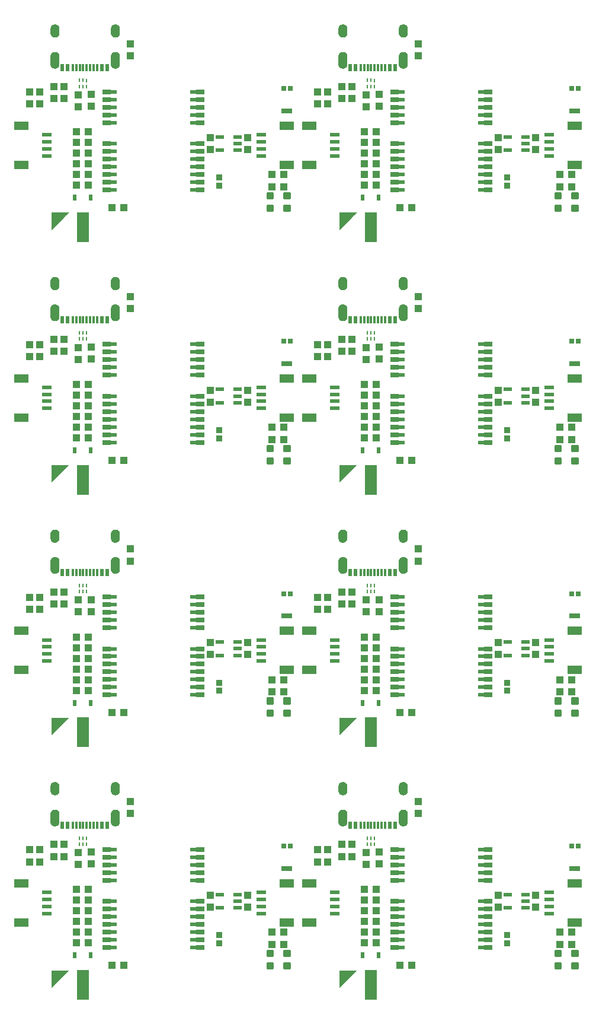
<source format=gtp>
G75*
%MOIN*%
%OFA0B0*%
%FSLAX25Y25*%
%IPPOS*%
%LPD*%
%AMOC8*
5,1,8,0,0,1.08239X$1,22.5*
%
%ADD10R,0.07874X0.04724*%
%ADD11R,0.05315X0.02362*%
%ADD12R,0.04331X0.03937*%
%ADD13C,0.00197*%
%ADD14R,0.06693X0.16535*%
%ADD15R,0.03937X0.04331*%
%ADD16C,0.01181*%
%ADD17R,0.02480X0.03268*%
%ADD18R,0.04724X0.02165*%
%ADD19R,0.04724X0.03150*%
%ADD20R,0.03543X0.02362*%
%ADD21R,0.00984X0.02402*%
%ADD22R,0.00984X0.02205*%
%ADD23R,0.01181X0.04000*%
%ADD24R,0.02362X0.04000*%
%ADD25R,0.02165X0.04000*%
%ADD26C,0.00039*%
%ADD27R,0.03543X0.03346*%
%ADD28R,0.06299X0.03150*%
%ADD29R,0.02559X0.03150*%
D10*
X0079873Y0089126D03*
X0079873Y0111174D03*
X0079873Y0231026D03*
X0079873Y0253074D03*
X0079873Y0372926D03*
X0079873Y0394974D03*
X0079873Y0514826D03*
X0079873Y0536874D03*
X0229310Y0536874D03*
X0241873Y0536874D03*
X0241873Y0514826D03*
X0229310Y0514826D03*
X0229310Y0394974D03*
X0241873Y0394974D03*
X0241873Y0372926D03*
X0229310Y0372926D03*
X0229310Y0253074D03*
X0241873Y0253074D03*
X0241873Y0231026D03*
X0229310Y0231026D03*
X0229310Y0111174D03*
X0241873Y0111174D03*
X0241873Y0089126D03*
X0229310Y0089126D03*
X0391310Y0089126D03*
X0391310Y0111174D03*
X0391310Y0231026D03*
X0391310Y0253074D03*
X0391310Y0372926D03*
X0391310Y0394974D03*
X0391310Y0514826D03*
X0391310Y0536874D03*
D11*
X0376842Y0531756D03*
X0376842Y0527819D03*
X0376842Y0523881D03*
X0376842Y0519944D03*
X0376842Y0389856D03*
X0376842Y0385919D03*
X0376842Y0381981D03*
X0376842Y0378044D03*
X0376842Y0247956D03*
X0376842Y0244019D03*
X0376842Y0240081D03*
X0376842Y0236144D03*
X0376842Y0106056D03*
X0376842Y0102119D03*
X0376842Y0098181D03*
X0376842Y0094244D03*
X0256342Y0094244D03*
X0256342Y0098181D03*
X0256342Y0102119D03*
X0256342Y0106056D03*
X0214842Y0106056D03*
X0214842Y0102119D03*
X0214842Y0098181D03*
X0214842Y0094244D03*
X0214842Y0236144D03*
X0214842Y0240081D03*
X0214842Y0244019D03*
X0214842Y0247956D03*
X0256342Y0247956D03*
X0256342Y0244019D03*
X0256342Y0240081D03*
X0256342Y0236144D03*
X0256342Y0378044D03*
X0256342Y0381981D03*
X0256342Y0385919D03*
X0256342Y0389856D03*
X0214842Y0389856D03*
X0214842Y0385919D03*
X0214842Y0381981D03*
X0214842Y0378044D03*
X0214842Y0519944D03*
X0214842Y0523881D03*
X0214842Y0527819D03*
X0214842Y0531756D03*
X0256342Y0531756D03*
X0256342Y0527819D03*
X0256342Y0523881D03*
X0256342Y0519944D03*
X0094342Y0519944D03*
X0094342Y0523881D03*
X0094342Y0527819D03*
X0094342Y0531756D03*
X0094342Y0389856D03*
X0094342Y0385919D03*
X0094342Y0381981D03*
X0094342Y0378044D03*
X0094342Y0247956D03*
X0094342Y0244019D03*
X0094342Y0240081D03*
X0094342Y0236144D03*
X0094342Y0106056D03*
X0094342Y0102119D03*
X0094342Y0098181D03*
X0094342Y0094244D03*
D12*
X0110995Y0095650D03*
X0110995Y0089650D03*
X0110995Y0083650D03*
X0110995Y0077650D03*
X0117688Y0077650D03*
X0117688Y0083650D03*
X0117688Y0089650D03*
X0117688Y0095650D03*
X0117688Y0101650D03*
X0117688Y0107650D03*
X0110995Y0107650D03*
X0110995Y0101650D03*
X0130995Y0065150D03*
X0137688Y0065150D03*
X0220995Y0076750D03*
X0220995Y0083650D03*
X0227688Y0083650D03*
X0227688Y0076750D03*
X0272995Y0077650D03*
X0272995Y0083650D03*
X0272995Y0089650D03*
X0272995Y0095650D03*
X0272995Y0101650D03*
X0272995Y0107650D03*
X0279688Y0107650D03*
X0279688Y0101650D03*
X0279688Y0095650D03*
X0279688Y0089650D03*
X0279688Y0083650D03*
X0279688Y0077650D03*
X0292995Y0065150D03*
X0299688Y0065150D03*
X0382995Y0076750D03*
X0382995Y0083650D03*
X0389688Y0083650D03*
X0389688Y0076750D03*
X0389688Y0218650D03*
X0389688Y0225550D03*
X0382995Y0225550D03*
X0382995Y0218650D03*
X0299688Y0207050D03*
X0292995Y0207050D03*
X0279688Y0219550D03*
X0279688Y0225550D03*
X0279688Y0231550D03*
X0279688Y0237550D03*
X0279688Y0243550D03*
X0279688Y0249550D03*
X0272995Y0249550D03*
X0272995Y0243550D03*
X0272995Y0237550D03*
X0272995Y0231550D03*
X0272995Y0225550D03*
X0272995Y0219550D03*
X0227688Y0218650D03*
X0227688Y0225550D03*
X0220995Y0225550D03*
X0220995Y0218650D03*
X0137688Y0207050D03*
X0130995Y0207050D03*
X0117688Y0219550D03*
X0117688Y0225550D03*
X0117688Y0231550D03*
X0117688Y0237550D03*
X0117688Y0243550D03*
X0117688Y0249550D03*
X0110995Y0249550D03*
X0110995Y0243550D03*
X0110995Y0237550D03*
X0110995Y0231550D03*
X0110995Y0225550D03*
X0110995Y0219550D03*
X0130995Y0348950D03*
X0137688Y0348950D03*
X0117688Y0361450D03*
X0117688Y0367450D03*
X0117688Y0373450D03*
X0117688Y0379450D03*
X0117688Y0385450D03*
X0117688Y0391450D03*
X0110995Y0391450D03*
X0110995Y0385450D03*
X0110995Y0379450D03*
X0110995Y0373450D03*
X0110995Y0367450D03*
X0110995Y0361450D03*
X0130995Y0490850D03*
X0137688Y0490850D03*
X0117688Y0503350D03*
X0117688Y0509350D03*
X0117688Y0515350D03*
X0117688Y0521350D03*
X0117688Y0527350D03*
X0117688Y0533350D03*
X0110995Y0533350D03*
X0110995Y0527350D03*
X0110995Y0521350D03*
X0110995Y0515350D03*
X0110995Y0509350D03*
X0110995Y0503350D03*
X0220995Y0502450D03*
X0220995Y0509350D03*
X0227688Y0509350D03*
X0227688Y0502450D03*
X0272995Y0503350D03*
X0272995Y0509350D03*
X0272995Y0515350D03*
X0272995Y0521350D03*
X0272995Y0527350D03*
X0272995Y0533350D03*
X0279688Y0533350D03*
X0279688Y0527350D03*
X0279688Y0521350D03*
X0279688Y0515350D03*
X0279688Y0509350D03*
X0279688Y0503350D03*
X0292995Y0490850D03*
X0299688Y0490850D03*
X0279688Y0391450D03*
X0279688Y0385450D03*
X0279688Y0379450D03*
X0279688Y0373450D03*
X0279688Y0367450D03*
X0279688Y0361450D03*
X0272995Y0361450D03*
X0272995Y0367450D03*
X0272995Y0373450D03*
X0272995Y0379450D03*
X0272995Y0385450D03*
X0272995Y0391450D03*
X0292995Y0348950D03*
X0299688Y0348950D03*
X0227688Y0360550D03*
X0227688Y0367450D03*
X0220995Y0367450D03*
X0220995Y0360550D03*
X0382995Y0360550D03*
X0382995Y0367450D03*
X0389688Y0367450D03*
X0389688Y0360550D03*
X0389688Y0502450D03*
X0389688Y0509350D03*
X0382995Y0509350D03*
X0382995Y0502450D03*
D13*
X0268239Y0488001D02*
X0258791Y0478552D01*
X0258791Y0488001D01*
X0268239Y0488001D01*
X0268125Y0487887D02*
X0258791Y0487887D01*
X0258791Y0487691D02*
X0267929Y0487691D01*
X0267734Y0487496D02*
X0258791Y0487496D01*
X0258791Y0487300D02*
X0267539Y0487300D01*
X0267343Y0487105D02*
X0258791Y0487105D01*
X0258791Y0486910D02*
X0267148Y0486910D01*
X0266953Y0486714D02*
X0258791Y0486714D01*
X0258791Y0486519D02*
X0266757Y0486519D01*
X0266562Y0486324D02*
X0258791Y0486324D01*
X0258791Y0486128D02*
X0266367Y0486128D01*
X0266171Y0485933D02*
X0258791Y0485933D01*
X0258791Y0485738D02*
X0265976Y0485738D01*
X0265780Y0485542D02*
X0258791Y0485542D01*
X0258791Y0485347D02*
X0265585Y0485347D01*
X0265390Y0485152D02*
X0258791Y0485152D01*
X0258791Y0484956D02*
X0265194Y0484956D01*
X0264999Y0484761D02*
X0258791Y0484761D01*
X0258791Y0484565D02*
X0264804Y0484565D01*
X0264608Y0484370D02*
X0258791Y0484370D01*
X0258791Y0484175D02*
X0264413Y0484175D01*
X0264218Y0483979D02*
X0258791Y0483979D01*
X0258791Y0483784D02*
X0264022Y0483784D01*
X0263827Y0483589D02*
X0258791Y0483589D01*
X0258791Y0483393D02*
X0263632Y0483393D01*
X0263436Y0483198D02*
X0258791Y0483198D01*
X0258791Y0483003D02*
X0263241Y0483003D01*
X0263045Y0482807D02*
X0258791Y0482807D01*
X0258791Y0482612D02*
X0262850Y0482612D01*
X0262655Y0482416D02*
X0258791Y0482416D01*
X0258791Y0482221D02*
X0262459Y0482221D01*
X0262264Y0482026D02*
X0258791Y0482026D01*
X0258791Y0481830D02*
X0262069Y0481830D01*
X0261873Y0481635D02*
X0258791Y0481635D01*
X0258791Y0481440D02*
X0261678Y0481440D01*
X0261483Y0481244D02*
X0258791Y0481244D01*
X0258791Y0481049D02*
X0261287Y0481049D01*
X0261092Y0480854D02*
X0258791Y0480854D01*
X0258791Y0480658D02*
X0260896Y0480658D01*
X0260701Y0480463D02*
X0258791Y0480463D01*
X0258791Y0480267D02*
X0260506Y0480267D01*
X0260310Y0480072D02*
X0258791Y0480072D01*
X0258791Y0479877D02*
X0260115Y0479877D01*
X0259920Y0479681D02*
X0258791Y0479681D01*
X0258791Y0479486D02*
X0259724Y0479486D01*
X0259529Y0479291D02*
X0258791Y0479291D01*
X0258791Y0479095D02*
X0259334Y0479095D01*
X0259138Y0478900D02*
X0258791Y0478900D01*
X0258791Y0478705D02*
X0258943Y0478705D01*
X0258791Y0346101D02*
X0268239Y0346101D01*
X0258791Y0336652D01*
X0258791Y0346101D01*
X0258791Y0346054D02*
X0268192Y0346054D01*
X0267997Y0345859D02*
X0258791Y0345859D01*
X0258791Y0345663D02*
X0267802Y0345663D01*
X0267606Y0345468D02*
X0258791Y0345468D01*
X0258791Y0345273D02*
X0267411Y0345273D01*
X0267215Y0345077D02*
X0258791Y0345077D01*
X0258791Y0344882D02*
X0267020Y0344882D01*
X0266825Y0344686D02*
X0258791Y0344686D01*
X0258791Y0344491D02*
X0266629Y0344491D01*
X0266434Y0344296D02*
X0258791Y0344296D01*
X0258791Y0344100D02*
X0266239Y0344100D01*
X0266043Y0343905D02*
X0258791Y0343905D01*
X0258791Y0343710D02*
X0265848Y0343710D01*
X0265653Y0343514D02*
X0258791Y0343514D01*
X0258791Y0343319D02*
X0265457Y0343319D01*
X0265262Y0343124D02*
X0258791Y0343124D01*
X0258791Y0342928D02*
X0265066Y0342928D01*
X0264871Y0342733D02*
X0258791Y0342733D01*
X0258791Y0342537D02*
X0264676Y0342537D01*
X0264480Y0342342D02*
X0258791Y0342342D01*
X0258791Y0342147D02*
X0264285Y0342147D01*
X0264090Y0341951D02*
X0258791Y0341951D01*
X0258791Y0341756D02*
X0263894Y0341756D01*
X0263699Y0341561D02*
X0258791Y0341561D01*
X0258791Y0341365D02*
X0263504Y0341365D01*
X0263308Y0341170D02*
X0258791Y0341170D01*
X0258791Y0340975D02*
X0263113Y0340975D01*
X0262917Y0340779D02*
X0258791Y0340779D01*
X0258791Y0340584D02*
X0262722Y0340584D01*
X0262527Y0340388D02*
X0258791Y0340388D01*
X0258791Y0340193D02*
X0262331Y0340193D01*
X0262136Y0339998D02*
X0258791Y0339998D01*
X0258791Y0339802D02*
X0261941Y0339802D01*
X0261745Y0339607D02*
X0258791Y0339607D01*
X0258791Y0339412D02*
X0261550Y0339412D01*
X0261355Y0339216D02*
X0258791Y0339216D01*
X0258791Y0339021D02*
X0261159Y0339021D01*
X0260964Y0338826D02*
X0258791Y0338826D01*
X0258791Y0338630D02*
X0260768Y0338630D01*
X0260573Y0338435D02*
X0258791Y0338435D01*
X0258791Y0338240D02*
X0260378Y0338240D01*
X0260182Y0338044D02*
X0258791Y0338044D01*
X0258791Y0337849D02*
X0259987Y0337849D01*
X0259792Y0337653D02*
X0258791Y0337653D01*
X0258791Y0337458D02*
X0259596Y0337458D01*
X0259401Y0337263D02*
X0258791Y0337263D01*
X0258791Y0337067D02*
X0259206Y0337067D01*
X0259010Y0336872D02*
X0258791Y0336872D01*
X0258791Y0336677D02*
X0258815Y0336677D01*
X0258791Y0204201D02*
X0268239Y0204201D01*
X0258791Y0194752D01*
X0258791Y0204201D01*
X0258791Y0204026D02*
X0268064Y0204026D01*
X0267869Y0203831D02*
X0258791Y0203831D01*
X0258791Y0203635D02*
X0267674Y0203635D01*
X0267478Y0203440D02*
X0258791Y0203440D01*
X0258791Y0203245D02*
X0267283Y0203245D01*
X0267087Y0203049D02*
X0258791Y0203049D01*
X0258791Y0202854D02*
X0266892Y0202854D01*
X0266697Y0202658D02*
X0258791Y0202658D01*
X0258791Y0202463D02*
X0266501Y0202463D01*
X0266306Y0202268D02*
X0258791Y0202268D01*
X0258791Y0202072D02*
X0266111Y0202072D01*
X0265915Y0201877D02*
X0258791Y0201877D01*
X0258791Y0201682D02*
X0265720Y0201682D01*
X0265525Y0201486D02*
X0258791Y0201486D01*
X0258791Y0201291D02*
X0265329Y0201291D01*
X0265134Y0201096D02*
X0258791Y0201096D01*
X0258791Y0200900D02*
X0264938Y0200900D01*
X0264743Y0200705D02*
X0258791Y0200705D01*
X0258791Y0200509D02*
X0264548Y0200509D01*
X0264352Y0200314D02*
X0258791Y0200314D01*
X0258791Y0200119D02*
X0264157Y0200119D01*
X0263962Y0199923D02*
X0258791Y0199923D01*
X0258791Y0199728D02*
X0263766Y0199728D01*
X0263571Y0199533D02*
X0258791Y0199533D01*
X0258791Y0199337D02*
X0263376Y0199337D01*
X0263180Y0199142D02*
X0258791Y0199142D01*
X0258791Y0198947D02*
X0262985Y0198947D01*
X0262790Y0198751D02*
X0258791Y0198751D01*
X0258791Y0198556D02*
X0262594Y0198556D01*
X0262399Y0198361D02*
X0258791Y0198361D01*
X0258791Y0198165D02*
X0262203Y0198165D01*
X0262008Y0197970D02*
X0258791Y0197970D01*
X0258791Y0197774D02*
X0261813Y0197774D01*
X0261617Y0197579D02*
X0258791Y0197579D01*
X0258791Y0197384D02*
X0261422Y0197384D01*
X0261227Y0197188D02*
X0258791Y0197188D01*
X0258791Y0196993D02*
X0261031Y0196993D01*
X0260836Y0196798D02*
X0258791Y0196798D01*
X0258791Y0196602D02*
X0260641Y0196602D01*
X0260445Y0196407D02*
X0258791Y0196407D01*
X0258791Y0196212D02*
X0260250Y0196212D01*
X0260054Y0196016D02*
X0258791Y0196016D01*
X0258791Y0195821D02*
X0259859Y0195821D01*
X0259664Y0195625D02*
X0258791Y0195625D01*
X0258791Y0195430D02*
X0259468Y0195430D01*
X0259273Y0195235D02*
X0258791Y0195235D01*
X0258791Y0195039D02*
X0259078Y0195039D01*
X0258882Y0194844D02*
X0258791Y0194844D01*
X0258791Y0062301D02*
X0268239Y0062301D01*
X0258791Y0052852D01*
X0258791Y0062301D01*
X0258791Y0062193D02*
X0268132Y0062193D01*
X0267936Y0061998D02*
X0258791Y0061998D01*
X0258791Y0061803D02*
X0267741Y0061803D01*
X0267546Y0061607D02*
X0258791Y0061607D01*
X0258791Y0061412D02*
X0267350Y0061412D01*
X0267155Y0061217D02*
X0258791Y0061217D01*
X0258791Y0061021D02*
X0266959Y0061021D01*
X0266764Y0060826D02*
X0258791Y0060826D01*
X0258791Y0060631D02*
X0266569Y0060631D01*
X0266373Y0060435D02*
X0258791Y0060435D01*
X0258791Y0060240D02*
X0266178Y0060240D01*
X0265983Y0060044D02*
X0258791Y0060044D01*
X0258791Y0059849D02*
X0265787Y0059849D01*
X0265592Y0059654D02*
X0258791Y0059654D01*
X0258791Y0059458D02*
X0265397Y0059458D01*
X0265201Y0059263D02*
X0258791Y0059263D01*
X0258791Y0059068D02*
X0265006Y0059068D01*
X0264811Y0058872D02*
X0258791Y0058872D01*
X0258791Y0058677D02*
X0264615Y0058677D01*
X0264420Y0058482D02*
X0258791Y0058482D01*
X0258791Y0058286D02*
X0264224Y0058286D01*
X0264029Y0058091D02*
X0258791Y0058091D01*
X0258791Y0057895D02*
X0263834Y0057895D01*
X0263638Y0057700D02*
X0258791Y0057700D01*
X0258791Y0057505D02*
X0263443Y0057505D01*
X0263248Y0057309D02*
X0258791Y0057309D01*
X0258791Y0057114D02*
X0263052Y0057114D01*
X0262857Y0056919D02*
X0258791Y0056919D01*
X0258791Y0056723D02*
X0262662Y0056723D01*
X0262466Y0056528D02*
X0258791Y0056528D01*
X0258791Y0056333D02*
X0262271Y0056333D01*
X0262075Y0056137D02*
X0258791Y0056137D01*
X0258791Y0055942D02*
X0261880Y0055942D01*
X0261685Y0055746D02*
X0258791Y0055746D01*
X0258791Y0055551D02*
X0261489Y0055551D01*
X0261294Y0055356D02*
X0258791Y0055356D01*
X0258791Y0055160D02*
X0261099Y0055160D01*
X0260903Y0054965D02*
X0258791Y0054965D01*
X0258791Y0054770D02*
X0260708Y0054770D01*
X0260513Y0054574D02*
X0258791Y0054574D01*
X0258791Y0054379D02*
X0260317Y0054379D01*
X0260122Y0054184D02*
X0258791Y0054184D01*
X0258791Y0053988D02*
X0259926Y0053988D01*
X0259731Y0053793D02*
X0258791Y0053793D01*
X0258791Y0053597D02*
X0259536Y0053597D01*
X0259340Y0053402D02*
X0258791Y0053402D01*
X0258791Y0053207D02*
X0259145Y0053207D01*
X0258950Y0053011D02*
X0258791Y0053011D01*
X0106239Y0062301D02*
X0096791Y0052852D01*
X0096791Y0062301D01*
X0106239Y0062301D01*
X0106132Y0062193D02*
X0096791Y0062193D01*
X0096791Y0061998D02*
X0105936Y0061998D01*
X0105741Y0061803D02*
X0096791Y0061803D01*
X0096791Y0061607D02*
X0105546Y0061607D01*
X0105350Y0061412D02*
X0096791Y0061412D01*
X0096791Y0061217D02*
X0105155Y0061217D01*
X0104959Y0061021D02*
X0096791Y0061021D01*
X0096791Y0060826D02*
X0104764Y0060826D01*
X0104569Y0060631D02*
X0096791Y0060631D01*
X0096791Y0060435D02*
X0104373Y0060435D01*
X0104178Y0060240D02*
X0096791Y0060240D01*
X0096791Y0060044D02*
X0103983Y0060044D01*
X0103787Y0059849D02*
X0096791Y0059849D01*
X0096791Y0059654D02*
X0103592Y0059654D01*
X0103397Y0059458D02*
X0096791Y0059458D01*
X0096791Y0059263D02*
X0103201Y0059263D01*
X0103006Y0059068D02*
X0096791Y0059068D01*
X0096791Y0058872D02*
X0102811Y0058872D01*
X0102615Y0058677D02*
X0096791Y0058677D01*
X0096791Y0058482D02*
X0102420Y0058482D01*
X0102224Y0058286D02*
X0096791Y0058286D01*
X0096791Y0058091D02*
X0102029Y0058091D01*
X0101834Y0057895D02*
X0096791Y0057895D01*
X0096791Y0057700D02*
X0101638Y0057700D01*
X0101443Y0057505D02*
X0096791Y0057505D01*
X0096791Y0057309D02*
X0101248Y0057309D01*
X0101052Y0057114D02*
X0096791Y0057114D01*
X0096791Y0056919D02*
X0100857Y0056919D01*
X0100662Y0056723D02*
X0096791Y0056723D01*
X0096791Y0056528D02*
X0100466Y0056528D01*
X0100271Y0056333D02*
X0096791Y0056333D01*
X0096791Y0056137D02*
X0100075Y0056137D01*
X0099880Y0055942D02*
X0096791Y0055942D01*
X0096791Y0055746D02*
X0099685Y0055746D01*
X0099489Y0055551D02*
X0096791Y0055551D01*
X0096791Y0055356D02*
X0099294Y0055356D01*
X0099099Y0055160D02*
X0096791Y0055160D01*
X0096791Y0054965D02*
X0098903Y0054965D01*
X0098708Y0054770D02*
X0096791Y0054770D01*
X0096791Y0054574D02*
X0098513Y0054574D01*
X0098317Y0054379D02*
X0096791Y0054379D01*
X0096791Y0054184D02*
X0098122Y0054184D01*
X0097926Y0053988D02*
X0096791Y0053988D01*
X0096791Y0053793D02*
X0097731Y0053793D01*
X0097536Y0053597D02*
X0096791Y0053597D01*
X0096791Y0053402D02*
X0097340Y0053402D01*
X0097145Y0053207D02*
X0096791Y0053207D01*
X0096791Y0053011D02*
X0096950Y0053011D01*
X0096791Y0194752D02*
X0106239Y0204201D01*
X0096791Y0204201D01*
X0096791Y0194752D01*
X0096791Y0194844D02*
X0096882Y0194844D01*
X0096791Y0195039D02*
X0097078Y0195039D01*
X0097273Y0195235D02*
X0096791Y0195235D01*
X0096791Y0195430D02*
X0097468Y0195430D01*
X0097664Y0195625D02*
X0096791Y0195625D01*
X0096791Y0195821D02*
X0097859Y0195821D01*
X0098054Y0196016D02*
X0096791Y0196016D01*
X0096791Y0196212D02*
X0098250Y0196212D01*
X0098445Y0196407D02*
X0096791Y0196407D01*
X0096791Y0196602D02*
X0098641Y0196602D01*
X0098836Y0196798D02*
X0096791Y0196798D01*
X0096791Y0196993D02*
X0099031Y0196993D01*
X0099227Y0197188D02*
X0096791Y0197188D01*
X0096791Y0197384D02*
X0099422Y0197384D01*
X0099617Y0197579D02*
X0096791Y0197579D01*
X0096791Y0197774D02*
X0099813Y0197774D01*
X0100008Y0197970D02*
X0096791Y0197970D01*
X0096791Y0198165D02*
X0100203Y0198165D01*
X0100399Y0198361D02*
X0096791Y0198361D01*
X0096791Y0198556D02*
X0100594Y0198556D01*
X0100790Y0198751D02*
X0096791Y0198751D01*
X0096791Y0198947D02*
X0100985Y0198947D01*
X0101180Y0199142D02*
X0096791Y0199142D01*
X0096791Y0199337D02*
X0101376Y0199337D01*
X0101571Y0199533D02*
X0096791Y0199533D01*
X0096791Y0199728D02*
X0101766Y0199728D01*
X0101962Y0199923D02*
X0096791Y0199923D01*
X0096791Y0200119D02*
X0102157Y0200119D01*
X0102352Y0200314D02*
X0096791Y0200314D01*
X0096791Y0200509D02*
X0102548Y0200509D01*
X0102743Y0200705D02*
X0096791Y0200705D01*
X0096791Y0200900D02*
X0102938Y0200900D01*
X0103134Y0201096D02*
X0096791Y0201096D01*
X0096791Y0201291D02*
X0103329Y0201291D01*
X0103525Y0201486D02*
X0096791Y0201486D01*
X0096791Y0201682D02*
X0103720Y0201682D01*
X0103915Y0201877D02*
X0096791Y0201877D01*
X0096791Y0202072D02*
X0104111Y0202072D01*
X0104306Y0202268D02*
X0096791Y0202268D01*
X0096791Y0202463D02*
X0104501Y0202463D01*
X0104697Y0202658D02*
X0096791Y0202658D01*
X0096791Y0202854D02*
X0104892Y0202854D01*
X0105087Y0203049D02*
X0096791Y0203049D01*
X0096791Y0203245D02*
X0105283Y0203245D01*
X0105478Y0203440D02*
X0096791Y0203440D01*
X0096791Y0203635D02*
X0105674Y0203635D01*
X0105869Y0203831D02*
X0096791Y0203831D01*
X0096791Y0204026D02*
X0106064Y0204026D01*
X0096791Y0336652D02*
X0106239Y0346101D01*
X0096791Y0346101D01*
X0096791Y0336652D01*
X0096791Y0336677D02*
X0096815Y0336677D01*
X0096791Y0336872D02*
X0097010Y0336872D01*
X0097206Y0337067D02*
X0096791Y0337067D01*
X0096791Y0337263D02*
X0097401Y0337263D01*
X0097596Y0337458D02*
X0096791Y0337458D01*
X0096791Y0337653D02*
X0097792Y0337653D01*
X0097987Y0337849D02*
X0096791Y0337849D01*
X0096791Y0338044D02*
X0098182Y0338044D01*
X0098378Y0338240D02*
X0096791Y0338240D01*
X0096791Y0338435D02*
X0098573Y0338435D01*
X0098768Y0338630D02*
X0096791Y0338630D01*
X0096791Y0338826D02*
X0098964Y0338826D01*
X0099159Y0339021D02*
X0096791Y0339021D01*
X0096791Y0339216D02*
X0099355Y0339216D01*
X0099550Y0339412D02*
X0096791Y0339412D01*
X0096791Y0339607D02*
X0099745Y0339607D01*
X0099941Y0339802D02*
X0096791Y0339802D01*
X0096791Y0339998D02*
X0100136Y0339998D01*
X0100331Y0340193D02*
X0096791Y0340193D01*
X0096791Y0340388D02*
X0100527Y0340388D01*
X0100722Y0340584D02*
X0096791Y0340584D01*
X0096791Y0340779D02*
X0100917Y0340779D01*
X0101113Y0340975D02*
X0096791Y0340975D01*
X0096791Y0341170D02*
X0101308Y0341170D01*
X0101504Y0341365D02*
X0096791Y0341365D01*
X0096791Y0341561D02*
X0101699Y0341561D01*
X0101894Y0341756D02*
X0096791Y0341756D01*
X0096791Y0341951D02*
X0102090Y0341951D01*
X0102285Y0342147D02*
X0096791Y0342147D01*
X0096791Y0342342D02*
X0102480Y0342342D01*
X0102676Y0342537D02*
X0096791Y0342537D01*
X0096791Y0342733D02*
X0102871Y0342733D01*
X0103066Y0342928D02*
X0096791Y0342928D01*
X0096791Y0343124D02*
X0103262Y0343124D01*
X0103457Y0343319D02*
X0096791Y0343319D01*
X0096791Y0343514D02*
X0103653Y0343514D01*
X0103848Y0343710D02*
X0096791Y0343710D01*
X0096791Y0343905D02*
X0104043Y0343905D01*
X0104239Y0344100D02*
X0096791Y0344100D01*
X0096791Y0344296D02*
X0104434Y0344296D01*
X0104629Y0344491D02*
X0096791Y0344491D01*
X0096791Y0344686D02*
X0104825Y0344686D01*
X0105020Y0344882D02*
X0096791Y0344882D01*
X0096791Y0345077D02*
X0105215Y0345077D01*
X0105411Y0345273D02*
X0096791Y0345273D01*
X0096791Y0345468D02*
X0105606Y0345468D01*
X0105802Y0345663D02*
X0096791Y0345663D01*
X0096791Y0345859D02*
X0105997Y0345859D01*
X0106192Y0346054D02*
X0096791Y0346054D01*
X0096791Y0478552D02*
X0106239Y0488001D01*
X0096791Y0488001D01*
X0096791Y0478552D01*
X0096791Y0478705D02*
X0096943Y0478705D01*
X0096791Y0478900D02*
X0097138Y0478900D01*
X0097334Y0479095D02*
X0096791Y0479095D01*
X0096791Y0479291D02*
X0097529Y0479291D01*
X0097724Y0479486D02*
X0096791Y0479486D01*
X0096791Y0479681D02*
X0097920Y0479681D01*
X0098115Y0479877D02*
X0096791Y0479877D01*
X0096791Y0480072D02*
X0098310Y0480072D01*
X0098506Y0480267D02*
X0096791Y0480267D01*
X0096791Y0480463D02*
X0098701Y0480463D01*
X0098896Y0480658D02*
X0096791Y0480658D01*
X0096791Y0480854D02*
X0099092Y0480854D01*
X0099287Y0481049D02*
X0096791Y0481049D01*
X0096791Y0481244D02*
X0099483Y0481244D01*
X0099678Y0481440D02*
X0096791Y0481440D01*
X0096791Y0481635D02*
X0099873Y0481635D01*
X0100069Y0481830D02*
X0096791Y0481830D01*
X0096791Y0482026D02*
X0100264Y0482026D01*
X0100459Y0482221D02*
X0096791Y0482221D01*
X0096791Y0482416D02*
X0100655Y0482416D01*
X0100850Y0482612D02*
X0096791Y0482612D01*
X0096791Y0482807D02*
X0101045Y0482807D01*
X0101241Y0483003D02*
X0096791Y0483003D01*
X0096791Y0483198D02*
X0101436Y0483198D01*
X0101632Y0483393D02*
X0096791Y0483393D01*
X0096791Y0483589D02*
X0101827Y0483589D01*
X0102022Y0483784D02*
X0096791Y0483784D01*
X0096791Y0483979D02*
X0102218Y0483979D01*
X0102413Y0484175D02*
X0096791Y0484175D01*
X0096791Y0484370D02*
X0102608Y0484370D01*
X0102804Y0484565D02*
X0096791Y0484565D01*
X0096791Y0484761D02*
X0102999Y0484761D01*
X0103194Y0484956D02*
X0096791Y0484956D01*
X0096791Y0485152D02*
X0103390Y0485152D01*
X0103585Y0485347D02*
X0096791Y0485347D01*
X0096791Y0485542D02*
X0103780Y0485542D01*
X0103976Y0485738D02*
X0096791Y0485738D01*
X0096791Y0485933D02*
X0104171Y0485933D01*
X0104367Y0486128D02*
X0096791Y0486128D01*
X0096791Y0486324D02*
X0104562Y0486324D01*
X0104757Y0486519D02*
X0096791Y0486519D01*
X0096791Y0486714D02*
X0104953Y0486714D01*
X0105148Y0486910D02*
X0096791Y0486910D01*
X0096791Y0487105D02*
X0105343Y0487105D01*
X0105539Y0487300D02*
X0096791Y0487300D01*
X0096791Y0487496D02*
X0105734Y0487496D01*
X0105929Y0487691D02*
X0096791Y0487691D01*
X0096791Y0487887D02*
X0106125Y0487887D01*
D14*
X0114625Y0479812D03*
X0114625Y0337912D03*
X0114625Y0196012D03*
X0114625Y0054112D03*
X0276625Y0054112D03*
X0276625Y0196012D03*
X0276625Y0337912D03*
X0276625Y0479812D03*
D15*
X0303142Y0440896D03*
X0303142Y0434204D03*
X0281142Y0412496D03*
X0281142Y0405804D03*
X0273942Y0405604D03*
X0273942Y0412296D03*
X0265942Y0410104D03*
X0260142Y0410104D03*
X0260142Y0416796D03*
X0265942Y0416796D03*
X0252442Y0413796D03*
X0252442Y0407104D03*
X0246542Y0407104D03*
X0246542Y0413796D03*
X0207142Y0388296D03*
X0207142Y0381604D03*
X0186142Y0381604D03*
X0186142Y0388296D03*
X0141142Y0434204D03*
X0141142Y0440896D03*
X0119142Y0412496D03*
X0119142Y0405804D03*
X0111942Y0405604D03*
X0111942Y0412296D03*
X0103942Y0410104D03*
X0098142Y0410104D03*
X0098142Y0416796D03*
X0103942Y0416796D03*
X0090442Y0413796D03*
X0090442Y0407104D03*
X0084542Y0407104D03*
X0084542Y0413796D03*
X0141142Y0298996D03*
X0141142Y0292304D03*
X0119142Y0270596D03*
X0119142Y0263904D03*
X0111942Y0263704D03*
X0111942Y0270396D03*
X0103942Y0268204D03*
X0098142Y0268204D03*
X0098142Y0274896D03*
X0103942Y0274896D03*
X0090442Y0271896D03*
X0090442Y0265204D03*
X0084542Y0265204D03*
X0084542Y0271896D03*
X0141142Y0157096D03*
X0141142Y0150404D03*
X0119142Y0128696D03*
X0119142Y0122004D03*
X0111942Y0121804D03*
X0111942Y0128496D03*
X0103942Y0126304D03*
X0098142Y0126304D03*
X0098142Y0132996D03*
X0103942Y0132996D03*
X0090442Y0129996D03*
X0090442Y0123304D03*
X0084542Y0123304D03*
X0084542Y0129996D03*
X0186142Y0104496D03*
X0186142Y0097804D03*
X0207142Y0097804D03*
X0207142Y0104496D03*
X0246542Y0123304D03*
X0246542Y0129996D03*
X0252442Y0129996D03*
X0252442Y0123304D03*
X0260142Y0126304D03*
X0265942Y0126304D03*
X0265942Y0132996D03*
X0260142Y0132996D03*
X0273942Y0128496D03*
X0273942Y0121804D03*
X0281142Y0122004D03*
X0281142Y0128696D03*
X0303142Y0150404D03*
X0303142Y0157096D03*
X0348142Y0104496D03*
X0348142Y0097804D03*
X0369142Y0097804D03*
X0369142Y0104496D03*
X0369142Y0239704D03*
X0369142Y0246396D03*
X0348142Y0246396D03*
X0348142Y0239704D03*
X0303142Y0292304D03*
X0303142Y0298996D03*
X0281142Y0270596D03*
X0281142Y0263904D03*
X0273942Y0263704D03*
X0273942Y0270396D03*
X0265942Y0268204D03*
X0260142Y0268204D03*
X0260142Y0274896D03*
X0265942Y0274896D03*
X0252442Y0271896D03*
X0252442Y0265204D03*
X0246542Y0265204D03*
X0246542Y0271896D03*
X0207142Y0246396D03*
X0207142Y0239704D03*
X0186142Y0239704D03*
X0186142Y0246396D03*
X0348142Y0381604D03*
X0348142Y0388296D03*
X0369142Y0388296D03*
X0369142Y0381604D03*
X0369142Y0523504D03*
X0369142Y0530196D03*
X0348142Y0530196D03*
X0348142Y0523504D03*
X0303142Y0576104D03*
X0303142Y0582796D03*
X0281142Y0554396D03*
X0281142Y0547704D03*
X0273942Y0547504D03*
X0273942Y0554196D03*
X0265942Y0552004D03*
X0260142Y0552004D03*
X0260142Y0558696D03*
X0265942Y0558696D03*
X0252442Y0555696D03*
X0252442Y0549004D03*
X0246542Y0549004D03*
X0246542Y0555696D03*
X0207142Y0530196D03*
X0207142Y0523504D03*
X0186142Y0523504D03*
X0186142Y0530196D03*
X0141142Y0576104D03*
X0141142Y0582796D03*
X0119142Y0554396D03*
X0119142Y0547704D03*
X0111942Y0547504D03*
X0111942Y0554196D03*
X0103942Y0552004D03*
X0098142Y0552004D03*
X0098142Y0558696D03*
X0103942Y0558696D03*
X0090442Y0555696D03*
X0090442Y0549004D03*
X0084542Y0549004D03*
X0084542Y0555696D03*
D16*
X0218564Y0498781D02*
X0221320Y0498781D01*
X0221320Y0496025D01*
X0218564Y0496025D01*
X0218564Y0498781D01*
X0218564Y0497147D02*
X0221320Y0497147D01*
X0221320Y0498269D02*
X0218564Y0498269D01*
X0218564Y0491875D02*
X0221320Y0491875D01*
X0221320Y0489119D01*
X0218564Y0489119D01*
X0218564Y0491875D01*
X0218564Y0490241D02*
X0221320Y0490241D01*
X0221320Y0491363D02*
X0218564Y0491363D01*
X0228064Y0491875D02*
X0230820Y0491875D01*
X0230820Y0489119D01*
X0228064Y0489119D01*
X0228064Y0491875D01*
X0228064Y0490241D02*
X0230820Y0490241D01*
X0230820Y0491363D02*
X0228064Y0491363D01*
X0228064Y0498781D02*
X0230820Y0498781D01*
X0230820Y0496025D01*
X0228064Y0496025D01*
X0228064Y0498781D01*
X0228064Y0497147D02*
X0230820Y0497147D01*
X0230820Y0498269D02*
X0228064Y0498269D01*
X0228064Y0356881D02*
X0230820Y0356881D01*
X0230820Y0354125D01*
X0228064Y0354125D01*
X0228064Y0356881D01*
X0228064Y0355247D02*
X0230820Y0355247D01*
X0230820Y0356369D02*
X0228064Y0356369D01*
X0228064Y0349975D02*
X0230820Y0349975D01*
X0230820Y0347219D01*
X0228064Y0347219D01*
X0228064Y0349975D01*
X0228064Y0348341D02*
X0230820Y0348341D01*
X0230820Y0349463D02*
X0228064Y0349463D01*
X0221320Y0349975D02*
X0218564Y0349975D01*
X0221320Y0349975D02*
X0221320Y0347219D01*
X0218564Y0347219D01*
X0218564Y0349975D01*
X0218564Y0348341D02*
X0221320Y0348341D01*
X0221320Y0349463D02*
X0218564Y0349463D01*
X0218564Y0356881D02*
X0221320Y0356881D01*
X0221320Y0354125D01*
X0218564Y0354125D01*
X0218564Y0356881D01*
X0218564Y0355247D02*
X0221320Y0355247D01*
X0221320Y0356369D02*
X0218564Y0356369D01*
X0218564Y0214981D02*
X0221320Y0214981D01*
X0221320Y0212225D01*
X0218564Y0212225D01*
X0218564Y0214981D01*
X0218564Y0213347D02*
X0221320Y0213347D01*
X0221320Y0214469D02*
X0218564Y0214469D01*
X0218564Y0208075D02*
X0221320Y0208075D01*
X0221320Y0205319D01*
X0218564Y0205319D01*
X0218564Y0208075D01*
X0218564Y0206441D02*
X0221320Y0206441D01*
X0221320Y0207563D02*
X0218564Y0207563D01*
X0228064Y0208075D02*
X0230820Y0208075D01*
X0230820Y0205319D01*
X0228064Y0205319D01*
X0228064Y0208075D01*
X0228064Y0206441D02*
X0230820Y0206441D01*
X0230820Y0207563D02*
X0228064Y0207563D01*
X0228064Y0214981D02*
X0230820Y0214981D01*
X0230820Y0212225D01*
X0228064Y0212225D01*
X0228064Y0214981D01*
X0228064Y0213347D02*
X0230820Y0213347D01*
X0230820Y0214469D02*
X0228064Y0214469D01*
X0228064Y0073081D02*
X0230820Y0073081D01*
X0230820Y0070325D01*
X0228064Y0070325D01*
X0228064Y0073081D01*
X0228064Y0071447D02*
X0230820Y0071447D01*
X0230820Y0072569D02*
X0228064Y0072569D01*
X0228064Y0066175D02*
X0230820Y0066175D01*
X0230820Y0063419D01*
X0228064Y0063419D01*
X0228064Y0066175D01*
X0228064Y0064541D02*
X0230820Y0064541D01*
X0230820Y0065663D02*
X0228064Y0065663D01*
X0221320Y0066175D02*
X0218564Y0066175D01*
X0221320Y0066175D02*
X0221320Y0063419D01*
X0218564Y0063419D01*
X0218564Y0066175D01*
X0218564Y0064541D02*
X0221320Y0064541D01*
X0221320Y0065663D02*
X0218564Y0065663D01*
X0218564Y0073081D02*
X0221320Y0073081D01*
X0221320Y0070325D01*
X0218564Y0070325D01*
X0218564Y0073081D01*
X0218564Y0071447D02*
X0221320Y0071447D01*
X0221320Y0072569D02*
X0218564Y0072569D01*
X0380564Y0073081D02*
X0383320Y0073081D01*
X0383320Y0070325D01*
X0380564Y0070325D01*
X0380564Y0073081D01*
X0380564Y0071447D02*
X0383320Y0071447D01*
X0383320Y0072569D02*
X0380564Y0072569D01*
X0380564Y0066175D02*
X0383320Y0066175D01*
X0383320Y0063419D01*
X0380564Y0063419D01*
X0380564Y0066175D01*
X0380564Y0064541D02*
X0383320Y0064541D01*
X0383320Y0065663D02*
X0380564Y0065663D01*
X0390064Y0066175D02*
X0392820Y0066175D01*
X0392820Y0063419D01*
X0390064Y0063419D01*
X0390064Y0066175D01*
X0390064Y0064541D02*
X0392820Y0064541D01*
X0392820Y0065663D02*
X0390064Y0065663D01*
X0390064Y0073081D02*
X0392820Y0073081D01*
X0392820Y0070325D01*
X0390064Y0070325D01*
X0390064Y0073081D01*
X0390064Y0071447D02*
X0392820Y0071447D01*
X0392820Y0072569D02*
X0390064Y0072569D01*
X0390064Y0208075D02*
X0392820Y0208075D01*
X0392820Y0205319D01*
X0390064Y0205319D01*
X0390064Y0208075D01*
X0390064Y0206441D02*
X0392820Y0206441D01*
X0392820Y0207563D02*
X0390064Y0207563D01*
X0390064Y0214981D02*
X0392820Y0214981D01*
X0392820Y0212225D01*
X0390064Y0212225D01*
X0390064Y0214981D01*
X0390064Y0213347D02*
X0392820Y0213347D01*
X0392820Y0214469D02*
X0390064Y0214469D01*
X0383320Y0214981D02*
X0380564Y0214981D01*
X0383320Y0214981D02*
X0383320Y0212225D01*
X0380564Y0212225D01*
X0380564Y0214981D01*
X0380564Y0213347D02*
X0383320Y0213347D01*
X0383320Y0214469D02*
X0380564Y0214469D01*
X0380564Y0208075D02*
X0383320Y0208075D01*
X0383320Y0205319D01*
X0380564Y0205319D01*
X0380564Y0208075D01*
X0380564Y0206441D02*
X0383320Y0206441D01*
X0383320Y0207563D02*
X0380564Y0207563D01*
X0380564Y0349975D02*
X0383320Y0349975D01*
X0383320Y0347219D01*
X0380564Y0347219D01*
X0380564Y0349975D01*
X0380564Y0348341D02*
X0383320Y0348341D01*
X0383320Y0349463D02*
X0380564Y0349463D01*
X0380564Y0356881D02*
X0383320Y0356881D01*
X0383320Y0354125D01*
X0380564Y0354125D01*
X0380564Y0356881D01*
X0380564Y0355247D02*
X0383320Y0355247D01*
X0383320Y0356369D02*
X0380564Y0356369D01*
X0390064Y0356881D02*
X0392820Y0356881D01*
X0392820Y0354125D01*
X0390064Y0354125D01*
X0390064Y0356881D01*
X0390064Y0355247D02*
X0392820Y0355247D01*
X0392820Y0356369D02*
X0390064Y0356369D01*
X0390064Y0349975D02*
X0392820Y0349975D01*
X0392820Y0347219D01*
X0390064Y0347219D01*
X0390064Y0349975D01*
X0390064Y0348341D02*
X0392820Y0348341D01*
X0392820Y0349463D02*
X0390064Y0349463D01*
X0390064Y0491875D02*
X0392820Y0491875D01*
X0392820Y0489119D01*
X0390064Y0489119D01*
X0390064Y0491875D01*
X0390064Y0490241D02*
X0392820Y0490241D01*
X0392820Y0491363D02*
X0390064Y0491363D01*
X0390064Y0498781D02*
X0392820Y0498781D01*
X0392820Y0496025D01*
X0390064Y0496025D01*
X0390064Y0498781D01*
X0390064Y0497147D02*
X0392820Y0497147D01*
X0392820Y0498269D02*
X0390064Y0498269D01*
X0383320Y0498781D02*
X0380564Y0498781D01*
X0383320Y0498781D02*
X0383320Y0496025D01*
X0380564Y0496025D01*
X0380564Y0498781D01*
X0380564Y0497147D02*
X0383320Y0497147D01*
X0383320Y0498269D02*
X0380564Y0498269D01*
X0380564Y0491875D02*
X0383320Y0491875D01*
X0383320Y0489119D01*
X0380564Y0489119D01*
X0380564Y0491875D01*
X0380564Y0490241D02*
X0383320Y0490241D01*
X0383320Y0491363D02*
X0380564Y0491363D01*
D17*
X0280869Y0496350D03*
X0271814Y0496350D03*
X0271814Y0354450D03*
X0280869Y0354450D03*
X0280869Y0212550D03*
X0271814Y0212550D03*
X0271814Y0070650D03*
X0280869Y0070650D03*
X0118869Y0070650D03*
X0109814Y0070650D03*
X0109814Y0212550D03*
X0118869Y0212550D03*
X0118869Y0354450D03*
X0109814Y0354450D03*
X0109814Y0496350D03*
X0118869Y0496350D03*
D18*
X0191523Y0523110D03*
X0191523Y0530590D03*
X0201760Y0530590D03*
X0201760Y0526850D03*
X0201760Y0523110D03*
X0201760Y0388690D03*
X0201760Y0384950D03*
X0201760Y0381210D03*
X0191523Y0381210D03*
X0191523Y0388690D03*
X0191523Y0246790D03*
X0191523Y0239310D03*
X0201760Y0239310D03*
X0201760Y0243050D03*
X0201760Y0246790D03*
X0201760Y0104890D03*
X0201760Y0101150D03*
X0201760Y0097410D03*
X0191523Y0097410D03*
X0191523Y0104890D03*
X0353523Y0104890D03*
X0353523Y0097410D03*
X0363760Y0097410D03*
X0363760Y0101150D03*
X0363760Y0104890D03*
X0363760Y0239310D03*
X0363760Y0243050D03*
X0363760Y0246790D03*
X0353523Y0246790D03*
X0353523Y0239310D03*
X0353523Y0381210D03*
X0353523Y0388690D03*
X0363760Y0388690D03*
X0363760Y0384950D03*
X0363760Y0381210D03*
X0363760Y0523110D03*
X0363760Y0526850D03*
X0363760Y0530590D03*
X0353523Y0530590D03*
X0353523Y0523110D03*
D19*
X0342720Y0522444D03*
X0342720Y0518114D03*
X0342720Y0513783D03*
X0342720Y0509452D03*
X0342720Y0505122D03*
X0342720Y0500791D03*
X0342720Y0526775D03*
X0342720Y0538586D03*
X0342720Y0542917D03*
X0342720Y0547248D03*
X0342720Y0551578D03*
X0342720Y0555909D03*
X0289964Y0555909D03*
X0289964Y0551578D03*
X0289964Y0547248D03*
X0289964Y0542917D03*
X0289964Y0538586D03*
X0289964Y0526775D03*
X0289964Y0522444D03*
X0289964Y0518114D03*
X0289964Y0513783D03*
X0289964Y0509452D03*
X0289964Y0505122D03*
X0289964Y0500791D03*
X0289964Y0414009D03*
X0289964Y0409678D03*
X0289964Y0405348D03*
X0289964Y0401017D03*
X0289964Y0396686D03*
X0289964Y0384875D03*
X0289964Y0380544D03*
X0289964Y0376214D03*
X0289964Y0371883D03*
X0289964Y0367552D03*
X0289964Y0363222D03*
X0289964Y0358891D03*
X0342720Y0358891D03*
X0342720Y0363222D03*
X0342720Y0367552D03*
X0342720Y0371883D03*
X0342720Y0376214D03*
X0342720Y0380544D03*
X0342720Y0384875D03*
X0342720Y0396686D03*
X0342720Y0401017D03*
X0342720Y0405348D03*
X0342720Y0409678D03*
X0342720Y0414009D03*
X0342720Y0272109D03*
X0342720Y0267778D03*
X0342720Y0263448D03*
X0342720Y0259117D03*
X0342720Y0254786D03*
X0342720Y0242975D03*
X0342720Y0238644D03*
X0342720Y0234314D03*
X0342720Y0229983D03*
X0342720Y0225652D03*
X0342720Y0221322D03*
X0342720Y0216991D03*
X0289964Y0216991D03*
X0289964Y0221322D03*
X0289964Y0225652D03*
X0289964Y0229983D03*
X0289964Y0234314D03*
X0289964Y0238644D03*
X0289964Y0242975D03*
X0289964Y0254786D03*
X0289964Y0259117D03*
X0289964Y0263448D03*
X0289964Y0267778D03*
X0289964Y0272109D03*
X0289964Y0130209D03*
X0289964Y0125878D03*
X0289964Y0121548D03*
X0289964Y0117217D03*
X0289964Y0112886D03*
X0289964Y0101075D03*
X0289964Y0096744D03*
X0289964Y0092414D03*
X0289964Y0088083D03*
X0289964Y0083752D03*
X0289964Y0079422D03*
X0289964Y0075091D03*
X0342720Y0075091D03*
X0342720Y0079422D03*
X0342720Y0083752D03*
X0342720Y0088083D03*
X0342720Y0092414D03*
X0342720Y0096744D03*
X0342720Y0101075D03*
X0342720Y0112886D03*
X0342720Y0117217D03*
X0342720Y0121548D03*
X0342720Y0125878D03*
X0342720Y0130209D03*
X0180720Y0130209D03*
X0180720Y0125878D03*
X0180720Y0121548D03*
X0180720Y0117217D03*
X0180720Y0112886D03*
X0180720Y0101075D03*
X0180720Y0096744D03*
X0180720Y0092414D03*
X0180720Y0088083D03*
X0180720Y0083752D03*
X0180720Y0079422D03*
X0180720Y0075091D03*
X0127964Y0075091D03*
X0127964Y0079422D03*
X0127964Y0083752D03*
X0127964Y0088083D03*
X0127964Y0092414D03*
X0127964Y0096744D03*
X0127964Y0101075D03*
X0127964Y0112886D03*
X0127964Y0117217D03*
X0127964Y0121548D03*
X0127964Y0125878D03*
X0127964Y0130209D03*
X0127964Y0216991D03*
X0127964Y0221322D03*
X0127964Y0225652D03*
X0127964Y0229983D03*
X0127964Y0234314D03*
X0127964Y0238644D03*
X0127964Y0242975D03*
X0127964Y0254786D03*
X0127964Y0259117D03*
X0127964Y0263448D03*
X0127964Y0267778D03*
X0127964Y0272109D03*
X0180720Y0272109D03*
X0180720Y0267778D03*
X0180720Y0263448D03*
X0180720Y0259117D03*
X0180720Y0254786D03*
X0180720Y0242975D03*
X0180720Y0238644D03*
X0180720Y0234314D03*
X0180720Y0229983D03*
X0180720Y0225652D03*
X0180720Y0221322D03*
X0180720Y0216991D03*
X0180720Y0358891D03*
X0180720Y0363222D03*
X0180720Y0367552D03*
X0180720Y0371883D03*
X0180720Y0376214D03*
X0180720Y0380544D03*
X0180720Y0384875D03*
X0180720Y0396686D03*
X0180720Y0401017D03*
X0180720Y0405348D03*
X0180720Y0409678D03*
X0180720Y0414009D03*
X0127964Y0414009D03*
X0127964Y0409678D03*
X0127964Y0405348D03*
X0127964Y0401017D03*
X0127964Y0396686D03*
X0127964Y0384875D03*
X0127964Y0380544D03*
X0127964Y0376214D03*
X0127964Y0371883D03*
X0127964Y0367552D03*
X0127964Y0363222D03*
X0127964Y0358891D03*
X0127964Y0500791D03*
X0127964Y0505122D03*
X0127964Y0509452D03*
X0127964Y0513783D03*
X0127964Y0518114D03*
X0127964Y0522444D03*
X0127964Y0526775D03*
X0127964Y0538586D03*
X0127964Y0542917D03*
X0127964Y0547248D03*
X0127964Y0551578D03*
X0127964Y0555909D03*
X0180720Y0555909D03*
X0180720Y0551578D03*
X0180720Y0547248D03*
X0180720Y0542917D03*
X0180720Y0538586D03*
X0180720Y0526775D03*
X0180720Y0522444D03*
X0180720Y0518114D03*
X0180720Y0513783D03*
X0180720Y0509452D03*
X0180720Y0505122D03*
X0180720Y0500791D03*
D20*
X0176586Y0500791D03*
X0176586Y0505122D03*
X0176586Y0509452D03*
X0176586Y0513783D03*
X0176586Y0518114D03*
X0176586Y0522444D03*
X0176586Y0526775D03*
X0176586Y0538586D03*
X0176586Y0542917D03*
X0176586Y0547248D03*
X0176586Y0551578D03*
X0176586Y0555909D03*
X0132098Y0555909D03*
X0132098Y0551578D03*
X0132098Y0547248D03*
X0132098Y0542917D03*
X0132098Y0538586D03*
X0132098Y0526775D03*
X0132098Y0522444D03*
X0132098Y0518114D03*
X0132098Y0513783D03*
X0132098Y0509452D03*
X0132098Y0505122D03*
X0132098Y0500791D03*
X0132098Y0414009D03*
X0132098Y0409678D03*
X0132098Y0405348D03*
X0132098Y0401017D03*
X0132098Y0396686D03*
X0132098Y0384875D03*
X0132098Y0380544D03*
X0132098Y0376214D03*
X0132098Y0371883D03*
X0132098Y0367552D03*
X0132098Y0363222D03*
X0132098Y0358891D03*
X0176586Y0358891D03*
X0176586Y0363222D03*
X0176586Y0367552D03*
X0176586Y0371883D03*
X0176586Y0376214D03*
X0176586Y0380544D03*
X0176586Y0384875D03*
X0176586Y0396686D03*
X0176586Y0401017D03*
X0176586Y0405348D03*
X0176586Y0409678D03*
X0176586Y0414009D03*
X0176586Y0272109D03*
X0176586Y0267778D03*
X0176586Y0263448D03*
X0176586Y0259117D03*
X0176586Y0254786D03*
X0176586Y0242975D03*
X0176586Y0238644D03*
X0176586Y0234314D03*
X0176586Y0229983D03*
X0176586Y0225652D03*
X0176586Y0221322D03*
X0176586Y0216991D03*
X0132098Y0216991D03*
X0132098Y0221322D03*
X0132098Y0225652D03*
X0132098Y0229983D03*
X0132098Y0234314D03*
X0132098Y0238644D03*
X0132098Y0242975D03*
X0132098Y0254786D03*
X0132098Y0259117D03*
X0132098Y0263448D03*
X0132098Y0267778D03*
X0132098Y0272109D03*
X0132098Y0130209D03*
X0132098Y0125878D03*
X0132098Y0121548D03*
X0132098Y0117217D03*
X0132098Y0112886D03*
X0132098Y0101075D03*
X0132098Y0096744D03*
X0132098Y0092414D03*
X0132098Y0088083D03*
X0132098Y0083752D03*
X0132098Y0079422D03*
X0132098Y0075091D03*
X0176586Y0075091D03*
X0176586Y0079422D03*
X0176586Y0083752D03*
X0176586Y0088083D03*
X0176586Y0092414D03*
X0176586Y0096744D03*
X0176586Y0101075D03*
X0176586Y0112886D03*
X0176586Y0117217D03*
X0176586Y0121548D03*
X0176586Y0125878D03*
X0176586Y0130209D03*
X0294098Y0130209D03*
X0294098Y0125878D03*
X0294098Y0121548D03*
X0294098Y0117217D03*
X0294098Y0112886D03*
X0294098Y0101075D03*
X0294098Y0096744D03*
X0294098Y0092414D03*
X0294098Y0088083D03*
X0294098Y0083752D03*
X0294098Y0079422D03*
X0294098Y0075091D03*
X0338586Y0075091D03*
X0338586Y0079422D03*
X0338586Y0083752D03*
X0338586Y0088083D03*
X0338586Y0092414D03*
X0338586Y0096744D03*
X0338586Y0101075D03*
X0338586Y0112886D03*
X0338586Y0117217D03*
X0338586Y0121548D03*
X0338586Y0125878D03*
X0338586Y0130209D03*
X0338586Y0216991D03*
X0338586Y0221322D03*
X0338586Y0225652D03*
X0338586Y0229983D03*
X0338586Y0234314D03*
X0338586Y0238644D03*
X0338586Y0242975D03*
X0338586Y0254786D03*
X0338586Y0259117D03*
X0338586Y0263448D03*
X0338586Y0267778D03*
X0338586Y0272109D03*
X0294098Y0272109D03*
X0294098Y0267778D03*
X0294098Y0263448D03*
X0294098Y0259117D03*
X0294098Y0254786D03*
X0294098Y0242975D03*
X0294098Y0238644D03*
X0294098Y0234314D03*
X0294098Y0229983D03*
X0294098Y0225652D03*
X0294098Y0221322D03*
X0294098Y0216991D03*
X0294098Y0358891D03*
X0294098Y0363222D03*
X0294098Y0367552D03*
X0294098Y0371883D03*
X0294098Y0376214D03*
X0294098Y0380544D03*
X0294098Y0384875D03*
X0294098Y0396686D03*
X0294098Y0401017D03*
X0294098Y0405348D03*
X0294098Y0409678D03*
X0294098Y0414009D03*
X0338586Y0414009D03*
X0338586Y0409678D03*
X0338586Y0405348D03*
X0338586Y0401017D03*
X0338586Y0396686D03*
X0338586Y0384875D03*
X0338586Y0380544D03*
X0338586Y0376214D03*
X0338586Y0371883D03*
X0338586Y0367552D03*
X0338586Y0363222D03*
X0338586Y0358891D03*
X0338586Y0500791D03*
X0338586Y0505122D03*
X0338586Y0509452D03*
X0338586Y0513783D03*
X0338586Y0518114D03*
X0338586Y0522444D03*
X0338586Y0526775D03*
X0338586Y0538586D03*
X0338586Y0542917D03*
X0338586Y0547248D03*
X0338586Y0551578D03*
X0338586Y0555909D03*
X0294098Y0555909D03*
X0294098Y0551578D03*
X0294098Y0547248D03*
X0294098Y0542917D03*
X0294098Y0538586D03*
X0294098Y0526775D03*
X0294098Y0522444D03*
X0294098Y0518114D03*
X0294098Y0513783D03*
X0294098Y0509452D03*
X0294098Y0505122D03*
X0294098Y0500791D03*
D21*
X0278710Y0562244D03*
X0278710Y0420344D03*
X0278710Y0278444D03*
X0278710Y0136544D03*
X0116710Y0136544D03*
X0116710Y0278444D03*
X0116710Y0420344D03*
X0116710Y0562244D03*
D22*
X0114742Y0562343D03*
X0112773Y0562343D03*
X0112773Y0558957D03*
X0114742Y0558957D03*
X0116710Y0558957D03*
X0114742Y0420443D03*
X0112773Y0420443D03*
X0112773Y0417057D03*
X0114742Y0417057D03*
X0116710Y0417057D03*
X0114742Y0278543D03*
X0112773Y0278543D03*
X0112773Y0275157D03*
X0114742Y0275157D03*
X0116710Y0275157D03*
X0114742Y0136643D03*
X0112773Y0136643D03*
X0112773Y0133257D03*
X0114742Y0133257D03*
X0116710Y0133257D03*
X0274773Y0133257D03*
X0276742Y0133257D03*
X0278710Y0133257D03*
X0276742Y0136643D03*
X0274773Y0136643D03*
X0274773Y0275157D03*
X0276742Y0275157D03*
X0278710Y0275157D03*
X0276742Y0278543D03*
X0274773Y0278543D03*
X0274773Y0417057D03*
X0276742Y0417057D03*
X0278710Y0417057D03*
X0276742Y0420443D03*
X0274773Y0420443D03*
X0274773Y0558957D03*
X0276742Y0558957D03*
X0278710Y0558957D03*
X0276742Y0562343D03*
X0274773Y0562343D03*
D23*
X0274789Y0569544D03*
X0272821Y0569544D03*
X0270852Y0569544D03*
X0276758Y0569544D03*
X0278726Y0569544D03*
X0280695Y0569544D03*
X0282663Y0569544D03*
X0284632Y0569544D03*
X0284632Y0427644D03*
X0282663Y0427644D03*
X0280695Y0427644D03*
X0278726Y0427644D03*
X0276758Y0427644D03*
X0274789Y0427644D03*
X0272821Y0427644D03*
X0270852Y0427644D03*
X0270852Y0285744D03*
X0272821Y0285744D03*
X0274789Y0285744D03*
X0276758Y0285744D03*
X0278726Y0285744D03*
X0280695Y0285744D03*
X0282663Y0285744D03*
X0284632Y0285744D03*
X0284632Y0143844D03*
X0282663Y0143844D03*
X0280695Y0143844D03*
X0278726Y0143844D03*
X0276758Y0143844D03*
X0274789Y0143844D03*
X0272821Y0143844D03*
X0270852Y0143844D03*
X0122632Y0143844D03*
X0120663Y0143844D03*
X0118695Y0143844D03*
X0116726Y0143844D03*
X0114758Y0143844D03*
X0112789Y0143844D03*
X0110821Y0143844D03*
X0108852Y0143844D03*
X0108852Y0285744D03*
X0110821Y0285744D03*
X0112789Y0285744D03*
X0114758Y0285744D03*
X0116726Y0285744D03*
X0118695Y0285744D03*
X0120663Y0285744D03*
X0122632Y0285744D03*
X0122632Y0427644D03*
X0120663Y0427644D03*
X0118695Y0427644D03*
X0116726Y0427644D03*
X0114758Y0427644D03*
X0112789Y0427644D03*
X0110821Y0427644D03*
X0108852Y0427644D03*
X0108852Y0569544D03*
X0110821Y0569544D03*
X0112789Y0569544D03*
X0114758Y0569544D03*
X0116726Y0569544D03*
X0118695Y0569544D03*
X0120663Y0569544D03*
X0122632Y0569544D03*
D24*
X0128439Y0569544D03*
X0103045Y0569544D03*
X0103045Y0427644D03*
X0128439Y0427644D03*
X0128439Y0285744D03*
X0103045Y0285744D03*
X0103045Y0143844D03*
X0128439Y0143844D03*
X0265045Y0143844D03*
X0290439Y0143844D03*
X0290439Y0285744D03*
X0265045Y0285744D03*
X0265045Y0427644D03*
X0290439Y0427644D03*
X0290439Y0569544D03*
X0265045Y0569544D03*
D25*
X0268096Y0569544D03*
X0287387Y0569544D03*
X0287387Y0427644D03*
X0268096Y0427644D03*
X0268096Y0285744D03*
X0287387Y0285744D03*
X0287387Y0143844D03*
X0268096Y0143844D03*
X0125387Y0143844D03*
X0106096Y0143844D03*
X0106096Y0285744D03*
X0125387Y0285744D03*
X0125387Y0427644D03*
X0106096Y0427644D03*
X0106096Y0569544D03*
X0125387Y0569544D03*
D26*
X0130448Y0570968D02*
X0130387Y0571410D01*
X0130387Y0576134D01*
X0130468Y0576633D01*
X0130658Y0577101D01*
X0130947Y0577516D01*
X0131321Y0577856D01*
X0131761Y0578104D01*
X0132245Y0578248D01*
X0132750Y0578280D01*
X0133254Y0578248D01*
X0133738Y0578104D01*
X0134179Y0577856D01*
X0134553Y0577516D01*
X0134842Y0577101D01*
X0135031Y0576633D01*
X0135112Y0576134D01*
X0135112Y0571410D01*
X0135051Y0570968D01*
X0134905Y0570547D01*
X0134679Y0570162D01*
X0134383Y0569828D01*
X0134028Y0569559D01*
X0133627Y0569364D01*
X0133195Y0569251D01*
X0132750Y0569225D01*
X0132304Y0569251D01*
X0131873Y0569364D01*
X0131472Y0569559D01*
X0131116Y0569828D01*
X0130820Y0570162D01*
X0130594Y0570547D01*
X0130448Y0570968D01*
X0130446Y0570984D02*
X0135053Y0570984D01*
X0135058Y0571022D02*
X0130441Y0571022D01*
X0130436Y0571059D02*
X0135064Y0571059D01*
X0135069Y0571097D02*
X0130431Y0571097D01*
X0130425Y0571135D02*
X0135074Y0571135D01*
X0135079Y0571173D02*
X0130420Y0571173D01*
X0130415Y0571211D02*
X0135084Y0571211D01*
X0135090Y0571249D02*
X0130410Y0571249D01*
X0130404Y0571287D02*
X0135095Y0571287D01*
X0135100Y0571325D02*
X0130399Y0571325D01*
X0130394Y0571362D02*
X0135105Y0571362D01*
X0135111Y0571400D02*
X0130389Y0571400D01*
X0130387Y0571438D02*
X0135112Y0571438D01*
X0135112Y0571476D02*
X0130387Y0571476D01*
X0130387Y0571514D02*
X0135112Y0571514D01*
X0135112Y0571552D02*
X0130387Y0571552D01*
X0130387Y0571590D02*
X0135112Y0571590D01*
X0135112Y0571628D02*
X0130387Y0571628D01*
X0130387Y0571666D02*
X0135112Y0571666D01*
X0135112Y0571703D02*
X0130387Y0571703D01*
X0130387Y0571741D02*
X0135112Y0571741D01*
X0135112Y0571779D02*
X0130387Y0571779D01*
X0130387Y0571817D02*
X0135112Y0571817D01*
X0135112Y0571855D02*
X0130387Y0571855D01*
X0130387Y0571893D02*
X0135112Y0571893D01*
X0135112Y0571931D02*
X0130387Y0571931D01*
X0130387Y0571969D02*
X0135112Y0571969D01*
X0135112Y0572006D02*
X0130387Y0572006D01*
X0130387Y0572044D02*
X0135112Y0572044D01*
X0135112Y0572082D02*
X0130387Y0572082D01*
X0130387Y0572120D02*
X0135112Y0572120D01*
X0135112Y0572158D02*
X0130387Y0572158D01*
X0130387Y0572196D02*
X0135112Y0572196D01*
X0135112Y0572234D02*
X0130387Y0572234D01*
X0130387Y0572272D02*
X0135112Y0572272D01*
X0135112Y0572309D02*
X0130387Y0572309D01*
X0130387Y0572347D02*
X0135112Y0572347D01*
X0135112Y0572385D02*
X0130387Y0572385D01*
X0130387Y0572423D02*
X0135112Y0572423D01*
X0135112Y0572461D02*
X0130387Y0572461D01*
X0130387Y0572499D02*
X0135112Y0572499D01*
X0135112Y0572537D02*
X0130387Y0572537D01*
X0130387Y0572575D02*
X0135112Y0572575D01*
X0135112Y0572613D02*
X0130387Y0572613D01*
X0130387Y0572650D02*
X0135112Y0572650D01*
X0135112Y0572688D02*
X0130387Y0572688D01*
X0130387Y0572726D02*
X0135112Y0572726D01*
X0135112Y0572764D02*
X0130387Y0572764D01*
X0130387Y0572802D02*
X0135112Y0572802D01*
X0135112Y0572840D02*
X0130387Y0572840D01*
X0130387Y0572878D02*
X0135112Y0572878D01*
X0135112Y0572916D02*
X0130387Y0572916D01*
X0130387Y0572953D02*
X0135112Y0572953D01*
X0135112Y0572991D02*
X0130387Y0572991D01*
X0130387Y0573029D02*
X0135112Y0573029D01*
X0135112Y0573067D02*
X0130387Y0573067D01*
X0130387Y0573105D02*
X0135112Y0573105D01*
X0135112Y0573143D02*
X0130387Y0573143D01*
X0130387Y0573181D02*
X0135112Y0573181D01*
X0135112Y0573219D02*
X0130387Y0573219D01*
X0130387Y0573257D02*
X0135112Y0573257D01*
X0135112Y0573294D02*
X0130387Y0573294D01*
X0130387Y0573332D02*
X0135112Y0573332D01*
X0135112Y0573370D02*
X0130387Y0573370D01*
X0130387Y0573408D02*
X0135112Y0573408D01*
X0135112Y0573446D02*
X0130387Y0573446D01*
X0130387Y0573484D02*
X0135112Y0573484D01*
X0135112Y0573522D02*
X0130387Y0573522D01*
X0130387Y0573560D02*
X0135112Y0573560D01*
X0135112Y0573597D02*
X0130387Y0573597D01*
X0130387Y0573635D02*
X0135112Y0573635D01*
X0135112Y0573673D02*
X0130387Y0573673D01*
X0130387Y0573711D02*
X0135112Y0573711D01*
X0135112Y0573749D02*
X0130387Y0573749D01*
X0130387Y0573787D02*
X0135112Y0573787D01*
X0135112Y0573825D02*
X0130387Y0573825D01*
X0130387Y0573863D02*
X0135112Y0573863D01*
X0135112Y0573901D02*
X0130387Y0573901D01*
X0130387Y0573938D02*
X0135112Y0573938D01*
X0135112Y0573976D02*
X0130387Y0573976D01*
X0130387Y0574014D02*
X0135112Y0574014D01*
X0135112Y0574052D02*
X0130387Y0574052D01*
X0130387Y0574090D02*
X0135112Y0574090D01*
X0135112Y0574128D02*
X0130387Y0574128D01*
X0130387Y0574166D02*
X0135112Y0574166D01*
X0135112Y0574204D02*
X0130387Y0574204D01*
X0130387Y0574241D02*
X0135112Y0574241D01*
X0135112Y0574279D02*
X0130387Y0574279D01*
X0130387Y0574317D02*
X0135112Y0574317D01*
X0135112Y0574355D02*
X0130387Y0574355D01*
X0130387Y0574393D02*
X0135112Y0574393D01*
X0135112Y0574431D02*
X0130387Y0574431D01*
X0130387Y0574469D02*
X0135112Y0574469D01*
X0135112Y0574507D02*
X0130387Y0574507D01*
X0130387Y0574544D02*
X0135112Y0574544D01*
X0135112Y0574582D02*
X0130387Y0574582D01*
X0130387Y0574620D02*
X0135112Y0574620D01*
X0135112Y0574658D02*
X0130387Y0574658D01*
X0130387Y0574696D02*
X0135112Y0574696D01*
X0135112Y0574734D02*
X0130387Y0574734D01*
X0130387Y0574772D02*
X0135112Y0574772D01*
X0135112Y0574810D02*
X0130387Y0574810D01*
X0130387Y0574848D02*
X0135112Y0574848D01*
X0135112Y0574885D02*
X0130387Y0574885D01*
X0130387Y0574923D02*
X0135112Y0574923D01*
X0135112Y0574961D02*
X0130387Y0574961D01*
X0130387Y0574999D02*
X0135112Y0574999D01*
X0135112Y0575037D02*
X0130387Y0575037D01*
X0130387Y0575075D02*
X0135112Y0575075D01*
X0135112Y0575113D02*
X0130387Y0575113D01*
X0130387Y0575151D02*
X0135112Y0575151D01*
X0135112Y0575188D02*
X0130387Y0575188D01*
X0130387Y0575226D02*
X0135112Y0575226D01*
X0135112Y0575264D02*
X0130387Y0575264D01*
X0130387Y0575302D02*
X0135112Y0575302D01*
X0135112Y0575340D02*
X0130387Y0575340D01*
X0130387Y0575378D02*
X0135112Y0575378D01*
X0135112Y0575416D02*
X0130387Y0575416D01*
X0130387Y0575454D02*
X0135112Y0575454D01*
X0135112Y0575492D02*
X0130387Y0575492D01*
X0130387Y0575529D02*
X0135112Y0575529D01*
X0135112Y0575567D02*
X0130387Y0575567D01*
X0130387Y0575605D02*
X0135112Y0575605D01*
X0135112Y0575643D02*
X0130387Y0575643D01*
X0130387Y0575681D02*
X0135112Y0575681D01*
X0135112Y0575719D02*
X0130387Y0575719D01*
X0130387Y0575757D02*
X0135112Y0575757D01*
X0135112Y0575795D02*
X0130387Y0575795D01*
X0130387Y0575832D02*
X0135112Y0575832D01*
X0135112Y0575870D02*
X0130387Y0575870D01*
X0130387Y0575908D02*
X0135112Y0575908D01*
X0135112Y0575946D02*
X0130387Y0575946D01*
X0130387Y0575984D02*
X0135112Y0575984D01*
X0135112Y0576022D02*
X0130387Y0576022D01*
X0130387Y0576060D02*
X0135112Y0576060D01*
X0135112Y0576098D02*
X0130387Y0576098D01*
X0130388Y0576136D02*
X0135112Y0576136D01*
X0135106Y0576173D02*
X0130394Y0576173D01*
X0130400Y0576211D02*
X0135099Y0576211D01*
X0135093Y0576249D02*
X0130406Y0576249D01*
X0130412Y0576287D02*
X0135087Y0576287D01*
X0135081Y0576325D02*
X0130418Y0576325D01*
X0130424Y0576363D02*
X0135075Y0576363D01*
X0135069Y0576401D02*
X0130431Y0576401D01*
X0130437Y0576439D02*
X0135063Y0576439D01*
X0135057Y0576476D02*
X0130443Y0576476D01*
X0130449Y0576514D02*
X0135050Y0576514D01*
X0135044Y0576552D02*
X0130455Y0576552D01*
X0130461Y0576590D02*
X0135038Y0576590D01*
X0135032Y0576628D02*
X0130467Y0576628D01*
X0130481Y0576666D02*
X0135018Y0576666D01*
X0135003Y0576704D02*
X0130497Y0576704D01*
X0130512Y0576742D02*
X0134987Y0576742D01*
X0134972Y0576779D02*
X0130527Y0576779D01*
X0130543Y0576817D02*
X0134957Y0576817D01*
X0134941Y0576855D02*
X0130558Y0576855D01*
X0130573Y0576893D02*
X0134926Y0576893D01*
X0134911Y0576931D02*
X0130589Y0576931D01*
X0130604Y0576969D02*
X0134895Y0576969D01*
X0134880Y0577007D02*
X0130619Y0577007D01*
X0130635Y0577045D02*
X0134865Y0577045D01*
X0134849Y0577083D02*
X0130650Y0577083D01*
X0130671Y0577120D02*
X0134828Y0577120D01*
X0134802Y0577158D02*
X0130697Y0577158D01*
X0130724Y0577196D02*
X0134776Y0577196D01*
X0134749Y0577234D02*
X0130750Y0577234D01*
X0130777Y0577272D02*
X0134723Y0577272D01*
X0134696Y0577310D02*
X0130803Y0577310D01*
X0130829Y0577348D02*
X0134670Y0577348D01*
X0134644Y0577386D02*
X0130856Y0577386D01*
X0130882Y0577423D02*
X0134617Y0577423D01*
X0134591Y0577461D02*
X0130909Y0577461D01*
X0130935Y0577499D02*
X0134564Y0577499D01*
X0134529Y0577537D02*
X0130970Y0577537D01*
X0131012Y0577575D02*
X0134488Y0577575D01*
X0134446Y0577613D02*
X0131053Y0577613D01*
X0131095Y0577651D02*
X0134404Y0577651D01*
X0134363Y0577689D02*
X0131137Y0577689D01*
X0131179Y0577727D02*
X0134321Y0577727D01*
X0134279Y0577764D02*
X0131220Y0577764D01*
X0131262Y0577802D02*
X0134237Y0577802D01*
X0134196Y0577840D02*
X0131304Y0577840D01*
X0131360Y0577878D02*
X0134139Y0577878D01*
X0134072Y0577916D02*
X0131428Y0577916D01*
X0131495Y0577954D02*
X0134004Y0577954D01*
X0133937Y0577992D02*
X0131562Y0577992D01*
X0131629Y0578030D02*
X0133870Y0578030D01*
X0133803Y0578067D02*
X0131697Y0578067D01*
X0131767Y0578105D02*
X0133733Y0578105D01*
X0133605Y0578143D02*
X0131894Y0578143D01*
X0132022Y0578181D02*
X0133478Y0578181D01*
X0133350Y0578219D02*
X0132149Y0578219D01*
X0132391Y0578257D02*
X0133108Y0578257D01*
X0135043Y0570946D02*
X0130456Y0570946D01*
X0130469Y0570908D02*
X0135030Y0570908D01*
X0135017Y0570870D02*
X0130482Y0570870D01*
X0130496Y0570832D02*
X0135004Y0570832D01*
X0134991Y0570794D02*
X0130509Y0570794D01*
X0130522Y0570756D02*
X0134978Y0570756D01*
X0134964Y0570718D02*
X0130535Y0570718D01*
X0130548Y0570681D02*
X0134951Y0570681D01*
X0134938Y0570643D02*
X0130561Y0570643D01*
X0130574Y0570605D02*
X0134925Y0570605D01*
X0134912Y0570567D02*
X0130587Y0570567D01*
X0130605Y0570529D02*
X0134895Y0570529D01*
X0134873Y0570491D02*
X0130627Y0570491D01*
X0130649Y0570453D02*
X0134850Y0570453D01*
X0134828Y0570415D02*
X0130671Y0570415D01*
X0130693Y0570378D02*
X0134806Y0570378D01*
X0134784Y0570340D02*
X0130716Y0570340D01*
X0130738Y0570302D02*
X0134762Y0570302D01*
X0134739Y0570264D02*
X0130760Y0570264D01*
X0130782Y0570226D02*
X0134717Y0570226D01*
X0134695Y0570188D02*
X0130804Y0570188D01*
X0130830Y0570150D02*
X0134669Y0570150D01*
X0134636Y0570112D02*
X0130864Y0570112D01*
X0130897Y0570074D02*
X0134602Y0570074D01*
X0134568Y0570037D02*
X0130931Y0570037D01*
X0130965Y0569999D02*
X0134535Y0569999D01*
X0134501Y0569961D02*
X0130998Y0569961D01*
X0131032Y0569923D02*
X0134468Y0569923D01*
X0134434Y0569885D02*
X0131065Y0569885D01*
X0131099Y0569847D02*
X0134400Y0569847D01*
X0134359Y0569809D02*
X0131141Y0569809D01*
X0131191Y0569771D02*
X0134309Y0569771D01*
X0134259Y0569734D02*
X0131241Y0569734D01*
X0131291Y0569696D02*
X0134209Y0569696D01*
X0134159Y0569658D02*
X0131341Y0569658D01*
X0131391Y0569620D02*
X0134109Y0569620D01*
X0134058Y0569582D02*
X0131441Y0569582D01*
X0131502Y0569544D02*
X0133998Y0569544D01*
X0133920Y0569506D02*
X0131580Y0569506D01*
X0131658Y0569468D02*
X0133842Y0569468D01*
X0133764Y0569430D02*
X0131736Y0569430D01*
X0131814Y0569393D02*
X0133686Y0569393D01*
X0133591Y0569355D02*
X0131908Y0569355D01*
X0132053Y0569317D02*
X0133446Y0569317D01*
X0133301Y0569279D02*
X0132198Y0569279D01*
X0132475Y0569241D02*
X0133024Y0569241D01*
X0132750Y0586666D02*
X0132287Y0586713D01*
X0131843Y0586850D01*
X0131434Y0587071D01*
X0131075Y0587367D01*
X0130782Y0587728D01*
X0130564Y0588139D01*
X0130431Y0588585D01*
X0130387Y0589048D01*
X0130387Y0591410D01*
X0130435Y0591869D01*
X0130570Y0592309D01*
X0130789Y0592715D01*
X0131083Y0593070D01*
X0131441Y0593361D01*
X0131849Y0593577D01*
X0132291Y0593709D01*
X0132750Y0593752D01*
X0133273Y0593696D01*
X0133771Y0593524D01*
X0134219Y0593245D01*
X0134593Y0592874D01*
X0134875Y0592430D01*
X0135051Y0591933D01*
X0135112Y0591410D01*
X0135112Y0589048D01*
X0135055Y0588520D01*
X0134881Y0588017D01*
X0134601Y0587567D01*
X0134226Y0587189D01*
X0133778Y0586905D01*
X0133277Y0586727D01*
X0132750Y0586666D01*
X0132756Y0586667D02*
X0132742Y0586667D01*
X0133081Y0586704D02*
X0132373Y0586704D01*
X0132193Y0586742D02*
X0133319Y0586742D01*
X0133426Y0586780D02*
X0132070Y0586780D01*
X0131947Y0586818D02*
X0133533Y0586818D01*
X0133640Y0586856D02*
X0131832Y0586856D01*
X0131762Y0586894D02*
X0133747Y0586894D01*
X0133820Y0586932D02*
X0131691Y0586932D01*
X0131621Y0586970D02*
X0133880Y0586970D01*
X0133940Y0587007D02*
X0131551Y0587007D01*
X0131481Y0587045D02*
X0133999Y0587045D01*
X0134059Y0587083D02*
X0131419Y0587083D01*
X0131373Y0587121D02*
X0134119Y0587121D01*
X0134179Y0587159D02*
X0131327Y0587159D01*
X0131281Y0587197D02*
X0134234Y0587197D01*
X0134271Y0587235D02*
X0131236Y0587235D01*
X0131190Y0587273D02*
X0134309Y0587273D01*
X0134347Y0587311D02*
X0131144Y0587311D01*
X0131098Y0587348D02*
X0134384Y0587348D01*
X0134422Y0587386D02*
X0131060Y0587386D01*
X0131029Y0587424D02*
X0134459Y0587424D01*
X0134497Y0587462D02*
X0130998Y0587462D01*
X0130967Y0587500D02*
X0134534Y0587500D01*
X0134572Y0587538D02*
X0130937Y0587538D01*
X0130906Y0587576D02*
X0134606Y0587576D01*
X0134630Y0587614D02*
X0130875Y0587614D01*
X0130844Y0587651D02*
X0134653Y0587651D01*
X0134677Y0587689D02*
X0130813Y0587689D01*
X0130783Y0587727D02*
X0134701Y0587727D01*
X0134724Y0587765D02*
X0130762Y0587765D01*
X0130742Y0587803D02*
X0134748Y0587803D01*
X0134771Y0587841D02*
X0130722Y0587841D01*
X0130702Y0587879D02*
X0134795Y0587879D01*
X0134818Y0587917D02*
X0130682Y0587917D01*
X0130662Y0587955D02*
X0134842Y0587955D01*
X0134866Y0587992D02*
X0130642Y0587992D01*
X0130622Y0588030D02*
X0134886Y0588030D01*
X0134899Y0588068D02*
X0130602Y0588068D01*
X0130582Y0588106D02*
X0134912Y0588106D01*
X0134925Y0588144D02*
X0130563Y0588144D01*
X0130552Y0588182D02*
X0134938Y0588182D01*
X0134951Y0588220D02*
X0130540Y0588220D01*
X0130529Y0588258D02*
X0134964Y0588258D01*
X0134977Y0588295D02*
X0130518Y0588295D01*
X0130506Y0588333D02*
X0134990Y0588333D01*
X0135003Y0588371D02*
X0130495Y0588371D01*
X0130484Y0588409D02*
X0135016Y0588409D01*
X0135030Y0588447D02*
X0130472Y0588447D01*
X0130461Y0588485D02*
X0135043Y0588485D01*
X0135055Y0588523D02*
X0130450Y0588523D01*
X0130438Y0588561D02*
X0135059Y0588561D01*
X0135063Y0588598D02*
X0130430Y0588598D01*
X0130426Y0588636D02*
X0135067Y0588636D01*
X0135071Y0588674D02*
X0130423Y0588674D01*
X0130419Y0588712D02*
X0135075Y0588712D01*
X0135080Y0588750D02*
X0130416Y0588750D01*
X0130412Y0588788D02*
X0135084Y0588788D01*
X0135088Y0588826D02*
X0130408Y0588826D01*
X0130405Y0588864D02*
X0135092Y0588864D01*
X0135096Y0588902D02*
X0130401Y0588902D01*
X0130398Y0588939D02*
X0135100Y0588939D01*
X0135104Y0588977D02*
X0130394Y0588977D01*
X0130391Y0589015D02*
X0135108Y0589015D01*
X0135112Y0589053D02*
X0130387Y0589053D01*
X0130387Y0589091D02*
X0135112Y0589091D01*
X0135112Y0589129D02*
X0130387Y0589129D01*
X0130387Y0589167D02*
X0135112Y0589167D01*
X0135112Y0589205D02*
X0130387Y0589205D01*
X0130387Y0589242D02*
X0135112Y0589242D01*
X0135112Y0589280D02*
X0130387Y0589280D01*
X0130387Y0589318D02*
X0135112Y0589318D01*
X0135112Y0589356D02*
X0130387Y0589356D01*
X0130387Y0589394D02*
X0135112Y0589394D01*
X0135112Y0589432D02*
X0130387Y0589432D01*
X0130387Y0589470D02*
X0135112Y0589470D01*
X0135112Y0589508D02*
X0130387Y0589508D01*
X0130387Y0589546D02*
X0135112Y0589546D01*
X0135112Y0589583D02*
X0130387Y0589583D01*
X0130387Y0589621D02*
X0135112Y0589621D01*
X0135112Y0589659D02*
X0130387Y0589659D01*
X0130387Y0589697D02*
X0135112Y0589697D01*
X0135112Y0589735D02*
X0130387Y0589735D01*
X0130387Y0589773D02*
X0135112Y0589773D01*
X0135112Y0589811D02*
X0130387Y0589811D01*
X0130387Y0589849D02*
X0135112Y0589849D01*
X0135112Y0589886D02*
X0130387Y0589886D01*
X0130387Y0589924D02*
X0135112Y0589924D01*
X0135112Y0589962D02*
X0130387Y0589962D01*
X0130387Y0590000D02*
X0135112Y0590000D01*
X0135112Y0590038D02*
X0130387Y0590038D01*
X0130387Y0590076D02*
X0135112Y0590076D01*
X0135112Y0590114D02*
X0130387Y0590114D01*
X0130387Y0590152D02*
X0135112Y0590152D01*
X0135112Y0590190D02*
X0130387Y0590190D01*
X0130387Y0590227D02*
X0135112Y0590227D01*
X0135112Y0590265D02*
X0130387Y0590265D01*
X0130387Y0590303D02*
X0135112Y0590303D01*
X0135112Y0590341D02*
X0130387Y0590341D01*
X0130387Y0590379D02*
X0135112Y0590379D01*
X0135112Y0590417D02*
X0130387Y0590417D01*
X0130387Y0590455D02*
X0135112Y0590455D01*
X0135112Y0590493D02*
X0130387Y0590493D01*
X0130387Y0590530D02*
X0135112Y0590530D01*
X0135112Y0590568D02*
X0130387Y0590568D01*
X0130387Y0590606D02*
X0135112Y0590606D01*
X0135112Y0590644D02*
X0130387Y0590644D01*
X0130387Y0590682D02*
X0135112Y0590682D01*
X0135112Y0590720D02*
X0130387Y0590720D01*
X0130387Y0590758D02*
X0135112Y0590758D01*
X0135112Y0590796D02*
X0130387Y0590796D01*
X0130387Y0590833D02*
X0135112Y0590833D01*
X0135112Y0590871D02*
X0130387Y0590871D01*
X0130387Y0590909D02*
X0135112Y0590909D01*
X0135112Y0590947D02*
X0130387Y0590947D01*
X0130387Y0590985D02*
X0135112Y0590985D01*
X0135112Y0591023D02*
X0130387Y0591023D01*
X0130387Y0591061D02*
X0135112Y0591061D01*
X0135112Y0591099D02*
X0130387Y0591099D01*
X0130387Y0591137D02*
X0135112Y0591137D01*
X0135112Y0591174D02*
X0130387Y0591174D01*
X0130387Y0591212D02*
X0135112Y0591212D01*
X0135112Y0591250D02*
X0130387Y0591250D01*
X0130387Y0591288D02*
X0135112Y0591288D01*
X0135112Y0591326D02*
X0130387Y0591326D01*
X0130387Y0591364D02*
X0135112Y0591364D01*
X0135112Y0591402D02*
X0130387Y0591402D01*
X0130391Y0591440D02*
X0135108Y0591440D01*
X0135104Y0591477D02*
X0130394Y0591477D01*
X0130398Y0591515D02*
X0135100Y0591515D01*
X0135095Y0591553D02*
X0130402Y0591553D01*
X0130406Y0591591D02*
X0135091Y0591591D01*
X0135086Y0591629D02*
X0130410Y0591629D01*
X0130414Y0591667D02*
X0135082Y0591667D01*
X0135077Y0591705D02*
X0130418Y0591705D01*
X0130422Y0591743D02*
X0135073Y0591743D01*
X0135069Y0591781D02*
X0130426Y0591781D01*
X0130429Y0591818D02*
X0135064Y0591818D01*
X0135060Y0591856D02*
X0130433Y0591856D01*
X0130442Y0591894D02*
X0135055Y0591894D01*
X0135051Y0591932D02*
X0130454Y0591932D01*
X0130466Y0591970D02*
X0135038Y0591970D01*
X0135024Y0592008D02*
X0130477Y0592008D01*
X0130489Y0592046D02*
X0135011Y0592046D01*
X0134997Y0592084D02*
X0130501Y0592084D01*
X0130512Y0592121D02*
X0134984Y0592121D01*
X0134970Y0592159D02*
X0130524Y0592159D01*
X0130536Y0592197D02*
X0134957Y0592197D01*
X0134944Y0592235D02*
X0130547Y0592235D01*
X0130559Y0592273D02*
X0134930Y0592273D01*
X0134917Y0592311D02*
X0130571Y0592311D01*
X0130592Y0592349D02*
X0134903Y0592349D01*
X0134890Y0592387D02*
X0130612Y0592387D01*
X0130632Y0592425D02*
X0134876Y0592425D01*
X0134854Y0592462D02*
X0130653Y0592462D01*
X0130673Y0592500D02*
X0134830Y0592500D01*
X0134806Y0592538D02*
X0130694Y0592538D01*
X0130714Y0592576D02*
X0134782Y0592576D01*
X0134758Y0592614D02*
X0130735Y0592614D01*
X0130755Y0592652D02*
X0134734Y0592652D01*
X0134710Y0592690D02*
X0130776Y0592690D01*
X0130800Y0592728D02*
X0134686Y0592728D01*
X0134662Y0592765D02*
X0130831Y0592765D01*
X0130862Y0592803D02*
X0134638Y0592803D01*
X0134614Y0592841D02*
X0130894Y0592841D01*
X0130925Y0592879D02*
X0134588Y0592879D01*
X0134550Y0592917D02*
X0130956Y0592917D01*
X0130988Y0592955D02*
X0134511Y0592955D01*
X0134473Y0592993D02*
X0131019Y0592993D01*
X0131051Y0593031D02*
X0134435Y0593031D01*
X0134397Y0593068D02*
X0131082Y0593068D01*
X0131128Y0593106D02*
X0134359Y0593106D01*
X0134320Y0593144D02*
X0131174Y0593144D01*
X0131221Y0593182D02*
X0134282Y0593182D01*
X0134244Y0593220D02*
X0131267Y0593220D01*
X0131314Y0593258D02*
X0134198Y0593258D01*
X0134137Y0593296D02*
X0131360Y0593296D01*
X0131407Y0593334D02*
X0134077Y0593334D01*
X0134016Y0593372D02*
X0131460Y0593372D01*
X0131532Y0593409D02*
X0133955Y0593409D01*
X0133894Y0593447D02*
X0131603Y0593447D01*
X0131675Y0593485D02*
X0133833Y0593485D01*
X0133772Y0593523D02*
X0131747Y0593523D01*
X0131818Y0593561D02*
X0133663Y0593561D01*
X0133554Y0593599D02*
X0131922Y0593599D01*
X0132048Y0593637D02*
X0133444Y0593637D01*
X0133334Y0593675D02*
X0132175Y0593675D01*
X0132327Y0593712D02*
X0133117Y0593712D01*
X0132768Y0593750D02*
X0132728Y0593750D01*
X0101096Y0591410D02*
X0101035Y0591933D01*
X0100859Y0592430D01*
X0100577Y0592874D01*
X0100203Y0593245D01*
X0099756Y0593524D01*
X0099258Y0593696D01*
X0098734Y0593752D01*
X0098275Y0593709D01*
X0097833Y0593577D01*
X0097425Y0593361D01*
X0097068Y0593070D01*
X0096774Y0592715D01*
X0096555Y0592309D01*
X0096419Y0591869D01*
X0096372Y0591410D01*
X0096372Y0589048D01*
X0096415Y0588585D01*
X0096549Y0588139D01*
X0096766Y0587728D01*
X0097060Y0587367D01*
X0097418Y0587071D01*
X0097827Y0586850D01*
X0098271Y0586713D01*
X0098734Y0586666D01*
X0099262Y0586727D01*
X0099762Y0586905D01*
X0100211Y0587189D01*
X0100585Y0587567D01*
X0100866Y0588017D01*
X0101039Y0588520D01*
X0101096Y0589048D01*
X0101096Y0591410D01*
X0101096Y0591402D02*
X0096372Y0591402D01*
X0096375Y0591440D02*
X0101093Y0591440D01*
X0101088Y0591477D02*
X0096379Y0591477D01*
X0096383Y0591515D02*
X0101084Y0591515D01*
X0101079Y0591553D02*
X0096386Y0591553D01*
X0096390Y0591591D02*
X0101075Y0591591D01*
X0101071Y0591629D02*
X0096394Y0591629D01*
X0096398Y0591667D02*
X0101066Y0591667D01*
X0101062Y0591705D02*
X0096402Y0591705D01*
X0096406Y0591743D02*
X0101057Y0591743D01*
X0101053Y0591781D02*
X0096410Y0591781D01*
X0096414Y0591818D02*
X0101048Y0591818D01*
X0101044Y0591856D02*
X0096418Y0591856D01*
X0096427Y0591894D02*
X0101040Y0591894D01*
X0101035Y0591932D02*
X0096438Y0591932D01*
X0096450Y0591970D02*
X0101022Y0591970D01*
X0101008Y0592008D02*
X0096462Y0592008D01*
X0096473Y0592046D02*
X0100995Y0592046D01*
X0100982Y0592084D02*
X0096485Y0592084D01*
X0096497Y0592121D02*
X0100968Y0592121D01*
X0100955Y0592159D02*
X0096508Y0592159D01*
X0096520Y0592197D02*
X0100941Y0592197D01*
X0100928Y0592235D02*
X0096532Y0592235D01*
X0096543Y0592273D02*
X0100914Y0592273D01*
X0100901Y0592311D02*
X0096555Y0592311D01*
X0096576Y0592349D02*
X0100888Y0592349D01*
X0100874Y0592387D02*
X0096596Y0592387D01*
X0096617Y0592425D02*
X0100861Y0592425D01*
X0100838Y0592462D02*
X0096637Y0592462D01*
X0096658Y0592500D02*
X0100814Y0592500D01*
X0100790Y0592538D02*
X0096678Y0592538D01*
X0096699Y0592576D02*
X0100766Y0592576D01*
X0100742Y0592614D02*
X0096719Y0592614D01*
X0096739Y0592652D02*
X0100718Y0592652D01*
X0100694Y0592690D02*
X0096760Y0592690D01*
X0096784Y0592728D02*
X0100670Y0592728D01*
X0100646Y0592765D02*
X0096815Y0592765D01*
X0096847Y0592803D02*
X0100622Y0592803D01*
X0100598Y0592841D02*
X0096878Y0592841D01*
X0096909Y0592879D02*
X0100572Y0592879D01*
X0100534Y0592917D02*
X0096941Y0592917D01*
X0096972Y0592955D02*
X0100496Y0592955D01*
X0100457Y0592993D02*
X0097003Y0592993D01*
X0097035Y0593031D02*
X0100419Y0593031D01*
X0100381Y0593068D02*
X0097066Y0593068D01*
X0097112Y0593106D02*
X0100343Y0593106D01*
X0100305Y0593144D02*
X0097159Y0593144D01*
X0097205Y0593182D02*
X0100266Y0593182D01*
X0100228Y0593220D02*
X0097252Y0593220D01*
X0097298Y0593258D02*
X0100182Y0593258D01*
X0100122Y0593296D02*
X0097345Y0593296D01*
X0097391Y0593334D02*
X0100061Y0593334D01*
X0100000Y0593372D02*
X0097445Y0593372D01*
X0097516Y0593409D02*
X0099939Y0593409D01*
X0099878Y0593447D02*
X0097588Y0593447D01*
X0097659Y0593485D02*
X0099817Y0593485D01*
X0099757Y0593523D02*
X0097731Y0593523D01*
X0097803Y0593561D02*
X0099648Y0593561D01*
X0099538Y0593599D02*
X0097906Y0593599D01*
X0098033Y0593637D02*
X0099428Y0593637D01*
X0099318Y0593675D02*
X0098159Y0593675D01*
X0098311Y0593712D02*
X0099102Y0593712D01*
X0098752Y0593750D02*
X0098713Y0593750D01*
X0096372Y0591364D02*
X0101096Y0591364D01*
X0101096Y0591326D02*
X0096372Y0591326D01*
X0096372Y0591288D02*
X0101096Y0591288D01*
X0101096Y0591250D02*
X0096372Y0591250D01*
X0096372Y0591212D02*
X0101096Y0591212D01*
X0101096Y0591174D02*
X0096372Y0591174D01*
X0096372Y0591137D02*
X0101096Y0591137D01*
X0101096Y0591099D02*
X0096372Y0591099D01*
X0096372Y0591061D02*
X0101096Y0591061D01*
X0101096Y0591023D02*
X0096372Y0591023D01*
X0096372Y0590985D02*
X0101096Y0590985D01*
X0101096Y0590947D02*
X0096372Y0590947D01*
X0096372Y0590909D02*
X0101096Y0590909D01*
X0101096Y0590871D02*
X0096372Y0590871D01*
X0096372Y0590833D02*
X0101096Y0590833D01*
X0101096Y0590796D02*
X0096372Y0590796D01*
X0096372Y0590758D02*
X0101096Y0590758D01*
X0101096Y0590720D02*
X0096372Y0590720D01*
X0096372Y0590682D02*
X0101096Y0590682D01*
X0101096Y0590644D02*
X0096372Y0590644D01*
X0096372Y0590606D02*
X0101096Y0590606D01*
X0101096Y0590568D02*
X0096372Y0590568D01*
X0096372Y0590530D02*
X0101096Y0590530D01*
X0101096Y0590493D02*
X0096372Y0590493D01*
X0096372Y0590455D02*
X0101096Y0590455D01*
X0101096Y0590417D02*
X0096372Y0590417D01*
X0096372Y0590379D02*
X0101096Y0590379D01*
X0101096Y0590341D02*
X0096372Y0590341D01*
X0096372Y0590303D02*
X0101096Y0590303D01*
X0101096Y0590265D02*
X0096372Y0590265D01*
X0096372Y0590227D02*
X0101096Y0590227D01*
X0101096Y0590190D02*
X0096372Y0590190D01*
X0096372Y0590152D02*
X0101096Y0590152D01*
X0101096Y0590114D02*
X0096372Y0590114D01*
X0096372Y0590076D02*
X0101096Y0590076D01*
X0101096Y0590038D02*
X0096372Y0590038D01*
X0096372Y0590000D02*
X0101096Y0590000D01*
X0101096Y0589962D02*
X0096372Y0589962D01*
X0096372Y0589924D02*
X0101096Y0589924D01*
X0101096Y0589886D02*
X0096372Y0589886D01*
X0096372Y0589849D02*
X0101096Y0589849D01*
X0101096Y0589811D02*
X0096372Y0589811D01*
X0096372Y0589773D02*
X0101096Y0589773D01*
X0101096Y0589735D02*
X0096372Y0589735D01*
X0096372Y0589697D02*
X0101096Y0589697D01*
X0101096Y0589659D02*
X0096372Y0589659D01*
X0096372Y0589621D02*
X0101096Y0589621D01*
X0101096Y0589583D02*
X0096372Y0589583D01*
X0096372Y0589546D02*
X0101096Y0589546D01*
X0101096Y0589508D02*
X0096372Y0589508D01*
X0096372Y0589470D02*
X0101096Y0589470D01*
X0101096Y0589432D02*
X0096372Y0589432D01*
X0096372Y0589394D02*
X0101096Y0589394D01*
X0101096Y0589356D02*
X0096372Y0589356D01*
X0096372Y0589318D02*
X0101096Y0589318D01*
X0101096Y0589280D02*
X0096372Y0589280D01*
X0096372Y0589242D02*
X0101096Y0589242D01*
X0101096Y0589205D02*
X0096372Y0589205D01*
X0096372Y0589167D02*
X0101096Y0589167D01*
X0101096Y0589129D02*
X0096372Y0589129D01*
X0096372Y0589091D02*
X0101096Y0589091D01*
X0101096Y0589053D02*
X0096372Y0589053D01*
X0096375Y0589015D02*
X0101093Y0589015D01*
X0101089Y0588977D02*
X0096378Y0588977D01*
X0096382Y0588939D02*
X0101084Y0588939D01*
X0101080Y0588902D02*
X0096386Y0588902D01*
X0096389Y0588864D02*
X0101076Y0588864D01*
X0101072Y0588826D02*
X0096393Y0588826D01*
X0096396Y0588788D02*
X0101068Y0588788D01*
X0101064Y0588750D02*
X0096400Y0588750D01*
X0096403Y0588712D02*
X0101060Y0588712D01*
X0101056Y0588674D02*
X0096407Y0588674D01*
X0096411Y0588636D02*
X0101052Y0588636D01*
X0101047Y0588598D02*
X0096414Y0588598D01*
X0096423Y0588561D02*
X0101043Y0588561D01*
X0101039Y0588523D02*
X0096434Y0588523D01*
X0096445Y0588485D02*
X0101027Y0588485D01*
X0101014Y0588447D02*
X0096457Y0588447D01*
X0096468Y0588409D02*
X0101001Y0588409D01*
X0100988Y0588371D02*
X0096479Y0588371D01*
X0096491Y0588333D02*
X0100975Y0588333D01*
X0100961Y0588295D02*
X0096502Y0588295D01*
X0096513Y0588258D02*
X0100948Y0588258D01*
X0100935Y0588220D02*
X0096524Y0588220D01*
X0096536Y0588182D02*
X0100922Y0588182D01*
X0100909Y0588144D02*
X0096547Y0588144D01*
X0096566Y0588106D02*
X0100896Y0588106D01*
X0100883Y0588068D02*
X0096586Y0588068D01*
X0096606Y0588030D02*
X0100870Y0588030D01*
X0100850Y0587992D02*
X0096626Y0587992D01*
X0096646Y0587955D02*
X0100826Y0587955D01*
X0100803Y0587917D02*
X0096666Y0587917D01*
X0096686Y0587879D02*
X0100779Y0587879D01*
X0100756Y0587841D02*
X0096706Y0587841D01*
X0096726Y0587803D02*
X0100732Y0587803D01*
X0100708Y0587765D02*
X0096746Y0587765D01*
X0096767Y0587727D02*
X0100685Y0587727D01*
X0100661Y0587689D02*
X0096798Y0587689D01*
X0096828Y0587651D02*
X0100638Y0587651D01*
X0100614Y0587614D02*
X0096859Y0587614D01*
X0096890Y0587576D02*
X0100590Y0587576D01*
X0100556Y0587538D02*
X0096921Y0587538D01*
X0096952Y0587500D02*
X0100519Y0587500D01*
X0100481Y0587462D02*
X0096983Y0587462D01*
X0097013Y0587424D02*
X0100444Y0587424D01*
X0100406Y0587386D02*
X0097044Y0587386D01*
X0097083Y0587348D02*
X0100368Y0587348D01*
X0100331Y0587311D02*
X0097128Y0587311D01*
X0097174Y0587273D02*
X0100293Y0587273D01*
X0100256Y0587235D02*
X0097220Y0587235D01*
X0097266Y0587197D02*
X0100218Y0587197D01*
X0100163Y0587159D02*
X0097311Y0587159D01*
X0097357Y0587121D02*
X0100103Y0587121D01*
X0100043Y0587083D02*
X0097403Y0587083D01*
X0097465Y0587045D02*
X0099984Y0587045D01*
X0099924Y0587007D02*
X0097535Y0587007D01*
X0097606Y0586970D02*
X0099864Y0586970D01*
X0099804Y0586932D02*
X0097676Y0586932D01*
X0097746Y0586894D02*
X0099731Y0586894D01*
X0099624Y0586856D02*
X0097816Y0586856D01*
X0097931Y0586818D02*
X0099517Y0586818D01*
X0099410Y0586780D02*
X0098054Y0586780D01*
X0098177Y0586742D02*
X0099304Y0586742D01*
X0099065Y0586704D02*
X0098357Y0586704D01*
X0098726Y0586667D02*
X0098741Y0586667D01*
X0098734Y0578280D02*
X0099238Y0578248D01*
X0099723Y0578104D01*
X0100163Y0577856D01*
X0100537Y0577516D01*
X0100826Y0577101D01*
X0101016Y0576633D01*
X0101096Y0576134D01*
X0101096Y0571410D01*
X0101035Y0570968D01*
X0100889Y0570547D01*
X0100664Y0570162D01*
X0100368Y0569828D01*
X0100012Y0569559D01*
X0099611Y0569364D01*
X0099179Y0569251D01*
X0098734Y0569225D01*
X0098289Y0569251D01*
X0097857Y0569364D01*
X0097456Y0569559D01*
X0097100Y0569828D01*
X0096804Y0570162D01*
X0096579Y0570547D01*
X0096433Y0570968D01*
X0096372Y0571410D01*
X0096372Y0576134D01*
X0096452Y0576633D01*
X0096642Y0577101D01*
X0096931Y0577516D01*
X0097305Y0577856D01*
X0097745Y0578104D01*
X0098230Y0578248D01*
X0098734Y0578280D01*
X0098375Y0578257D02*
X0099093Y0578257D01*
X0099334Y0578219D02*
X0098134Y0578219D01*
X0098006Y0578181D02*
X0099462Y0578181D01*
X0099589Y0578143D02*
X0097878Y0578143D01*
X0097751Y0578105D02*
X0099717Y0578105D01*
X0099787Y0578067D02*
X0097681Y0578067D01*
X0097614Y0578030D02*
X0099854Y0578030D01*
X0099921Y0577992D02*
X0097546Y0577992D01*
X0097479Y0577954D02*
X0099989Y0577954D01*
X0100056Y0577916D02*
X0097412Y0577916D01*
X0097345Y0577878D02*
X0100123Y0577878D01*
X0100180Y0577840D02*
X0097288Y0577840D01*
X0097246Y0577802D02*
X0100222Y0577802D01*
X0100263Y0577764D02*
X0097205Y0577764D01*
X0097163Y0577727D02*
X0100305Y0577727D01*
X0100347Y0577689D02*
X0097121Y0577689D01*
X0097079Y0577651D02*
X0100388Y0577651D01*
X0100430Y0577613D02*
X0097038Y0577613D01*
X0096996Y0577575D02*
X0100472Y0577575D01*
X0100514Y0577537D02*
X0096954Y0577537D01*
X0096919Y0577499D02*
X0100549Y0577499D01*
X0100575Y0577461D02*
X0096893Y0577461D01*
X0096866Y0577423D02*
X0100601Y0577423D01*
X0100628Y0577386D02*
X0096840Y0577386D01*
X0096814Y0577348D02*
X0100654Y0577348D01*
X0100681Y0577310D02*
X0096787Y0577310D01*
X0096761Y0577272D02*
X0100707Y0577272D01*
X0100733Y0577234D02*
X0096734Y0577234D01*
X0096708Y0577196D02*
X0100760Y0577196D01*
X0100786Y0577158D02*
X0096682Y0577158D01*
X0096655Y0577120D02*
X0100813Y0577120D01*
X0100834Y0577083D02*
X0096634Y0577083D01*
X0096619Y0577045D02*
X0100849Y0577045D01*
X0100864Y0577007D02*
X0096604Y0577007D01*
X0096588Y0576969D02*
X0100880Y0576969D01*
X0100895Y0576931D02*
X0096573Y0576931D01*
X0096558Y0576893D02*
X0100910Y0576893D01*
X0100926Y0576855D02*
X0096542Y0576855D01*
X0096527Y0576817D02*
X0100941Y0576817D01*
X0100956Y0576779D02*
X0096512Y0576779D01*
X0096496Y0576742D02*
X0100972Y0576742D01*
X0100987Y0576704D02*
X0096481Y0576704D01*
X0096466Y0576666D02*
X0101002Y0576666D01*
X0101016Y0576628D02*
X0096451Y0576628D01*
X0096445Y0576590D02*
X0101022Y0576590D01*
X0101029Y0576552D02*
X0096439Y0576552D01*
X0096433Y0576514D02*
X0101035Y0576514D01*
X0101041Y0576476D02*
X0096427Y0576476D01*
X0096421Y0576439D02*
X0101047Y0576439D01*
X0101053Y0576401D02*
X0096415Y0576401D01*
X0096409Y0576363D02*
X0101059Y0576363D01*
X0101065Y0576325D02*
X0096403Y0576325D01*
X0096396Y0576287D02*
X0101071Y0576287D01*
X0101078Y0576249D02*
X0096390Y0576249D01*
X0096384Y0576211D02*
X0101084Y0576211D01*
X0101090Y0576173D02*
X0096378Y0576173D01*
X0096372Y0576136D02*
X0101096Y0576136D01*
X0101096Y0576098D02*
X0096372Y0576098D01*
X0096372Y0576060D02*
X0101096Y0576060D01*
X0101096Y0576022D02*
X0096372Y0576022D01*
X0096372Y0575984D02*
X0101096Y0575984D01*
X0101096Y0575946D02*
X0096372Y0575946D01*
X0096372Y0575908D02*
X0101096Y0575908D01*
X0101096Y0575870D02*
X0096372Y0575870D01*
X0096372Y0575832D02*
X0101096Y0575832D01*
X0101096Y0575795D02*
X0096372Y0575795D01*
X0096372Y0575757D02*
X0101096Y0575757D01*
X0101096Y0575719D02*
X0096372Y0575719D01*
X0096372Y0575681D02*
X0101096Y0575681D01*
X0101096Y0575643D02*
X0096372Y0575643D01*
X0096372Y0575605D02*
X0101096Y0575605D01*
X0101096Y0575567D02*
X0096372Y0575567D01*
X0096372Y0575529D02*
X0101096Y0575529D01*
X0101096Y0575492D02*
X0096372Y0575492D01*
X0096372Y0575454D02*
X0101096Y0575454D01*
X0101096Y0575416D02*
X0096372Y0575416D01*
X0096372Y0575378D02*
X0101096Y0575378D01*
X0101096Y0575340D02*
X0096372Y0575340D01*
X0096372Y0575302D02*
X0101096Y0575302D01*
X0101096Y0575264D02*
X0096372Y0575264D01*
X0096372Y0575226D02*
X0101096Y0575226D01*
X0101096Y0575188D02*
X0096372Y0575188D01*
X0096372Y0575151D02*
X0101096Y0575151D01*
X0101096Y0575113D02*
X0096372Y0575113D01*
X0096372Y0575075D02*
X0101096Y0575075D01*
X0101096Y0575037D02*
X0096372Y0575037D01*
X0096372Y0574999D02*
X0101096Y0574999D01*
X0101096Y0574961D02*
X0096372Y0574961D01*
X0096372Y0574923D02*
X0101096Y0574923D01*
X0101096Y0574885D02*
X0096372Y0574885D01*
X0096372Y0574848D02*
X0101096Y0574848D01*
X0101096Y0574810D02*
X0096372Y0574810D01*
X0096372Y0574772D02*
X0101096Y0574772D01*
X0101096Y0574734D02*
X0096372Y0574734D01*
X0096372Y0574696D02*
X0101096Y0574696D01*
X0101096Y0574658D02*
X0096372Y0574658D01*
X0096372Y0574620D02*
X0101096Y0574620D01*
X0101096Y0574582D02*
X0096372Y0574582D01*
X0096372Y0574544D02*
X0101096Y0574544D01*
X0101096Y0574507D02*
X0096372Y0574507D01*
X0096372Y0574469D02*
X0101096Y0574469D01*
X0101096Y0574431D02*
X0096372Y0574431D01*
X0096372Y0574393D02*
X0101096Y0574393D01*
X0101096Y0574355D02*
X0096372Y0574355D01*
X0096372Y0574317D02*
X0101096Y0574317D01*
X0101096Y0574279D02*
X0096372Y0574279D01*
X0096372Y0574241D02*
X0101096Y0574241D01*
X0101096Y0574204D02*
X0096372Y0574204D01*
X0096372Y0574166D02*
X0101096Y0574166D01*
X0101096Y0574128D02*
X0096372Y0574128D01*
X0096372Y0574090D02*
X0101096Y0574090D01*
X0101096Y0574052D02*
X0096372Y0574052D01*
X0096372Y0574014D02*
X0101096Y0574014D01*
X0101096Y0573976D02*
X0096372Y0573976D01*
X0096372Y0573938D02*
X0101096Y0573938D01*
X0101096Y0573901D02*
X0096372Y0573901D01*
X0096372Y0573863D02*
X0101096Y0573863D01*
X0101096Y0573825D02*
X0096372Y0573825D01*
X0096372Y0573787D02*
X0101096Y0573787D01*
X0101096Y0573749D02*
X0096372Y0573749D01*
X0096372Y0573711D02*
X0101096Y0573711D01*
X0101096Y0573673D02*
X0096372Y0573673D01*
X0096372Y0573635D02*
X0101096Y0573635D01*
X0101096Y0573597D02*
X0096372Y0573597D01*
X0096372Y0573560D02*
X0101096Y0573560D01*
X0101096Y0573522D02*
X0096372Y0573522D01*
X0096372Y0573484D02*
X0101096Y0573484D01*
X0101096Y0573446D02*
X0096372Y0573446D01*
X0096372Y0573408D02*
X0101096Y0573408D01*
X0101096Y0573370D02*
X0096372Y0573370D01*
X0096372Y0573332D02*
X0101096Y0573332D01*
X0101096Y0573294D02*
X0096372Y0573294D01*
X0096372Y0573257D02*
X0101096Y0573257D01*
X0101096Y0573219D02*
X0096372Y0573219D01*
X0096372Y0573181D02*
X0101096Y0573181D01*
X0101096Y0573143D02*
X0096372Y0573143D01*
X0096372Y0573105D02*
X0101096Y0573105D01*
X0101096Y0573067D02*
X0096372Y0573067D01*
X0096372Y0573029D02*
X0101096Y0573029D01*
X0101096Y0572991D02*
X0096372Y0572991D01*
X0096372Y0572953D02*
X0101096Y0572953D01*
X0101096Y0572916D02*
X0096372Y0572916D01*
X0096372Y0572878D02*
X0101096Y0572878D01*
X0101096Y0572840D02*
X0096372Y0572840D01*
X0096372Y0572802D02*
X0101096Y0572802D01*
X0101096Y0572764D02*
X0096372Y0572764D01*
X0096372Y0572726D02*
X0101096Y0572726D01*
X0101096Y0572688D02*
X0096372Y0572688D01*
X0096372Y0572650D02*
X0101096Y0572650D01*
X0101096Y0572613D02*
X0096372Y0572613D01*
X0096372Y0572575D02*
X0101096Y0572575D01*
X0101096Y0572537D02*
X0096372Y0572537D01*
X0096372Y0572499D02*
X0101096Y0572499D01*
X0101096Y0572461D02*
X0096372Y0572461D01*
X0096372Y0572423D02*
X0101096Y0572423D01*
X0101096Y0572385D02*
X0096372Y0572385D01*
X0096372Y0572347D02*
X0101096Y0572347D01*
X0101096Y0572309D02*
X0096372Y0572309D01*
X0096372Y0572272D02*
X0101096Y0572272D01*
X0101096Y0572234D02*
X0096372Y0572234D01*
X0096372Y0572196D02*
X0101096Y0572196D01*
X0101096Y0572158D02*
X0096372Y0572158D01*
X0096372Y0572120D02*
X0101096Y0572120D01*
X0101096Y0572082D02*
X0096372Y0572082D01*
X0096372Y0572044D02*
X0101096Y0572044D01*
X0101096Y0572006D02*
X0096372Y0572006D01*
X0096372Y0571969D02*
X0101096Y0571969D01*
X0101096Y0571931D02*
X0096372Y0571931D01*
X0096372Y0571893D02*
X0101096Y0571893D01*
X0101096Y0571855D02*
X0096372Y0571855D01*
X0096372Y0571817D02*
X0101096Y0571817D01*
X0101096Y0571779D02*
X0096372Y0571779D01*
X0096372Y0571741D02*
X0101096Y0571741D01*
X0101096Y0571703D02*
X0096372Y0571703D01*
X0096372Y0571666D02*
X0101096Y0571666D01*
X0101096Y0571628D02*
X0096372Y0571628D01*
X0096372Y0571590D02*
X0101096Y0571590D01*
X0101096Y0571552D02*
X0096372Y0571552D01*
X0096372Y0571514D02*
X0101096Y0571514D01*
X0101096Y0571476D02*
X0096372Y0571476D01*
X0096372Y0571438D02*
X0101096Y0571438D01*
X0101095Y0571400D02*
X0096373Y0571400D01*
X0096378Y0571362D02*
X0101090Y0571362D01*
X0101084Y0571325D02*
X0096384Y0571325D01*
X0096389Y0571287D02*
X0101079Y0571287D01*
X0101074Y0571249D02*
X0096394Y0571249D01*
X0096399Y0571211D02*
X0101069Y0571211D01*
X0101063Y0571173D02*
X0096404Y0571173D01*
X0096410Y0571135D02*
X0101058Y0571135D01*
X0101053Y0571097D02*
X0096415Y0571097D01*
X0096420Y0571059D02*
X0101048Y0571059D01*
X0101043Y0571022D02*
X0096425Y0571022D01*
X0096431Y0570984D02*
X0101037Y0570984D01*
X0101027Y0570946D02*
X0096440Y0570946D01*
X0096454Y0570908D02*
X0101014Y0570908D01*
X0101001Y0570870D02*
X0096467Y0570870D01*
X0096480Y0570832D02*
X0100988Y0570832D01*
X0100975Y0570794D02*
X0096493Y0570794D01*
X0096506Y0570756D02*
X0100962Y0570756D01*
X0100949Y0570718D02*
X0096519Y0570718D01*
X0096532Y0570681D02*
X0100936Y0570681D01*
X0100923Y0570643D02*
X0096545Y0570643D01*
X0096559Y0570605D02*
X0100909Y0570605D01*
X0100896Y0570567D02*
X0096572Y0570567D01*
X0096589Y0570529D02*
X0100879Y0570529D01*
X0100857Y0570491D02*
X0096611Y0570491D01*
X0096633Y0570453D02*
X0100835Y0570453D01*
X0100812Y0570415D02*
X0096655Y0570415D01*
X0096678Y0570378D02*
X0100790Y0570378D01*
X0100768Y0570340D02*
X0096700Y0570340D01*
X0096722Y0570302D02*
X0100746Y0570302D01*
X0100724Y0570264D02*
X0096744Y0570264D01*
X0096766Y0570226D02*
X0100701Y0570226D01*
X0100679Y0570188D02*
X0096789Y0570188D01*
X0096814Y0570150D02*
X0100654Y0570150D01*
X0100620Y0570112D02*
X0096848Y0570112D01*
X0096881Y0570074D02*
X0100586Y0570074D01*
X0100553Y0570037D02*
X0096915Y0570037D01*
X0096949Y0569999D02*
X0100519Y0569999D01*
X0100485Y0569961D02*
X0096982Y0569961D01*
X0097016Y0569923D02*
X0100452Y0569923D01*
X0100418Y0569885D02*
X0097050Y0569885D01*
X0097083Y0569847D02*
X0100385Y0569847D01*
X0100343Y0569809D02*
X0097125Y0569809D01*
X0097175Y0569771D02*
X0100293Y0569771D01*
X0100243Y0569734D02*
X0097225Y0569734D01*
X0097275Y0569696D02*
X0100193Y0569696D01*
X0100143Y0569658D02*
X0097325Y0569658D01*
X0097375Y0569620D02*
X0100093Y0569620D01*
X0100043Y0569582D02*
X0097425Y0569582D01*
X0097486Y0569544D02*
X0099982Y0569544D01*
X0099904Y0569506D02*
X0097564Y0569506D01*
X0097642Y0569468D02*
X0099826Y0569468D01*
X0099748Y0569430D02*
X0097720Y0569430D01*
X0097798Y0569393D02*
X0099670Y0569393D01*
X0099575Y0569355D02*
X0097892Y0569355D01*
X0098037Y0569317D02*
X0099430Y0569317D01*
X0099285Y0569279D02*
X0098182Y0569279D01*
X0098459Y0569241D02*
X0099009Y0569241D01*
X0098734Y0451852D02*
X0099258Y0451796D01*
X0099756Y0451624D01*
X0100203Y0451345D01*
X0100577Y0450974D01*
X0100859Y0450530D01*
X0101035Y0450033D01*
X0101096Y0449510D01*
X0101096Y0447148D01*
X0101039Y0446620D01*
X0100866Y0446117D01*
X0100585Y0445667D01*
X0100211Y0445289D01*
X0099762Y0445005D01*
X0099262Y0444827D01*
X0098734Y0444766D01*
X0098271Y0444813D01*
X0097827Y0444950D01*
X0097418Y0445171D01*
X0097060Y0445467D01*
X0096766Y0445828D01*
X0096549Y0446239D01*
X0096415Y0446685D01*
X0096372Y0447148D01*
X0096372Y0449510D01*
X0096419Y0449969D01*
X0096555Y0450409D01*
X0096774Y0450815D01*
X0097068Y0451170D01*
X0097425Y0451461D01*
X0097833Y0451677D01*
X0098275Y0451809D01*
X0098734Y0451852D01*
X0098787Y0451847D02*
X0098673Y0451847D01*
X0098274Y0451809D02*
X0099136Y0451809D01*
X0099329Y0451771D02*
X0098147Y0451771D01*
X0098020Y0451733D02*
X0099439Y0451733D01*
X0099549Y0451695D02*
X0097893Y0451695D01*
X0097795Y0451657D02*
X0099658Y0451657D01*
X0099762Y0451619D02*
X0097724Y0451619D01*
X0097652Y0451581D02*
X0099823Y0451581D01*
X0099884Y0451544D02*
X0097581Y0451544D01*
X0097509Y0451506D02*
X0099945Y0451506D01*
X0100006Y0451468D02*
X0097438Y0451468D01*
X0097387Y0451430D02*
X0100067Y0451430D01*
X0100128Y0451392D02*
X0097340Y0451392D01*
X0097294Y0451354D02*
X0100188Y0451354D01*
X0100232Y0451316D02*
X0097247Y0451316D01*
X0097201Y0451278D02*
X0100270Y0451278D01*
X0100308Y0451241D02*
X0097154Y0451241D01*
X0097107Y0451203D02*
X0100347Y0451203D01*
X0100385Y0451165D02*
X0097063Y0451165D01*
X0097032Y0451127D02*
X0100423Y0451127D01*
X0100461Y0451089D02*
X0097000Y0451089D01*
X0096969Y0451051D02*
X0100499Y0451051D01*
X0100538Y0451013D02*
X0096938Y0451013D01*
X0096906Y0450975D02*
X0100576Y0450975D01*
X0100600Y0450937D02*
X0096875Y0450937D01*
X0096844Y0450900D02*
X0100624Y0450900D01*
X0100648Y0450862D02*
X0096812Y0450862D01*
X0096781Y0450824D02*
X0100672Y0450824D01*
X0100696Y0450786D02*
X0096758Y0450786D01*
X0096737Y0450748D02*
X0100720Y0450748D01*
X0100744Y0450710D02*
X0096717Y0450710D01*
X0096697Y0450672D02*
X0100768Y0450672D01*
X0100792Y0450634D02*
X0096676Y0450634D01*
X0096656Y0450597D02*
X0100816Y0450597D01*
X0100840Y0450559D02*
X0096635Y0450559D01*
X0096615Y0450521D02*
X0100862Y0450521D01*
X0100875Y0450483D02*
X0096594Y0450483D01*
X0096574Y0450445D02*
X0100889Y0450445D01*
X0100902Y0450407D02*
X0096554Y0450407D01*
X0096542Y0450369D02*
X0100916Y0450369D01*
X0100929Y0450331D02*
X0096531Y0450331D01*
X0096519Y0450294D02*
X0100943Y0450294D01*
X0100956Y0450256D02*
X0096507Y0450256D01*
X0096496Y0450218D02*
X0100969Y0450218D01*
X0100983Y0450180D02*
X0096484Y0450180D01*
X0096472Y0450142D02*
X0100996Y0450142D01*
X0101010Y0450104D02*
X0096461Y0450104D01*
X0096449Y0450066D02*
X0101023Y0450066D01*
X0101036Y0450028D02*
X0096437Y0450028D01*
X0096426Y0449990D02*
X0101040Y0449990D01*
X0101044Y0449953D02*
X0096417Y0449953D01*
X0096413Y0449915D02*
X0101049Y0449915D01*
X0101053Y0449877D02*
X0096409Y0449877D01*
X0096406Y0449839D02*
X0101058Y0449839D01*
X0101062Y0449801D02*
X0096402Y0449801D01*
X0096398Y0449763D02*
X0101067Y0449763D01*
X0101071Y0449725D02*
X0096394Y0449725D01*
X0096390Y0449687D02*
X0101075Y0449687D01*
X0101080Y0449650D02*
X0096386Y0449650D01*
X0096382Y0449612D02*
X0101084Y0449612D01*
X0101089Y0449574D02*
X0096378Y0449574D01*
X0096374Y0449536D02*
X0101093Y0449536D01*
X0101096Y0449498D02*
X0096372Y0449498D01*
X0096372Y0449460D02*
X0101096Y0449460D01*
X0101096Y0449422D02*
X0096372Y0449422D01*
X0096372Y0449384D02*
X0101096Y0449384D01*
X0101096Y0449346D02*
X0096372Y0449346D01*
X0096372Y0449309D02*
X0101096Y0449309D01*
X0101096Y0449271D02*
X0096372Y0449271D01*
X0096372Y0449233D02*
X0101096Y0449233D01*
X0101096Y0449195D02*
X0096372Y0449195D01*
X0096372Y0449157D02*
X0101096Y0449157D01*
X0101096Y0449119D02*
X0096372Y0449119D01*
X0096372Y0449081D02*
X0101096Y0449081D01*
X0101096Y0449043D02*
X0096372Y0449043D01*
X0096372Y0449006D02*
X0101096Y0449006D01*
X0101096Y0448968D02*
X0096372Y0448968D01*
X0096372Y0448930D02*
X0101096Y0448930D01*
X0101096Y0448892D02*
X0096372Y0448892D01*
X0096372Y0448854D02*
X0101096Y0448854D01*
X0101096Y0448816D02*
X0096372Y0448816D01*
X0096372Y0448778D02*
X0101096Y0448778D01*
X0101096Y0448740D02*
X0096372Y0448740D01*
X0096372Y0448702D02*
X0101096Y0448702D01*
X0101096Y0448665D02*
X0096372Y0448665D01*
X0096372Y0448627D02*
X0101096Y0448627D01*
X0101096Y0448589D02*
X0096372Y0448589D01*
X0096372Y0448551D02*
X0101096Y0448551D01*
X0101096Y0448513D02*
X0096372Y0448513D01*
X0096372Y0448475D02*
X0101096Y0448475D01*
X0101096Y0448437D02*
X0096372Y0448437D01*
X0096372Y0448399D02*
X0101096Y0448399D01*
X0101096Y0448362D02*
X0096372Y0448362D01*
X0096372Y0448324D02*
X0101096Y0448324D01*
X0101096Y0448286D02*
X0096372Y0448286D01*
X0096372Y0448248D02*
X0101096Y0448248D01*
X0101096Y0448210D02*
X0096372Y0448210D01*
X0096372Y0448172D02*
X0101096Y0448172D01*
X0101096Y0448134D02*
X0096372Y0448134D01*
X0096372Y0448096D02*
X0101096Y0448096D01*
X0101096Y0448059D02*
X0096372Y0448059D01*
X0096372Y0448021D02*
X0101096Y0448021D01*
X0101096Y0447983D02*
X0096372Y0447983D01*
X0096372Y0447945D02*
X0101096Y0447945D01*
X0101096Y0447907D02*
X0096372Y0447907D01*
X0096372Y0447869D02*
X0101096Y0447869D01*
X0101096Y0447831D02*
X0096372Y0447831D01*
X0096372Y0447793D02*
X0101096Y0447793D01*
X0101096Y0447755D02*
X0096372Y0447755D01*
X0096372Y0447718D02*
X0101096Y0447718D01*
X0101096Y0447680D02*
X0096372Y0447680D01*
X0096372Y0447642D02*
X0101096Y0447642D01*
X0101096Y0447604D02*
X0096372Y0447604D01*
X0096372Y0447566D02*
X0101096Y0447566D01*
X0101096Y0447528D02*
X0096372Y0447528D01*
X0096372Y0447490D02*
X0101096Y0447490D01*
X0101096Y0447452D02*
X0096372Y0447452D01*
X0096372Y0447415D02*
X0101096Y0447415D01*
X0101096Y0447377D02*
X0096372Y0447377D01*
X0096372Y0447339D02*
X0101096Y0447339D01*
X0101096Y0447301D02*
X0096372Y0447301D01*
X0096372Y0447263D02*
X0101096Y0447263D01*
X0101096Y0447225D02*
X0096372Y0447225D01*
X0096372Y0447187D02*
X0101096Y0447187D01*
X0101096Y0447149D02*
X0096372Y0447149D01*
X0096375Y0447111D02*
X0101092Y0447111D01*
X0101088Y0447074D02*
X0096379Y0447074D01*
X0096382Y0447036D02*
X0101084Y0447036D01*
X0101080Y0446998D02*
X0096386Y0446998D01*
X0096389Y0446960D02*
X0101076Y0446960D01*
X0101072Y0446922D02*
X0096393Y0446922D01*
X0096397Y0446884D02*
X0101068Y0446884D01*
X0101063Y0446846D02*
X0096400Y0446846D01*
X0096404Y0446808D02*
X0101059Y0446808D01*
X0101055Y0446771D02*
X0096407Y0446771D01*
X0096411Y0446733D02*
X0101051Y0446733D01*
X0101047Y0446695D02*
X0096414Y0446695D01*
X0096424Y0446657D02*
X0101043Y0446657D01*
X0101039Y0446619D02*
X0096435Y0446619D01*
X0096446Y0446581D02*
X0101026Y0446581D01*
X0101013Y0446543D02*
X0096458Y0446543D01*
X0096469Y0446505D02*
X0100999Y0446505D01*
X0100986Y0446467D02*
X0096480Y0446467D01*
X0096492Y0446430D02*
X0100973Y0446430D01*
X0100960Y0446392D02*
X0096503Y0446392D01*
X0096514Y0446354D02*
X0100947Y0446354D01*
X0100934Y0446316D02*
X0096526Y0446316D01*
X0096537Y0446278D02*
X0100921Y0446278D01*
X0100908Y0446240D02*
X0096548Y0446240D01*
X0096568Y0446202D02*
X0100895Y0446202D01*
X0100882Y0446164D02*
X0096588Y0446164D01*
X0096608Y0446127D02*
X0100869Y0446127D01*
X0100848Y0446089D02*
X0096628Y0446089D01*
X0096648Y0446051D02*
X0100824Y0446051D01*
X0100800Y0446013D02*
X0096668Y0446013D01*
X0096688Y0445975D02*
X0100777Y0445975D01*
X0100753Y0445937D02*
X0096708Y0445937D01*
X0096728Y0445899D02*
X0100730Y0445899D01*
X0100706Y0445861D02*
X0096748Y0445861D01*
X0096770Y0445823D02*
X0100682Y0445823D01*
X0100659Y0445786D02*
X0096801Y0445786D01*
X0096831Y0445748D02*
X0100635Y0445748D01*
X0100612Y0445710D02*
X0096862Y0445710D01*
X0096893Y0445672D02*
X0100588Y0445672D01*
X0100553Y0445634D02*
X0096924Y0445634D01*
X0096955Y0445596D02*
X0100515Y0445596D01*
X0100477Y0445558D02*
X0096986Y0445558D01*
X0097016Y0445520D02*
X0100440Y0445520D01*
X0100402Y0445483D02*
X0097047Y0445483D01*
X0097087Y0445445D02*
X0100365Y0445445D01*
X0100327Y0445407D02*
X0097133Y0445407D01*
X0097179Y0445369D02*
X0100290Y0445369D01*
X0100252Y0445331D02*
X0097224Y0445331D01*
X0097270Y0445293D02*
X0100214Y0445293D01*
X0100157Y0445255D02*
X0097316Y0445255D01*
X0097362Y0445217D02*
X0100097Y0445217D01*
X0100037Y0445180D02*
X0097407Y0445180D01*
X0097472Y0445142D02*
X0099978Y0445142D01*
X0099918Y0445104D02*
X0097542Y0445104D01*
X0097612Y0445066D02*
X0099858Y0445066D01*
X0099799Y0445028D02*
X0097683Y0445028D01*
X0097753Y0444990D02*
X0099720Y0444990D01*
X0099614Y0444952D02*
X0097823Y0444952D01*
X0097943Y0444914D02*
X0099507Y0444914D01*
X0099400Y0444876D02*
X0098066Y0444876D01*
X0098189Y0444839D02*
X0099293Y0444839D01*
X0099033Y0444801D02*
X0098394Y0444801D01*
X0098734Y0436380D02*
X0099238Y0436348D01*
X0099723Y0436204D01*
X0100163Y0435956D01*
X0100537Y0435616D01*
X0100826Y0435201D01*
X0101016Y0434733D01*
X0101096Y0434234D01*
X0101096Y0429510D01*
X0101035Y0429068D01*
X0100889Y0428647D01*
X0100664Y0428262D01*
X0100368Y0427928D01*
X0100012Y0427659D01*
X0099611Y0427464D01*
X0099179Y0427351D01*
X0098734Y0427325D01*
X0098289Y0427351D01*
X0097857Y0427464D01*
X0097456Y0427659D01*
X0097100Y0427928D01*
X0096804Y0428262D01*
X0096579Y0428647D01*
X0096433Y0429068D01*
X0096372Y0429510D01*
X0096372Y0434234D01*
X0096452Y0434733D01*
X0096642Y0435201D01*
X0096931Y0435616D01*
X0097305Y0435956D01*
X0097745Y0436204D01*
X0098230Y0436348D01*
X0098734Y0436380D01*
X0098318Y0436353D02*
X0099150Y0436353D01*
X0099347Y0436315D02*
X0098121Y0436315D01*
X0097993Y0436277D02*
X0099474Y0436277D01*
X0099602Y0436240D02*
X0097866Y0436240D01*
X0097742Y0436202D02*
X0099726Y0436202D01*
X0099794Y0436164D02*
X0097674Y0436164D01*
X0097607Y0436126D02*
X0099861Y0436126D01*
X0099928Y0436088D02*
X0097540Y0436088D01*
X0097473Y0436050D02*
X0099995Y0436050D01*
X0100062Y0436012D02*
X0097405Y0436012D01*
X0097338Y0435974D02*
X0100130Y0435974D01*
X0100184Y0435936D02*
X0097284Y0435936D01*
X0097242Y0435899D02*
X0100226Y0435899D01*
X0100267Y0435861D02*
X0097200Y0435861D01*
X0097159Y0435823D02*
X0100309Y0435823D01*
X0100351Y0435785D02*
X0097117Y0435785D01*
X0097075Y0435747D02*
X0100393Y0435747D01*
X0100434Y0435709D02*
X0097034Y0435709D01*
X0096992Y0435671D02*
X0100476Y0435671D01*
X0100518Y0435633D02*
X0096950Y0435633D01*
X0096917Y0435596D02*
X0100551Y0435596D01*
X0100578Y0435558D02*
X0096890Y0435558D01*
X0096864Y0435520D02*
X0100604Y0435520D01*
X0100630Y0435482D02*
X0096837Y0435482D01*
X0096811Y0435444D02*
X0100657Y0435444D01*
X0100683Y0435406D02*
X0096785Y0435406D01*
X0096758Y0435368D02*
X0100710Y0435368D01*
X0100736Y0435330D02*
X0096732Y0435330D01*
X0096705Y0435292D02*
X0100762Y0435292D01*
X0100789Y0435255D02*
X0096679Y0435255D01*
X0096653Y0435217D02*
X0100815Y0435217D01*
X0100835Y0435179D02*
X0096633Y0435179D01*
X0096617Y0435141D02*
X0100850Y0435141D01*
X0100866Y0435103D02*
X0096602Y0435103D01*
X0096587Y0435065D02*
X0100881Y0435065D01*
X0100896Y0435027D02*
X0096571Y0435027D01*
X0096556Y0434989D02*
X0100912Y0434989D01*
X0100927Y0434952D02*
X0096541Y0434952D01*
X0096525Y0434914D02*
X0100942Y0434914D01*
X0100958Y0434876D02*
X0096510Y0434876D01*
X0096495Y0434838D02*
X0100973Y0434838D01*
X0100988Y0434800D02*
X0096479Y0434800D01*
X0096464Y0434762D02*
X0101004Y0434762D01*
X0101017Y0434724D02*
X0096451Y0434724D01*
X0096445Y0434686D02*
X0101023Y0434686D01*
X0101029Y0434648D02*
X0096439Y0434648D01*
X0096433Y0434611D02*
X0101035Y0434611D01*
X0101041Y0434573D02*
X0096426Y0434573D01*
X0096420Y0434535D02*
X0101048Y0434535D01*
X0101054Y0434497D02*
X0096414Y0434497D01*
X0096408Y0434459D02*
X0101060Y0434459D01*
X0101066Y0434421D02*
X0096402Y0434421D01*
X0096396Y0434383D02*
X0101072Y0434383D01*
X0101078Y0434345D02*
X0096390Y0434345D01*
X0096384Y0434308D02*
X0101084Y0434308D01*
X0101090Y0434270D02*
X0096377Y0434270D01*
X0096372Y0434232D02*
X0101096Y0434232D01*
X0101096Y0434194D02*
X0096372Y0434194D01*
X0096372Y0434156D02*
X0101096Y0434156D01*
X0101096Y0434118D02*
X0096372Y0434118D01*
X0096372Y0434080D02*
X0101096Y0434080D01*
X0101096Y0434042D02*
X0096372Y0434042D01*
X0096372Y0434005D02*
X0101096Y0434005D01*
X0101096Y0433967D02*
X0096372Y0433967D01*
X0096372Y0433929D02*
X0101096Y0433929D01*
X0101096Y0433891D02*
X0096372Y0433891D01*
X0096372Y0433853D02*
X0101096Y0433853D01*
X0101096Y0433815D02*
X0096372Y0433815D01*
X0096372Y0433777D02*
X0101096Y0433777D01*
X0101096Y0433739D02*
X0096372Y0433739D01*
X0096372Y0433701D02*
X0101096Y0433701D01*
X0101096Y0433664D02*
X0096372Y0433664D01*
X0096372Y0433626D02*
X0101096Y0433626D01*
X0101096Y0433588D02*
X0096372Y0433588D01*
X0096372Y0433550D02*
X0101096Y0433550D01*
X0101096Y0433512D02*
X0096372Y0433512D01*
X0096372Y0433474D02*
X0101096Y0433474D01*
X0101096Y0433436D02*
X0096372Y0433436D01*
X0096372Y0433398D02*
X0101096Y0433398D01*
X0101096Y0433361D02*
X0096372Y0433361D01*
X0096372Y0433323D02*
X0101096Y0433323D01*
X0101096Y0433285D02*
X0096372Y0433285D01*
X0096372Y0433247D02*
X0101096Y0433247D01*
X0101096Y0433209D02*
X0096372Y0433209D01*
X0096372Y0433171D02*
X0101096Y0433171D01*
X0101096Y0433133D02*
X0096372Y0433133D01*
X0096372Y0433095D02*
X0101096Y0433095D01*
X0101096Y0433057D02*
X0096372Y0433057D01*
X0096372Y0433020D02*
X0101096Y0433020D01*
X0101096Y0432982D02*
X0096372Y0432982D01*
X0096372Y0432944D02*
X0101096Y0432944D01*
X0101096Y0432906D02*
X0096372Y0432906D01*
X0096372Y0432868D02*
X0101096Y0432868D01*
X0101096Y0432830D02*
X0096372Y0432830D01*
X0096372Y0432792D02*
X0101096Y0432792D01*
X0101096Y0432754D02*
X0096372Y0432754D01*
X0096372Y0432717D02*
X0101096Y0432717D01*
X0101096Y0432679D02*
X0096372Y0432679D01*
X0096372Y0432641D02*
X0101096Y0432641D01*
X0101096Y0432603D02*
X0096372Y0432603D01*
X0096372Y0432565D02*
X0101096Y0432565D01*
X0101096Y0432527D02*
X0096372Y0432527D01*
X0096372Y0432489D02*
X0101096Y0432489D01*
X0101096Y0432451D02*
X0096372Y0432451D01*
X0096372Y0432413D02*
X0101096Y0432413D01*
X0101096Y0432376D02*
X0096372Y0432376D01*
X0096372Y0432338D02*
X0101096Y0432338D01*
X0101096Y0432300D02*
X0096372Y0432300D01*
X0096372Y0432262D02*
X0101096Y0432262D01*
X0101096Y0432224D02*
X0096372Y0432224D01*
X0096372Y0432186D02*
X0101096Y0432186D01*
X0101096Y0432148D02*
X0096372Y0432148D01*
X0096372Y0432110D02*
X0101096Y0432110D01*
X0101096Y0432073D02*
X0096372Y0432073D01*
X0096372Y0432035D02*
X0101096Y0432035D01*
X0101096Y0431997D02*
X0096372Y0431997D01*
X0096372Y0431959D02*
X0101096Y0431959D01*
X0101096Y0431921D02*
X0096372Y0431921D01*
X0096372Y0431883D02*
X0101096Y0431883D01*
X0101096Y0431845D02*
X0096372Y0431845D01*
X0096372Y0431807D02*
X0101096Y0431807D01*
X0101096Y0431770D02*
X0096372Y0431770D01*
X0096372Y0431732D02*
X0101096Y0431732D01*
X0101096Y0431694D02*
X0096372Y0431694D01*
X0096372Y0431656D02*
X0101096Y0431656D01*
X0101096Y0431618D02*
X0096372Y0431618D01*
X0096372Y0431580D02*
X0101096Y0431580D01*
X0101096Y0431542D02*
X0096372Y0431542D01*
X0096372Y0431504D02*
X0101096Y0431504D01*
X0101096Y0431466D02*
X0096372Y0431466D01*
X0096372Y0431429D02*
X0101096Y0431429D01*
X0101096Y0431391D02*
X0096372Y0431391D01*
X0096372Y0431353D02*
X0101096Y0431353D01*
X0101096Y0431315D02*
X0096372Y0431315D01*
X0096372Y0431277D02*
X0101096Y0431277D01*
X0101096Y0431239D02*
X0096372Y0431239D01*
X0096372Y0431201D02*
X0101096Y0431201D01*
X0101096Y0431163D02*
X0096372Y0431163D01*
X0096372Y0431126D02*
X0101096Y0431126D01*
X0101096Y0431088D02*
X0096372Y0431088D01*
X0096372Y0431050D02*
X0101096Y0431050D01*
X0101096Y0431012D02*
X0096372Y0431012D01*
X0096372Y0430974D02*
X0101096Y0430974D01*
X0101096Y0430936D02*
X0096372Y0430936D01*
X0096372Y0430898D02*
X0101096Y0430898D01*
X0101096Y0430860D02*
X0096372Y0430860D01*
X0096372Y0430822D02*
X0101096Y0430822D01*
X0101096Y0430785D02*
X0096372Y0430785D01*
X0096372Y0430747D02*
X0101096Y0430747D01*
X0101096Y0430709D02*
X0096372Y0430709D01*
X0096372Y0430671D02*
X0101096Y0430671D01*
X0101096Y0430633D02*
X0096372Y0430633D01*
X0096372Y0430595D02*
X0101096Y0430595D01*
X0101096Y0430557D02*
X0096372Y0430557D01*
X0096372Y0430519D02*
X0101096Y0430519D01*
X0101096Y0430482D02*
X0096372Y0430482D01*
X0096372Y0430444D02*
X0101096Y0430444D01*
X0101096Y0430406D02*
X0096372Y0430406D01*
X0096372Y0430368D02*
X0101096Y0430368D01*
X0101096Y0430330D02*
X0096372Y0430330D01*
X0096372Y0430292D02*
X0101096Y0430292D01*
X0101096Y0430254D02*
X0096372Y0430254D01*
X0096372Y0430216D02*
X0101096Y0430216D01*
X0101096Y0430178D02*
X0096372Y0430178D01*
X0096372Y0430141D02*
X0101096Y0430141D01*
X0101096Y0430103D02*
X0096372Y0430103D01*
X0096372Y0430065D02*
X0101096Y0430065D01*
X0101096Y0430027D02*
X0096372Y0430027D01*
X0096372Y0429989D02*
X0101096Y0429989D01*
X0101096Y0429951D02*
X0096372Y0429951D01*
X0096372Y0429913D02*
X0101096Y0429913D01*
X0101096Y0429875D02*
X0096372Y0429875D01*
X0096372Y0429838D02*
X0101096Y0429838D01*
X0101096Y0429800D02*
X0096372Y0429800D01*
X0096372Y0429762D02*
X0101096Y0429762D01*
X0101096Y0429724D02*
X0096372Y0429724D01*
X0096372Y0429686D02*
X0101096Y0429686D01*
X0101096Y0429648D02*
X0096372Y0429648D01*
X0096372Y0429610D02*
X0101096Y0429610D01*
X0101096Y0429572D02*
X0096372Y0429572D01*
X0096372Y0429534D02*
X0101096Y0429534D01*
X0101094Y0429497D02*
X0096374Y0429497D01*
X0096379Y0429459D02*
X0101089Y0429459D01*
X0101084Y0429421D02*
X0096384Y0429421D01*
X0096389Y0429383D02*
X0101079Y0429383D01*
X0101073Y0429345D02*
X0096394Y0429345D01*
X0096400Y0429307D02*
X0101068Y0429307D01*
X0101063Y0429269D02*
X0096405Y0429269D01*
X0096410Y0429231D02*
X0101058Y0429231D01*
X0101052Y0429194D02*
X0096415Y0429194D01*
X0096421Y0429156D02*
X0101047Y0429156D01*
X0101042Y0429118D02*
X0096426Y0429118D01*
X0096431Y0429080D02*
X0101037Y0429080D01*
X0101026Y0429042D02*
X0096442Y0429042D01*
X0096455Y0429004D02*
X0101013Y0429004D01*
X0101000Y0428966D02*
X0096468Y0428966D01*
X0096481Y0428928D02*
X0100987Y0428928D01*
X0100974Y0428891D02*
X0096494Y0428891D01*
X0096507Y0428853D02*
X0100961Y0428853D01*
X0100947Y0428815D02*
X0096520Y0428815D01*
X0096534Y0428777D02*
X0100934Y0428777D01*
X0100921Y0428739D02*
X0096547Y0428739D01*
X0096560Y0428701D02*
X0100908Y0428701D01*
X0100895Y0428663D02*
X0096573Y0428663D01*
X0096591Y0428625D02*
X0100877Y0428625D01*
X0100855Y0428587D02*
X0096613Y0428587D01*
X0096635Y0428550D02*
X0100832Y0428550D01*
X0100810Y0428512D02*
X0096658Y0428512D01*
X0096680Y0428474D02*
X0100788Y0428474D01*
X0100766Y0428436D02*
X0096702Y0428436D01*
X0096724Y0428398D02*
X0100744Y0428398D01*
X0100721Y0428360D02*
X0096746Y0428360D01*
X0096769Y0428322D02*
X0100699Y0428322D01*
X0100677Y0428284D02*
X0096791Y0428284D01*
X0096818Y0428247D02*
X0100650Y0428247D01*
X0100617Y0428209D02*
X0096851Y0428209D01*
X0096885Y0428171D02*
X0100583Y0428171D01*
X0100549Y0428133D02*
X0096918Y0428133D01*
X0096952Y0428095D02*
X0100516Y0428095D01*
X0100482Y0428057D02*
X0096986Y0428057D01*
X0097019Y0428019D02*
X0100449Y0428019D01*
X0100415Y0427981D02*
X0097053Y0427981D01*
X0097087Y0427943D02*
X0100381Y0427943D01*
X0100338Y0427906D02*
X0097130Y0427906D01*
X0097180Y0427868D02*
X0100288Y0427868D01*
X0100238Y0427830D02*
X0097230Y0427830D01*
X0097280Y0427792D02*
X0100188Y0427792D01*
X0100138Y0427754D02*
X0097330Y0427754D01*
X0097380Y0427716D02*
X0100088Y0427716D01*
X0100038Y0427678D02*
X0097430Y0427678D01*
X0097494Y0427640D02*
X0099974Y0427640D01*
X0099896Y0427603D02*
X0097572Y0427603D01*
X0097650Y0427565D02*
X0099818Y0427565D01*
X0099740Y0427527D02*
X0097728Y0427527D01*
X0097806Y0427489D02*
X0099662Y0427489D01*
X0099561Y0427451D02*
X0097907Y0427451D01*
X0098052Y0427413D02*
X0099416Y0427413D01*
X0099271Y0427375D02*
X0098197Y0427375D01*
X0098522Y0427337D02*
X0098946Y0427337D01*
X0130387Y0429510D02*
X0130387Y0434234D01*
X0130468Y0434733D01*
X0130658Y0435201D01*
X0130947Y0435616D01*
X0131321Y0435956D01*
X0131761Y0436204D01*
X0132245Y0436348D01*
X0132750Y0436380D01*
X0133254Y0436348D01*
X0133738Y0436204D01*
X0134179Y0435956D01*
X0134553Y0435616D01*
X0134842Y0435201D01*
X0135031Y0434733D01*
X0135112Y0434234D01*
X0135112Y0429510D01*
X0135051Y0429068D01*
X0134905Y0428647D01*
X0134679Y0428262D01*
X0134383Y0427928D01*
X0134028Y0427659D01*
X0133627Y0427464D01*
X0133195Y0427351D01*
X0132750Y0427325D01*
X0132304Y0427351D01*
X0131873Y0427464D01*
X0131472Y0427659D01*
X0131116Y0427928D01*
X0130820Y0428262D01*
X0130594Y0428647D01*
X0130448Y0429068D01*
X0130387Y0429510D01*
X0130389Y0429497D02*
X0135110Y0429497D01*
X0135112Y0429534D02*
X0130387Y0429534D01*
X0130387Y0429572D02*
X0135112Y0429572D01*
X0135112Y0429610D02*
X0130387Y0429610D01*
X0130387Y0429648D02*
X0135112Y0429648D01*
X0135112Y0429686D02*
X0130387Y0429686D01*
X0130387Y0429724D02*
X0135112Y0429724D01*
X0135112Y0429762D02*
X0130387Y0429762D01*
X0130387Y0429800D02*
X0135112Y0429800D01*
X0135112Y0429838D02*
X0130387Y0429838D01*
X0130387Y0429875D02*
X0135112Y0429875D01*
X0135112Y0429913D02*
X0130387Y0429913D01*
X0130387Y0429951D02*
X0135112Y0429951D01*
X0135112Y0429989D02*
X0130387Y0429989D01*
X0130387Y0430027D02*
X0135112Y0430027D01*
X0135112Y0430065D02*
X0130387Y0430065D01*
X0130387Y0430103D02*
X0135112Y0430103D01*
X0135112Y0430141D02*
X0130387Y0430141D01*
X0130387Y0430178D02*
X0135112Y0430178D01*
X0135112Y0430216D02*
X0130387Y0430216D01*
X0130387Y0430254D02*
X0135112Y0430254D01*
X0135112Y0430292D02*
X0130387Y0430292D01*
X0130387Y0430330D02*
X0135112Y0430330D01*
X0135112Y0430368D02*
X0130387Y0430368D01*
X0130387Y0430406D02*
X0135112Y0430406D01*
X0135112Y0430444D02*
X0130387Y0430444D01*
X0130387Y0430482D02*
X0135112Y0430482D01*
X0135112Y0430519D02*
X0130387Y0430519D01*
X0130387Y0430557D02*
X0135112Y0430557D01*
X0135112Y0430595D02*
X0130387Y0430595D01*
X0130387Y0430633D02*
X0135112Y0430633D01*
X0135112Y0430671D02*
X0130387Y0430671D01*
X0130387Y0430709D02*
X0135112Y0430709D01*
X0135112Y0430747D02*
X0130387Y0430747D01*
X0130387Y0430785D02*
X0135112Y0430785D01*
X0135112Y0430822D02*
X0130387Y0430822D01*
X0130387Y0430860D02*
X0135112Y0430860D01*
X0135112Y0430898D02*
X0130387Y0430898D01*
X0130387Y0430936D02*
X0135112Y0430936D01*
X0135112Y0430974D02*
X0130387Y0430974D01*
X0130387Y0431012D02*
X0135112Y0431012D01*
X0135112Y0431050D02*
X0130387Y0431050D01*
X0130387Y0431088D02*
X0135112Y0431088D01*
X0135112Y0431126D02*
X0130387Y0431126D01*
X0130387Y0431163D02*
X0135112Y0431163D01*
X0135112Y0431201D02*
X0130387Y0431201D01*
X0130387Y0431239D02*
X0135112Y0431239D01*
X0135112Y0431277D02*
X0130387Y0431277D01*
X0130387Y0431315D02*
X0135112Y0431315D01*
X0135112Y0431353D02*
X0130387Y0431353D01*
X0130387Y0431391D02*
X0135112Y0431391D01*
X0135112Y0431429D02*
X0130387Y0431429D01*
X0130387Y0431466D02*
X0135112Y0431466D01*
X0135112Y0431504D02*
X0130387Y0431504D01*
X0130387Y0431542D02*
X0135112Y0431542D01*
X0135112Y0431580D02*
X0130387Y0431580D01*
X0130387Y0431618D02*
X0135112Y0431618D01*
X0135112Y0431656D02*
X0130387Y0431656D01*
X0130387Y0431694D02*
X0135112Y0431694D01*
X0135112Y0431732D02*
X0130387Y0431732D01*
X0130387Y0431770D02*
X0135112Y0431770D01*
X0135112Y0431807D02*
X0130387Y0431807D01*
X0130387Y0431845D02*
X0135112Y0431845D01*
X0135112Y0431883D02*
X0130387Y0431883D01*
X0130387Y0431921D02*
X0135112Y0431921D01*
X0135112Y0431959D02*
X0130387Y0431959D01*
X0130387Y0431997D02*
X0135112Y0431997D01*
X0135112Y0432035D02*
X0130387Y0432035D01*
X0130387Y0432073D02*
X0135112Y0432073D01*
X0135112Y0432110D02*
X0130387Y0432110D01*
X0130387Y0432148D02*
X0135112Y0432148D01*
X0135112Y0432186D02*
X0130387Y0432186D01*
X0130387Y0432224D02*
X0135112Y0432224D01*
X0135112Y0432262D02*
X0130387Y0432262D01*
X0130387Y0432300D02*
X0135112Y0432300D01*
X0135112Y0432338D02*
X0130387Y0432338D01*
X0130387Y0432376D02*
X0135112Y0432376D01*
X0135112Y0432413D02*
X0130387Y0432413D01*
X0130387Y0432451D02*
X0135112Y0432451D01*
X0135112Y0432489D02*
X0130387Y0432489D01*
X0130387Y0432527D02*
X0135112Y0432527D01*
X0135112Y0432565D02*
X0130387Y0432565D01*
X0130387Y0432603D02*
X0135112Y0432603D01*
X0135112Y0432641D02*
X0130387Y0432641D01*
X0130387Y0432679D02*
X0135112Y0432679D01*
X0135112Y0432717D02*
X0130387Y0432717D01*
X0130387Y0432754D02*
X0135112Y0432754D01*
X0135112Y0432792D02*
X0130387Y0432792D01*
X0130387Y0432830D02*
X0135112Y0432830D01*
X0135112Y0432868D02*
X0130387Y0432868D01*
X0130387Y0432906D02*
X0135112Y0432906D01*
X0135112Y0432944D02*
X0130387Y0432944D01*
X0130387Y0432982D02*
X0135112Y0432982D01*
X0135112Y0433020D02*
X0130387Y0433020D01*
X0130387Y0433057D02*
X0135112Y0433057D01*
X0135112Y0433095D02*
X0130387Y0433095D01*
X0130387Y0433133D02*
X0135112Y0433133D01*
X0135112Y0433171D02*
X0130387Y0433171D01*
X0130387Y0433209D02*
X0135112Y0433209D01*
X0135112Y0433247D02*
X0130387Y0433247D01*
X0130387Y0433285D02*
X0135112Y0433285D01*
X0135112Y0433323D02*
X0130387Y0433323D01*
X0130387Y0433361D02*
X0135112Y0433361D01*
X0135112Y0433398D02*
X0130387Y0433398D01*
X0130387Y0433436D02*
X0135112Y0433436D01*
X0135112Y0433474D02*
X0130387Y0433474D01*
X0130387Y0433512D02*
X0135112Y0433512D01*
X0135112Y0433550D02*
X0130387Y0433550D01*
X0130387Y0433588D02*
X0135112Y0433588D01*
X0135112Y0433626D02*
X0130387Y0433626D01*
X0130387Y0433664D02*
X0135112Y0433664D01*
X0135112Y0433701D02*
X0130387Y0433701D01*
X0130387Y0433739D02*
X0135112Y0433739D01*
X0135112Y0433777D02*
X0130387Y0433777D01*
X0130387Y0433815D02*
X0135112Y0433815D01*
X0135112Y0433853D02*
X0130387Y0433853D01*
X0130387Y0433891D02*
X0135112Y0433891D01*
X0135112Y0433929D02*
X0130387Y0433929D01*
X0130387Y0433967D02*
X0135112Y0433967D01*
X0135112Y0434005D02*
X0130387Y0434005D01*
X0130387Y0434042D02*
X0135112Y0434042D01*
X0135112Y0434080D02*
X0130387Y0434080D01*
X0130387Y0434118D02*
X0135112Y0434118D01*
X0135112Y0434156D02*
X0130387Y0434156D01*
X0130387Y0434194D02*
X0135112Y0434194D01*
X0135112Y0434232D02*
X0130387Y0434232D01*
X0130393Y0434270D02*
X0135106Y0434270D01*
X0135100Y0434308D02*
X0130399Y0434308D01*
X0130405Y0434345D02*
X0135094Y0434345D01*
X0135088Y0434383D02*
X0130412Y0434383D01*
X0130418Y0434421D02*
X0135082Y0434421D01*
X0135076Y0434459D02*
X0130424Y0434459D01*
X0130430Y0434497D02*
X0135069Y0434497D01*
X0135063Y0434535D02*
X0130436Y0434535D01*
X0130442Y0434573D02*
X0135057Y0434573D01*
X0135051Y0434611D02*
X0130448Y0434611D01*
X0130454Y0434648D02*
X0135045Y0434648D01*
X0135039Y0434686D02*
X0130461Y0434686D01*
X0130467Y0434724D02*
X0135033Y0434724D01*
X0135020Y0434762D02*
X0130480Y0434762D01*
X0130495Y0434800D02*
X0135004Y0434800D01*
X0134989Y0434838D02*
X0130510Y0434838D01*
X0130526Y0434876D02*
X0134974Y0434876D01*
X0134958Y0434914D02*
X0130541Y0434914D01*
X0130556Y0434952D02*
X0134943Y0434952D01*
X0134928Y0434989D02*
X0130572Y0434989D01*
X0130587Y0435027D02*
X0134912Y0435027D01*
X0134897Y0435065D02*
X0130602Y0435065D01*
X0130618Y0435103D02*
X0134882Y0435103D01*
X0134866Y0435141D02*
X0130633Y0435141D01*
X0130648Y0435179D02*
X0134851Y0435179D01*
X0134831Y0435217D02*
X0130668Y0435217D01*
X0130695Y0435255D02*
X0134805Y0435255D01*
X0134778Y0435292D02*
X0130721Y0435292D01*
X0130748Y0435330D02*
X0134752Y0435330D01*
X0134725Y0435368D02*
X0130774Y0435368D01*
X0130800Y0435406D02*
X0134699Y0435406D01*
X0134673Y0435444D02*
X0130827Y0435444D01*
X0130853Y0435482D02*
X0134646Y0435482D01*
X0134620Y0435520D02*
X0130880Y0435520D01*
X0130906Y0435558D02*
X0134593Y0435558D01*
X0134567Y0435596D02*
X0130932Y0435596D01*
X0130966Y0435633D02*
X0134533Y0435633D01*
X0134492Y0435671D02*
X0131008Y0435671D01*
X0131049Y0435709D02*
X0134450Y0435709D01*
X0134408Y0435747D02*
X0131091Y0435747D01*
X0131133Y0435785D02*
X0134367Y0435785D01*
X0134325Y0435823D02*
X0131174Y0435823D01*
X0131216Y0435861D02*
X0134283Y0435861D01*
X0134241Y0435899D02*
X0131258Y0435899D01*
X0131300Y0435936D02*
X0134200Y0435936D01*
X0134145Y0435974D02*
X0131354Y0435974D01*
X0131421Y0436012D02*
X0134078Y0436012D01*
X0134011Y0436050D02*
X0131488Y0436050D01*
X0131556Y0436088D02*
X0133944Y0436088D01*
X0133877Y0436126D02*
X0131623Y0436126D01*
X0131690Y0436164D02*
X0133809Y0436164D01*
X0133742Y0436202D02*
X0131757Y0436202D01*
X0131882Y0436240D02*
X0133618Y0436240D01*
X0133490Y0436277D02*
X0132009Y0436277D01*
X0132137Y0436315D02*
X0133363Y0436315D01*
X0133166Y0436353D02*
X0132333Y0436353D01*
X0130395Y0429459D02*
X0135105Y0429459D01*
X0135100Y0429421D02*
X0130400Y0429421D01*
X0130405Y0429383D02*
X0135094Y0429383D01*
X0135089Y0429345D02*
X0130410Y0429345D01*
X0130415Y0429307D02*
X0135084Y0429307D01*
X0135079Y0429269D02*
X0130421Y0429269D01*
X0130426Y0429231D02*
X0135073Y0429231D01*
X0135068Y0429194D02*
X0130431Y0429194D01*
X0130436Y0429156D02*
X0135063Y0429156D01*
X0135058Y0429118D02*
X0130442Y0429118D01*
X0130447Y0429080D02*
X0135053Y0429080D01*
X0135042Y0429042D02*
X0130457Y0429042D01*
X0130471Y0429004D02*
X0135029Y0429004D01*
X0135016Y0428966D02*
X0130484Y0428966D01*
X0130497Y0428928D02*
X0135003Y0428928D01*
X0134989Y0428891D02*
X0130510Y0428891D01*
X0130523Y0428853D02*
X0134976Y0428853D01*
X0134963Y0428815D02*
X0130536Y0428815D01*
X0130549Y0428777D02*
X0134950Y0428777D01*
X0134937Y0428739D02*
X0130562Y0428739D01*
X0130576Y0428701D02*
X0134924Y0428701D01*
X0134911Y0428663D02*
X0130589Y0428663D01*
X0130607Y0428625D02*
X0134893Y0428625D01*
X0134870Y0428587D02*
X0130629Y0428587D01*
X0130651Y0428550D02*
X0134848Y0428550D01*
X0134826Y0428512D02*
X0130673Y0428512D01*
X0130696Y0428474D02*
X0134804Y0428474D01*
X0134782Y0428436D02*
X0130718Y0428436D01*
X0130740Y0428398D02*
X0134759Y0428398D01*
X0134737Y0428360D02*
X0130762Y0428360D01*
X0130784Y0428322D02*
X0134715Y0428322D01*
X0134693Y0428284D02*
X0130807Y0428284D01*
X0130833Y0428247D02*
X0134666Y0428247D01*
X0134632Y0428209D02*
X0130867Y0428209D01*
X0130901Y0428171D02*
X0134599Y0428171D01*
X0134565Y0428133D02*
X0130934Y0428133D01*
X0130968Y0428095D02*
X0134532Y0428095D01*
X0134498Y0428057D02*
X0131001Y0428057D01*
X0131035Y0428019D02*
X0134464Y0428019D01*
X0134431Y0427981D02*
X0131069Y0427981D01*
X0131102Y0427943D02*
X0134397Y0427943D01*
X0134354Y0427906D02*
X0131146Y0427906D01*
X0131196Y0427868D02*
X0134304Y0427868D01*
X0134254Y0427830D02*
X0131246Y0427830D01*
X0131296Y0427792D02*
X0134204Y0427792D01*
X0134154Y0427754D02*
X0131346Y0427754D01*
X0131396Y0427716D02*
X0134104Y0427716D01*
X0134054Y0427678D02*
X0131446Y0427678D01*
X0131509Y0427640D02*
X0133990Y0427640D01*
X0133912Y0427603D02*
X0131587Y0427603D01*
X0131665Y0427565D02*
X0133834Y0427565D01*
X0133756Y0427527D02*
X0131743Y0427527D01*
X0131822Y0427489D02*
X0133678Y0427489D01*
X0133577Y0427451D02*
X0131922Y0427451D01*
X0132067Y0427413D02*
X0133432Y0427413D01*
X0133287Y0427375D02*
X0132212Y0427375D01*
X0132538Y0427337D02*
X0132962Y0427337D01*
X0132750Y0444766D02*
X0132287Y0444813D01*
X0131843Y0444950D01*
X0131434Y0445171D01*
X0131075Y0445467D01*
X0130782Y0445828D01*
X0130564Y0446239D01*
X0130431Y0446685D01*
X0130387Y0447148D01*
X0130387Y0449510D01*
X0130435Y0449969D01*
X0130570Y0450409D01*
X0130789Y0450815D01*
X0131083Y0451170D01*
X0131441Y0451461D01*
X0131849Y0451677D01*
X0132291Y0451809D01*
X0132750Y0451852D01*
X0133273Y0451796D01*
X0133771Y0451624D01*
X0134219Y0451345D01*
X0134593Y0450974D01*
X0134875Y0450530D01*
X0135051Y0450033D01*
X0135112Y0449510D01*
X0135112Y0447148D01*
X0135055Y0446620D01*
X0134881Y0446117D01*
X0134601Y0445667D01*
X0134226Y0445289D01*
X0133778Y0445005D01*
X0133277Y0444827D01*
X0132750Y0444766D01*
X0133049Y0444801D02*
X0132409Y0444801D01*
X0132205Y0444839D02*
X0133309Y0444839D01*
X0133416Y0444876D02*
X0132082Y0444876D01*
X0131959Y0444914D02*
X0133522Y0444914D01*
X0133629Y0444952D02*
X0131839Y0444952D01*
X0131769Y0444990D02*
X0133736Y0444990D01*
X0133814Y0445028D02*
X0131698Y0445028D01*
X0131628Y0445066D02*
X0133874Y0445066D01*
X0133934Y0445104D02*
X0131558Y0445104D01*
X0131488Y0445142D02*
X0133993Y0445142D01*
X0134053Y0445180D02*
X0131423Y0445180D01*
X0131377Y0445217D02*
X0134113Y0445217D01*
X0134173Y0445255D02*
X0131332Y0445255D01*
X0131286Y0445293D02*
X0134230Y0445293D01*
X0134268Y0445331D02*
X0131240Y0445331D01*
X0131194Y0445369D02*
X0134305Y0445369D01*
X0134343Y0445407D02*
X0131149Y0445407D01*
X0131103Y0445445D02*
X0134380Y0445445D01*
X0134418Y0445483D02*
X0131063Y0445483D01*
X0131032Y0445520D02*
X0134456Y0445520D01*
X0134493Y0445558D02*
X0131001Y0445558D01*
X0130971Y0445596D02*
X0134531Y0445596D01*
X0134568Y0445634D02*
X0130940Y0445634D01*
X0130909Y0445672D02*
X0134604Y0445672D01*
X0134627Y0445710D02*
X0130878Y0445710D01*
X0130847Y0445748D02*
X0134651Y0445748D01*
X0134675Y0445786D02*
X0130816Y0445786D01*
X0130786Y0445823D02*
X0134698Y0445823D01*
X0134722Y0445861D02*
X0130764Y0445861D01*
X0130744Y0445899D02*
X0134745Y0445899D01*
X0134769Y0445937D02*
X0130724Y0445937D01*
X0130704Y0445975D02*
X0134793Y0445975D01*
X0134816Y0446013D02*
X0130684Y0446013D01*
X0130664Y0446051D02*
X0134840Y0446051D01*
X0134863Y0446089D02*
X0130644Y0446089D01*
X0130624Y0446127D02*
X0134884Y0446127D01*
X0134897Y0446164D02*
X0130604Y0446164D01*
X0130584Y0446202D02*
X0134911Y0446202D01*
X0134924Y0446240D02*
X0130564Y0446240D01*
X0130553Y0446278D02*
X0134937Y0446278D01*
X0134950Y0446316D02*
X0130541Y0446316D01*
X0130530Y0446354D02*
X0134963Y0446354D01*
X0134976Y0446392D02*
X0130519Y0446392D01*
X0130507Y0446430D02*
X0134989Y0446430D01*
X0135002Y0446467D02*
X0130496Y0446467D01*
X0130485Y0446505D02*
X0135015Y0446505D01*
X0135028Y0446543D02*
X0130473Y0446543D01*
X0130462Y0446581D02*
X0135041Y0446581D01*
X0135054Y0446619D02*
X0130451Y0446619D01*
X0130439Y0446657D02*
X0135059Y0446657D01*
X0135063Y0446695D02*
X0130430Y0446695D01*
X0130427Y0446733D02*
X0135067Y0446733D01*
X0135071Y0446771D02*
X0130423Y0446771D01*
X0130419Y0446808D02*
X0135075Y0446808D01*
X0135079Y0446846D02*
X0130416Y0446846D01*
X0130412Y0446884D02*
X0135083Y0446884D01*
X0135087Y0446922D02*
X0130409Y0446922D01*
X0130405Y0446960D02*
X0135092Y0446960D01*
X0135096Y0446998D02*
X0130402Y0446998D01*
X0130398Y0447036D02*
X0135100Y0447036D01*
X0135104Y0447074D02*
X0130394Y0447074D01*
X0130391Y0447111D02*
X0135108Y0447111D01*
X0135112Y0447149D02*
X0130387Y0447149D01*
X0130387Y0447187D02*
X0135112Y0447187D01*
X0135112Y0447225D02*
X0130387Y0447225D01*
X0130387Y0447263D02*
X0135112Y0447263D01*
X0135112Y0447301D02*
X0130387Y0447301D01*
X0130387Y0447339D02*
X0135112Y0447339D01*
X0135112Y0447377D02*
X0130387Y0447377D01*
X0130387Y0447415D02*
X0135112Y0447415D01*
X0135112Y0447452D02*
X0130387Y0447452D01*
X0130387Y0447490D02*
X0135112Y0447490D01*
X0135112Y0447528D02*
X0130387Y0447528D01*
X0130387Y0447566D02*
X0135112Y0447566D01*
X0135112Y0447604D02*
X0130387Y0447604D01*
X0130387Y0447642D02*
X0135112Y0447642D01*
X0135112Y0447680D02*
X0130387Y0447680D01*
X0130387Y0447718D02*
X0135112Y0447718D01*
X0135112Y0447755D02*
X0130387Y0447755D01*
X0130387Y0447793D02*
X0135112Y0447793D01*
X0135112Y0447831D02*
X0130387Y0447831D01*
X0130387Y0447869D02*
X0135112Y0447869D01*
X0135112Y0447907D02*
X0130387Y0447907D01*
X0130387Y0447945D02*
X0135112Y0447945D01*
X0135112Y0447983D02*
X0130387Y0447983D01*
X0130387Y0448021D02*
X0135112Y0448021D01*
X0135112Y0448059D02*
X0130387Y0448059D01*
X0130387Y0448096D02*
X0135112Y0448096D01*
X0135112Y0448134D02*
X0130387Y0448134D01*
X0130387Y0448172D02*
X0135112Y0448172D01*
X0135112Y0448210D02*
X0130387Y0448210D01*
X0130387Y0448248D02*
X0135112Y0448248D01*
X0135112Y0448286D02*
X0130387Y0448286D01*
X0130387Y0448324D02*
X0135112Y0448324D01*
X0135112Y0448362D02*
X0130387Y0448362D01*
X0130387Y0448399D02*
X0135112Y0448399D01*
X0135112Y0448437D02*
X0130387Y0448437D01*
X0130387Y0448475D02*
X0135112Y0448475D01*
X0135112Y0448513D02*
X0130387Y0448513D01*
X0130387Y0448551D02*
X0135112Y0448551D01*
X0135112Y0448589D02*
X0130387Y0448589D01*
X0130387Y0448627D02*
X0135112Y0448627D01*
X0135112Y0448665D02*
X0130387Y0448665D01*
X0130387Y0448702D02*
X0135112Y0448702D01*
X0135112Y0448740D02*
X0130387Y0448740D01*
X0130387Y0448778D02*
X0135112Y0448778D01*
X0135112Y0448816D02*
X0130387Y0448816D01*
X0130387Y0448854D02*
X0135112Y0448854D01*
X0135112Y0448892D02*
X0130387Y0448892D01*
X0130387Y0448930D02*
X0135112Y0448930D01*
X0135112Y0448968D02*
X0130387Y0448968D01*
X0130387Y0449006D02*
X0135112Y0449006D01*
X0135112Y0449043D02*
X0130387Y0449043D01*
X0130387Y0449081D02*
X0135112Y0449081D01*
X0135112Y0449119D02*
X0130387Y0449119D01*
X0130387Y0449157D02*
X0135112Y0449157D01*
X0135112Y0449195D02*
X0130387Y0449195D01*
X0130387Y0449233D02*
X0135112Y0449233D01*
X0135112Y0449271D02*
X0130387Y0449271D01*
X0130387Y0449309D02*
X0135112Y0449309D01*
X0135112Y0449346D02*
X0130387Y0449346D01*
X0130387Y0449384D02*
X0135112Y0449384D01*
X0135112Y0449422D02*
X0130387Y0449422D01*
X0130387Y0449460D02*
X0135112Y0449460D01*
X0135112Y0449498D02*
X0130387Y0449498D01*
X0130390Y0449536D02*
X0135109Y0449536D01*
X0135104Y0449574D02*
X0130394Y0449574D01*
X0130398Y0449612D02*
X0135100Y0449612D01*
X0135096Y0449650D02*
X0130402Y0449650D01*
X0130406Y0449687D02*
X0135091Y0449687D01*
X0135087Y0449725D02*
X0130410Y0449725D01*
X0130413Y0449763D02*
X0135082Y0449763D01*
X0135078Y0449801D02*
X0130417Y0449801D01*
X0130421Y0449839D02*
X0135073Y0449839D01*
X0135069Y0449877D02*
X0130425Y0449877D01*
X0130429Y0449915D02*
X0135065Y0449915D01*
X0135060Y0449953D02*
X0130433Y0449953D01*
X0130441Y0449990D02*
X0135056Y0449990D01*
X0135051Y0450028D02*
X0130453Y0450028D01*
X0130465Y0450066D02*
X0135039Y0450066D01*
X0135026Y0450104D02*
X0130476Y0450104D01*
X0130488Y0450142D02*
X0135012Y0450142D01*
X0134999Y0450180D02*
X0130500Y0450180D01*
X0130511Y0450218D02*
X0134985Y0450218D01*
X0134972Y0450256D02*
X0130523Y0450256D01*
X0130535Y0450294D02*
X0134958Y0450294D01*
X0134945Y0450331D02*
X0130546Y0450331D01*
X0130558Y0450369D02*
X0134931Y0450369D01*
X0134918Y0450407D02*
X0130570Y0450407D01*
X0130590Y0450445D02*
X0134905Y0450445D01*
X0134891Y0450483D02*
X0130610Y0450483D01*
X0130630Y0450521D02*
X0134878Y0450521D01*
X0134856Y0450559D02*
X0130651Y0450559D01*
X0130671Y0450597D02*
X0134832Y0450597D01*
X0134808Y0450634D02*
X0130692Y0450634D01*
X0130712Y0450672D02*
X0134784Y0450672D01*
X0134760Y0450710D02*
X0130733Y0450710D01*
X0130753Y0450748D02*
X0134736Y0450748D01*
X0134712Y0450786D02*
X0130774Y0450786D01*
X0130797Y0450824D02*
X0134688Y0450824D01*
X0134664Y0450862D02*
X0130828Y0450862D01*
X0130859Y0450900D02*
X0134640Y0450900D01*
X0134616Y0450937D02*
X0130891Y0450937D01*
X0130922Y0450975D02*
X0134592Y0450975D01*
X0134553Y0451013D02*
X0130953Y0451013D01*
X0130985Y0451051D02*
X0134515Y0451051D01*
X0134477Y0451089D02*
X0131016Y0451089D01*
X0131047Y0451127D02*
X0134439Y0451127D01*
X0134401Y0451165D02*
X0131079Y0451165D01*
X0131123Y0451203D02*
X0134362Y0451203D01*
X0134324Y0451241D02*
X0131170Y0451241D01*
X0131216Y0451278D02*
X0134286Y0451278D01*
X0134248Y0451316D02*
X0131263Y0451316D01*
X0131309Y0451354D02*
X0134204Y0451354D01*
X0134143Y0451392D02*
X0131356Y0451392D01*
X0131402Y0451430D02*
X0134083Y0451430D01*
X0134022Y0451468D02*
X0131453Y0451468D01*
X0131525Y0451506D02*
X0133961Y0451506D01*
X0133900Y0451544D02*
X0131596Y0451544D01*
X0131668Y0451581D02*
X0133839Y0451581D01*
X0133778Y0451619D02*
X0131740Y0451619D01*
X0131811Y0451657D02*
X0133674Y0451657D01*
X0133564Y0451695D02*
X0131909Y0451695D01*
X0132036Y0451733D02*
X0133455Y0451733D01*
X0133345Y0451771D02*
X0132163Y0451771D01*
X0132289Y0451809D02*
X0133152Y0451809D01*
X0132802Y0451847D02*
X0132689Y0451847D01*
X0132750Y0309952D02*
X0133273Y0309896D01*
X0133771Y0309724D01*
X0134219Y0309445D01*
X0134593Y0309074D01*
X0134875Y0308630D01*
X0135051Y0308133D01*
X0135112Y0307610D01*
X0135112Y0305248D01*
X0135055Y0304720D01*
X0134881Y0304217D01*
X0134601Y0303767D01*
X0134226Y0303389D01*
X0133778Y0303105D01*
X0133277Y0302927D01*
X0132750Y0302866D01*
X0132287Y0302913D01*
X0131843Y0303050D01*
X0131434Y0303271D01*
X0131075Y0303567D01*
X0130782Y0303928D01*
X0130564Y0304339D01*
X0130431Y0304785D01*
X0130387Y0305248D01*
X0130387Y0307610D01*
X0130435Y0308069D01*
X0130570Y0308509D01*
X0130789Y0308915D01*
X0131083Y0309270D01*
X0131441Y0309561D01*
X0131849Y0309777D01*
X0132291Y0309909D01*
X0132750Y0309952D01*
X0132837Y0309943D02*
X0132650Y0309943D01*
X0132277Y0309905D02*
X0133186Y0309905D01*
X0133356Y0309867D02*
X0132150Y0309867D01*
X0132023Y0309829D02*
X0133465Y0309829D01*
X0133575Y0309791D02*
X0131897Y0309791D01*
X0131804Y0309754D02*
X0133685Y0309754D01*
X0133784Y0309716D02*
X0131733Y0309716D01*
X0131661Y0309678D02*
X0133845Y0309678D01*
X0133906Y0309640D02*
X0131589Y0309640D01*
X0131518Y0309602D02*
X0133967Y0309602D01*
X0134028Y0309564D02*
X0131446Y0309564D01*
X0131398Y0309526D02*
X0134088Y0309526D01*
X0134149Y0309488D02*
X0131351Y0309488D01*
X0131305Y0309450D02*
X0134210Y0309450D01*
X0134251Y0309413D02*
X0131258Y0309413D01*
X0131212Y0309375D02*
X0134290Y0309375D01*
X0134328Y0309337D02*
X0131165Y0309337D01*
X0131119Y0309299D02*
X0134366Y0309299D01*
X0134404Y0309261D02*
X0131076Y0309261D01*
X0131044Y0309223D02*
X0134442Y0309223D01*
X0134481Y0309185D02*
X0131013Y0309185D01*
X0130982Y0309147D02*
X0134519Y0309147D01*
X0134557Y0309110D02*
X0130950Y0309110D01*
X0130919Y0309072D02*
X0134594Y0309072D01*
X0134618Y0309034D02*
X0130888Y0309034D01*
X0130856Y0308996D02*
X0134642Y0308996D01*
X0134666Y0308958D02*
X0130825Y0308958D01*
X0130794Y0308920D02*
X0134690Y0308920D01*
X0134714Y0308882D02*
X0130772Y0308882D01*
X0130751Y0308844D02*
X0134738Y0308844D01*
X0134762Y0308806D02*
X0130731Y0308806D01*
X0130710Y0308769D02*
X0134786Y0308769D01*
X0134810Y0308731D02*
X0130690Y0308731D01*
X0130669Y0308693D02*
X0134834Y0308693D01*
X0134859Y0308655D02*
X0130649Y0308655D01*
X0130628Y0308617D02*
X0134879Y0308617D01*
X0134892Y0308579D02*
X0130608Y0308579D01*
X0130588Y0308541D02*
X0134906Y0308541D01*
X0134919Y0308503D02*
X0130568Y0308503D01*
X0130557Y0308466D02*
X0134933Y0308466D01*
X0134946Y0308428D02*
X0130545Y0308428D01*
X0130533Y0308390D02*
X0134960Y0308390D01*
X0134973Y0308352D02*
X0130522Y0308352D01*
X0130510Y0308314D02*
X0134987Y0308314D01*
X0135000Y0308276D02*
X0130498Y0308276D01*
X0130487Y0308238D02*
X0135013Y0308238D01*
X0135027Y0308200D02*
X0130475Y0308200D01*
X0130464Y0308163D02*
X0135040Y0308163D01*
X0135052Y0308125D02*
X0130452Y0308125D01*
X0130440Y0308087D02*
X0135056Y0308087D01*
X0135061Y0308049D02*
X0130433Y0308049D01*
X0130429Y0308011D02*
X0135065Y0308011D01*
X0135069Y0307973D02*
X0130425Y0307973D01*
X0130421Y0307935D02*
X0135074Y0307935D01*
X0135078Y0307897D02*
X0130417Y0307897D01*
X0130413Y0307859D02*
X0135083Y0307859D01*
X0135087Y0307822D02*
X0130409Y0307822D01*
X0130405Y0307784D02*
X0135092Y0307784D01*
X0135096Y0307746D02*
X0130401Y0307746D01*
X0130398Y0307708D02*
X0135100Y0307708D01*
X0135105Y0307670D02*
X0130394Y0307670D01*
X0130390Y0307632D02*
X0135109Y0307632D01*
X0135112Y0307594D02*
X0130387Y0307594D01*
X0130387Y0307556D02*
X0135112Y0307556D01*
X0135112Y0307519D02*
X0130387Y0307519D01*
X0130387Y0307481D02*
X0135112Y0307481D01*
X0135112Y0307443D02*
X0130387Y0307443D01*
X0130387Y0307405D02*
X0135112Y0307405D01*
X0135112Y0307367D02*
X0130387Y0307367D01*
X0130387Y0307329D02*
X0135112Y0307329D01*
X0135112Y0307291D02*
X0130387Y0307291D01*
X0130387Y0307253D02*
X0135112Y0307253D01*
X0135112Y0307215D02*
X0130387Y0307215D01*
X0130387Y0307178D02*
X0135112Y0307178D01*
X0135112Y0307140D02*
X0130387Y0307140D01*
X0130387Y0307102D02*
X0135112Y0307102D01*
X0135112Y0307064D02*
X0130387Y0307064D01*
X0130387Y0307026D02*
X0135112Y0307026D01*
X0135112Y0306988D02*
X0130387Y0306988D01*
X0130387Y0306950D02*
X0135112Y0306950D01*
X0135112Y0306912D02*
X0130387Y0306912D01*
X0130387Y0306875D02*
X0135112Y0306875D01*
X0135112Y0306837D02*
X0130387Y0306837D01*
X0130387Y0306799D02*
X0135112Y0306799D01*
X0135112Y0306761D02*
X0130387Y0306761D01*
X0130387Y0306723D02*
X0135112Y0306723D01*
X0135112Y0306685D02*
X0130387Y0306685D01*
X0130387Y0306647D02*
X0135112Y0306647D01*
X0135112Y0306609D02*
X0130387Y0306609D01*
X0130387Y0306571D02*
X0135112Y0306571D01*
X0135112Y0306534D02*
X0130387Y0306534D01*
X0130387Y0306496D02*
X0135112Y0306496D01*
X0135112Y0306458D02*
X0130387Y0306458D01*
X0130387Y0306420D02*
X0135112Y0306420D01*
X0135112Y0306382D02*
X0130387Y0306382D01*
X0130387Y0306344D02*
X0135112Y0306344D01*
X0135112Y0306306D02*
X0130387Y0306306D01*
X0130387Y0306268D02*
X0135112Y0306268D01*
X0135112Y0306231D02*
X0130387Y0306231D01*
X0130387Y0306193D02*
X0135112Y0306193D01*
X0135112Y0306155D02*
X0130387Y0306155D01*
X0130387Y0306117D02*
X0135112Y0306117D01*
X0135112Y0306079D02*
X0130387Y0306079D01*
X0130387Y0306041D02*
X0135112Y0306041D01*
X0135112Y0306003D02*
X0130387Y0306003D01*
X0130387Y0305965D02*
X0135112Y0305965D01*
X0135112Y0305927D02*
X0130387Y0305927D01*
X0130387Y0305890D02*
X0135112Y0305890D01*
X0135112Y0305852D02*
X0130387Y0305852D01*
X0130387Y0305814D02*
X0135112Y0305814D01*
X0135112Y0305776D02*
X0130387Y0305776D01*
X0130387Y0305738D02*
X0135112Y0305738D01*
X0135112Y0305700D02*
X0130387Y0305700D01*
X0130387Y0305662D02*
X0135112Y0305662D01*
X0135112Y0305624D02*
X0130387Y0305624D01*
X0130387Y0305587D02*
X0135112Y0305587D01*
X0135112Y0305549D02*
X0130387Y0305549D01*
X0130387Y0305511D02*
X0135112Y0305511D01*
X0135112Y0305473D02*
X0130387Y0305473D01*
X0130387Y0305435D02*
X0135112Y0305435D01*
X0135112Y0305397D02*
X0130387Y0305397D01*
X0130387Y0305359D02*
X0135112Y0305359D01*
X0135112Y0305321D02*
X0130387Y0305321D01*
X0130387Y0305284D02*
X0135112Y0305284D01*
X0135112Y0305246D02*
X0130388Y0305246D01*
X0130391Y0305208D02*
X0135108Y0305208D01*
X0135103Y0305170D02*
X0130395Y0305170D01*
X0130398Y0305132D02*
X0135099Y0305132D01*
X0135095Y0305094D02*
X0130402Y0305094D01*
X0130406Y0305056D02*
X0135091Y0305056D01*
X0135087Y0305018D02*
X0130409Y0305018D01*
X0130413Y0304980D02*
X0135083Y0304980D01*
X0135079Y0304943D02*
X0130416Y0304943D01*
X0130420Y0304905D02*
X0135075Y0304905D01*
X0135071Y0304867D02*
X0130423Y0304867D01*
X0130427Y0304829D02*
X0135066Y0304829D01*
X0135062Y0304791D02*
X0130431Y0304791D01*
X0130441Y0304753D02*
X0135058Y0304753D01*
X0135053Y0304715D02*
X0130452Y0304715D01*
X0130463Y0304677D02*
X0135040Y0304677D01*
X0135027Y0304640D02*
X0130475Y0304640D01*
X0130486Y0304602D02*
X0135014Y0304602D01*
X0135001Y0304564D02*
X0130497Y0304564D01*
X0130508Y0304526D02*
X0134988Y0304526D01*
X0134975Y0304488D02*
X0130520Y0304488D01*
X0130531Y0304450D02*
X0134962Y0304450D01*
X0134948Y0304412D02*
X0130542Y0304412D01*
X0130554Y0304374D02*
X0134935Y0304374D01*
X0134922Y0304336D02*
X0130566Y0304336D01*
X0130586Y0304299D02*
X0134909Y0304299D01*
X0134896Y0304261D02*
X0130606Y0304261D01*
X0130626Y0304223D02*
X0134883Y0304223D01*
X0134861Y0304185D02*
X0130646Y0304185D01*
X0130666Y0304147D02*
X0134837Y0304147D01*
X0134814Y0304109D02*
X0130686Y0304109D01*
X0130706Y0304071D02*
X0134790Y0304071D01*
X0134767Y0304033D02*
X0130726Y0304033D01*
X0130746Y0303996D02*
X0134743Y0303996D01*
X0134720Y0303958D02*
X0130766Y0303958D01*
X0130789Y0303920D02*
X0134696Y0303920D01*
X0134672Y0303882D02*
X0130819Y0303882D01*
X0130850Y0303844D02*
X0134649Y0303844D01*
X0134625Y0303806D02*
X0130881Y0303806D01*
X0130912Y0303768D02*
X0134602Y0303768D01*
X0134565Y0303730D02*
X0130943Y0303730D01*
X0130974Y0303692D02*
X0134527Y0303692D01*
X0134490Y0303655D02*
X0131004Y0303655D01*
X0131035Y0303617D02*
X0134452Y0303617D01*
X0134414Y0303579D02*
X0131066Y0303579D01*
X0131107Y0303541D02*
X0134377Y0303541D01*
X0134339Y0303503D02*
X0131153Y0303503D01*
X0131199Y0303465D02*
X0134302Y0303465D01*
X0134264Y0303427D02*
X0131245Y0303427D01*
X0131290Y0303389D02*
X0134227Y0303389D01*
X0134167Y0303352D02*
X0131336Y0303352D01*
X0131382Y0303314D02*
X0134107Y0303314D01*
X0134047Y0303276D02*
X0131428Y0303276D01*
X0131495Y0303238D02*
X0133988Y0303238D01*
X0133928Y0303200D02*
X0131565Y0303200D01*
X0131635Y0303162D02*
X0133868Y0303162D01*
X0133808Y0303124D02*
X0131705Y0303124D01*
X0131775Y0303086D02*
X0133726Y0303086D01*
X0133619Y0303049D02*
X0131848Y0303049D01*
X0131971Y0303011D02*
X0133512Y0303011D01*
X0133405Y0302973D02*
X0132094Y0302973D01*
X0132217Y0302935D02*
X0133298Y0302935D01*
X0133017Y0302897D02*
X0132445Y0302897D01*
X0132750Y0294480D02*
X0133254Y0294448D01*
X0133738Y0294304D01*
X0134179Y0294056D01*
X0134553Y0293716D01*
X0134842Y0293301D01*
X0135031Y0292833D01*
X0135112Y0292334D01*
X0135112Y0287610D01*
X0135051Y0287168D01*
X0134905Y0286747D01*
X0134679Y0286362D01*
X0134383Y0286028D01*
X0134028Y0285759D01*
X0133627Y0285564D01*
X0133195Y0285451D01*
X0132750Y0285425D01*
X0132304Y0285451D01*
X0131873Y0285564D01*
X0131472Y0285759D01*
X0131116Y0286028D01*
X0130820Y0286362D01*
X0130594Y0286747D01*
X0130448Y0287168D01*
X0130387Y0287610D01*
X0130387Y0292334D01*
X0130468Y0292833D01*
X0130658Y0293301D01*
X0130947Y0293716D01*
X0131321Y0294056D01*
X0131761Y0294304D01*
X0132245Y0294448D01*
X0132750Y0294480D01*
X0133224Y0294449D02*
X0132275Y0294449D01*
X0132124Y0294412D02*
X0133375Y0294412D01*
X0133503Y0294374D02*
X0131997Y0294374D01*
X0131869Y0294336D02*
X0133630Y0294336D01*
X0133749Y0294298D02*
X0131751Y0294298D01*
X0131683Y0294260D02*
X0133816Y0294260D01*
X0133883Y0294222D02*
X0131616Y0294222D01*
X0131549Y0294184D02*
X0133950Y0294184D01*
X0134018Y0294146D02*
X0131482Y0294146D01*
X0131415Y0294109D02*
X0134085Y0294109D01*
X0134152Y0294071D02*
X0131347Y0294071D01*
X0131295Y0294033D02*
X0134204Y0294033D01*
X0134246Y0293995D02*
X0131254Y0293995D01*
X0131212Y0293957D02*
X0134287Y0293957D01*
X0134329Y0293919D02*
X0131170Y0293919D01*
X0131129Y0293881D02*
X0134371Y0293881D01*
X0134412Y0293843D02*
X0131087Y0293843D01*
X0131045Y0293805D02*
X0134454Y0293805D01*
X0134496Y0293768D02*
X0131004Y0293768D01*
X0130962Y0293730D02*
X0134538Y0293730D01*
X0134569Y0293692D02*
X0130930Y0293692D01*
X0130903Y0293654D02*
X0134596Y0293654D01*
X0134622Y0293616D02*
X0130877Y0293616D01*
X0130851Y0293578D02*
X0134649Y0293578D01*
X0134675Y0293540D02*
X0130824Y0293540D01*
X0130798Y0293502D02*
X0134702Y0293502D01*
X0134728Y0293465D02*
X0130771Y0293465D01*
X0130745Y0293427D02*
X0134754Y0293427D01*
X0134781Y0293389D02*
X0130719Y0293389D01*
X0130692Y0293351D02*
X0134807Y0293351D01*
X0134834Y0293313D02*
X0130666Y0293313D01*
X0130647Y0293275D02*
X0134852Y0293275D01*
X0134868Y0293237D02*
X0130632Y0293237D01*
X0130616Y0293199D02*
X0134883Y0293199D01*
X0134898Y0293161D02*
X0130601Y0293161D01*
X0130586Y0293124D02*
X0134914Y0293124D01*
X0134929Y0293086D02*
X0130570Y0293086D01*
X0130555Y0293048D02*
X0134944Y0293048D01*
X0134960Y0293010D02*
X0130540Y0293010D01*
X0130524Y0292972D02*
X0134975Y0292972D01*
X0134990Y0292934D02*
X0130509Y0292934D01*
X0130494Y0292896D02*
X0135006Y0292896D01*
X0135021Y0292858D02*
X0130478Y0292858D01*
X0130466Y0292821D02*
X0135033Y0292821D01*
X0135039Y0292783D02*
X0130460Y0292783D01*
X0130454Y0292745D02*
X0135046Y0292745D01*
X0135052Y0292707D02*
X0130448Y0292707D01*
X0130442Y0292669D02*
X0135058Y0292669D01*
X0135064Y0292631D02*
X0130435Y0292631D01*
X0130429Y0292593D02*
X0135070Y0292593D01*
X0135076Y0292555D02*
X0130423Y0292555D01*
X0130417Y0292517D02*
X0135082Y0292517D01*
X0135088Y0292480D02*
X0130411Y0292480D01*
X0130405Y0292442D02*
X0135095Y0292442D01*
X0135101Y0292404D02*
X0130399Y0292404D01*
X0130393Y0292366D02*
X0135107Y0292366D01*
X0135112Y0292328D02*
X0130387Y0292328D01*
X0130387Y0292290D02*
X0135112Y0292290D01*
X0135112Y0292252D02*
X0130387Y0292252D01*
X0130387Y0292214D02*
X0135112Y0292214D01*
X0135112Y0292177D02*
X0130387Y0292177D01*
X0130387Y0292139D02*
X0135112Y0292139D01*
X0135112Y0292101D02*
X0130387Y0292101D01*
X0130387Y0292063D02*
X0135112Y0292063D01*
X0135112Y0292025D02*
X0130387Y0292025D01*
X0130387Y0291987D02*
X0135112Y0291987D01*
X0135112Y0291949D02*
X0130387Y0291949D01*
X0130387Y0291911D02*
X0135112Y0291911D01*
X0135112Y0291873D02*
X0130387Y0291873D01*
X0130387Y0291836D02*
X0135112Y0291836D01*
X0135112Y0291798D02*
X0130387Y0291798D01*
X0130387Y0291760D02*
X0135112Y0291760D01*
X0135112Y0291722D02*
X0130387Y0291722D01*
X0130387Y0291684D02*
X0135112Y0291684D01*
X0135112Y0291646D02*
X0130387Y0291646D01*
X0130387Y0291608D02*
X0135112Y0291608D01*
X0135112Y0291570D02*
X0130387Y0291570D01*
X0130387Y0291533D02*
X0135112Y0291533D01*
X0135112Y0291495D02*
X0130387Y0291495D01*
X0130387Y0291457D02*
X0135112Y0291457D01*
X0135112Y0291419D02*
X0130387Y0291419D01*
X0130387Y0291381D02*
X0135112Y0291381D01*
X0135112Y0291343D02*
X0130387Y0291343D01*
X0130387Y0291305D02*
X0135112Y0291305D01*
X0135112Y0291267D02*
X0130387Y0291267D01*
X0130387Y0291230D02*
X0135112Y0291230D01*
X0135112Y0291192D02*
X0130387Y0291192D01*
X0130387Y0291154D02*
X0135112Y0291154D01*
X0135112Y0291116D02*
X0130387Y0291116D01*
X0130387Y0291078D02*
X0135112Y0291078D01*
X0135112Y0291040D02*
X0130387Y0291040D01*
X0130387Y0291002D02*
X0135112Y0291002D01*
X0135112Y0290964D02*
X0130387Y0290964D01*
X0130387Y0290926D02*
X0135112Y0290926D01*
X0135112Y0290889D02*
X0130387Y0290889D01*
X0130387Y0290851D02*
X0135112Y0290851D01*
X0135112Y0290813D02*
X0130387Y0290813D01*
X0130387Y0290775D02*
X0135112Y0290775D01*
X0135112Y0290737D02*
X0130387Y0290737D01*
X0130387Y0290699D02*
X0135112Y0290699D01*
X0135112Y0290661D02*
X0130387Y0290661D01*
X0130387Y0290623D02*
X0135112Y0290623D01*
X0135112Y0290586D02*
X0130387Y0290586D01*
X0130387Y0290548D02*
X0135112Y0290548D01*
X0135112Y0290510D02*
X0130387Y0290510D01*
X0130387Y0290472D02*
X0135112Y0290472D01*
X0135112Y0290434D02*
X0130387Y0290434D01*
X0130387Y0290396D02*
X0135112Y0290396D01*
X0135112Y0290358D02*
X0130387Y0290358D01*
X0130387Y0290320D02*
X0135112Y0290320D01*
X0135112Y0290282D02*
X0130387Y0290282D01*
X0130387Y0290245D02*
X0135112Y0290245D01*
X0135112Y0290207D02*
X0130387Y0290207D01*
X0130387Y0290169D02*
X0135112Y0290169D01*
X0135112Y0290131D02*
X0130387Y0290131D01*
X0130387Y0290093D02*
X0135112Y0290093D01*
X0135112Y0290055D02*
X0130387Y0290055D01*
X0130387Y0290017D02*
X0135112Y0290017D01*
X0135112Y0289979D02*
X0130387Y0289979D01*
X0130387Y0289942D02*
X0135112Y0289942D01*
X0135112Y0289904D02*
X0130387Y0289904D01*
X0130387Y0289866D02*
X0135112Y0289866D01*
X0135112Y0289828D02*
X0130387Y0289828D01*
X0130387Y0289790D02*
X0135112Y0289790D01*
X0135112Y0289752D02*
X0130387Y0289752D01*
X0130387Y0289714D02*
X0135112Y0289714D01*
X0135112Y0289676D02*
X0130387Y0289676D01*
X0130387Y0289638D02*
X0135112Y0289638D01*
X0135112Y0289601D02*
X0130387Y0289601D01*
X0130387Y0289563D02*
X0135112Y0289563D01*
X0135112Y0289525D02*
X0130387Y0289525D01*
X0130387Y0289487D02*
X0135112Y0289487D01*
X0135112Y0289449D02*
X0130387Y0289449D01*
X0130387Y0289411D02*
X0135112Y0289411D01*
X0135112Y0289373D02*
X0130387Y0289373D01*
X0130387Y0289335D02*
X0135112Y0289335D01*
X0135112Y0289298D02*
X0130387Y0289298D01*
X0130387Y0289260D02*
X0135112Y0289260D01*
X0135112Y0289222D02*
X0130387Y0289222D01*
X0130387Y0289184D02*
X0135112Y0289184D01*
X0135112Y0289146D02*
X0130387Y0289146D01*
X0130387Y0289108D02*
X0135112Y0289108D01*
X0135112Y0289070D02*
X0130387Y0289070D01*
X0130387Y0289032D02*
X0135112Y0289032D01*
X0135112Y0288995D02*
X0130387Y0288995D01*
X0130387Y0288957D02*
X0135112Y0288957D01*
X0135112Y0288919D02*
X0130387Y0288919D01*
X0130387Y0288881D02*
X0135112Y0288881D01*
X0135112Y0288843D02*
X0130387Y0288843D01*
X0130387Y0288805D02*
X0135112Y0288805D01*
X0135112Y0288767D02*
X0130387Y0288767D01*
X0130387Y0288729D02*
X0135112Y0288729D01*
X0135112Y0288691D02*
X0130387Y0288691D01*
X0130387Y0288654D02*
X0135112Y0288654D01*
X0135112Y0288616D02*
X0130387Y0288616D01*
X0130387Y0288578D02*
X0135112Y0288578D01*
X0135112Y0288540D02*
X0130387Y0288540D01*
X0130387Y0288502D02*
X0135112Y0288502D01*
X0135112Y0288464D02*
X0130387Y0288464D01*
X0130387Y0288426D02*
X0135112Y0288426D01*
X0135112Y0288388D02*
X0130387Y0288388D01*
X0130387Y0288351D02*
X0135112Y0288351D01*
X0135112Y0288313D02*
X0130387Y0288313D01*
X0130387Y0288275D02*
X0135112Y0288275D01*
X0135112Y0288237D02*
X0130387Y0288237D01*
X0130387Y0288199D02*
X0135112Y0288199D01*
X0135112Y0288161D02*
X0130387Y0288161D01*
X0130387Y0288123D02*
X0135112Y0288123D01*
X0135112Y0288085D02*
X0130387Y0288085D01*
X0130387Y0288047D02*
X0135112Y0288047D01*
X0135112Y0288010D02*
X0130387Y0288010D01*
X0130387Y0287972D02*
X0135112Y0287972D01*
X0135112Y0287934D02*
X0130387Y0287934D01*
X0130387Y0287896D02*
X0135112Y0287896D01*
X0135112Y0287858D02*
X0130387Y0287858D01*
X0130387Y0287820D02*
X0135112Y0287820D01*
X0135112Y0287782D02*
X0130387Y0287782D01*
X0130387Y0287744D02*
X0135112Y0287744D01*
X0135112Y0287707D02*
X0130387Y0287707D01*
X0130387Y0287669D02*
X0135112Y0287669D01*
X0135112Y0287631D02*
X0130387Y0287631D01*
X0130390Y0287593D02*
X0135110Y0287593D01*
X0135104Y0287555D02*
X0130395Y0287555D01*
X0130400Y0287517D02*
X0135099Y0287517D01*
X0135094Y0287479D02*
X0130405Y0287479D01*
X0130411Y0287441D02*
X0135089Y0287441D01*
X0135083Y0287403D02*
X0130416Y0287403D01*
X0130421Y0287366D02*
X0135078Y0287366D01*
X0135073Y0287328D02*
X0130426Y0287328D01*
X0130432Y0287290D02*
X0135068Y0287290D01*
X0135063Y0287252D02*
X0130437Y0287252D01*
X0130442Y0287214D02*
X0135057Y0287214D01*
X0135052Y0287176D02*
X0130447Y0287176D01*
X0130459Y0287138D02*
X0135041Y0287138D01*
X0135028Y0287100D02*
X0130472Y0287100D01*
X0130485Y0287063D02*
X0135014Y0287063D01*
X0135001Y0287025D02*
X0130498Y0287025D01*
X0130511Y0286987D02*
X0134988Y0286987D01*
X0134975Y0286949D02*
X0130524Y0286949D01*
X0130537Y0286911D02*
X0134962Y0286911D01*
X0134949Y0286873D02*
X0130551Y0286873D01*
X0130564Y0286835D02*
X0134936Y0286835D01*
X0134923Y0286797D02*
X0130577Y0286797D01*
X0130590Y0286760D02*
X0134909Y0286760D01*
X0134890Y0286722D02*
X0130609Y0286722D01*
X0130631Y0286684D02*
X0134868Y0286684D01*
X0134846Y0286646D02*
X0130653Y0286646D01*
X0130676Y0286608D02*
X0134824Y0286608D01*
X0134802Y0286570D02*
X0130698Y0286570D01*
X0130720Y0286532D02*
X0134779Y0286532D01*
X0134757Y0286494D02*
X0130742Y0286494D01*
X0130764Y0286456D02*
X0134735Y0286456D01*
X0134713Y0286419D02*
X0130787Y0286419D01*
X0130809Y0286381D02*
X0134691Y0286381D01*
X0134663Y0286343D02*
X0130837Y0286343D01*
X0130870Y0286305D02*
X0134629Y0286305D01*
X0134596Y0286267D02*
X0130904Y0286267D01*
X0130937Y0286229D02*
X0134562Y0286229D01*
X0134528Y0286191D02*
X0130971Y0286191D01*
X0131005Y0286153D02*
X0134495Y0286153D01*
X0134461Y0286116D02*
X0131038Y0286116D01*
X0131072Y0286078D02*
X0134427Y0286078D01*
X0134394Y0286040D02*
X0131106Y0286040D01*
X0131151Y0286002D02*
X0134349Y0286002D01*
X0134299Y0285964D02*
X0131201Y0285964D01*
X0131251Y0285926D02*
X0134249Y0285926D01*
X0134199Y0285888D02*
X0131301Y0285888D01*
X0131351Y0285850D02*
X0134149Y0285850D01*
X0134099Y0285812D02*
X0131401Y0285812D01*
X0131451Y0285775D02*
X0134049Y0285775D01*
X0133982Y0285737D02*
X0131517Y0285737D01*
X0131595Y0285699D02*
X0133904Y0285699D01*
X0133826Y0285661D02*
X0131673Y0285661D01*
X0131751Y0285623D02*
X0133748Y0285623D01*
X0133670Y0285585D02*
X0131829Y0285585D01*
X0131937Y0285547D02*
X0133563Y0285547D01*
X0133418Y0285509D02*
X0132082Y0285509D01*
X0132227Y0285472D02*
X0133273Y0285472D01*
X0132899Y0285434D02*
X0132600Y0285434D01*
X0101096Y0287610D02*
X0101035Y0287168D01*
X0100889Y0286747D01*
X0100664Y0286362D01*
X0100368Y0286028D01*
X0100012Y0285759D01*
X0099611Y0285564D01*
X0099179Y0285451D01*
X0098734Y0285425D01*
X0098289Y0285451D01*
X0097857Y0285564D01*
X0097456Y0285759D01*
X0097100Y0286028D01*
X0096804Y0286362D01*
X0096579Y0286747D01*
X0096433Y0287168D01*
X0096372Y0287610D01*
X0096372Y0292334D01*
X0096452Y0292833D01*
X0096642Y0293301D01*
X0096931Y0293716D01*
X0097305Y0294056D01*
X0097745Y0294304D01*
X0098230Y0294448D01*
X0098734Y0294480D01*
X0099238Y0294448D01*
X0099723Y0294304D01*
X0100163Y0294056D01*
X0100537Y0293716D01*
X0100826Y0293301D01*
X0101016Y0292833D01*
X0101096Y0292334D01*
X0101096Y0287610D01*
X0101094Y0287593D02*
X0096374Y0287593D01*
X0096372Y0287631D02*
X0101096Y0287631D01*
X0101096Y0287669D02*
X0096372Y0287669D01*
X0096372Y0287707D02*
X0101096Y0287707D01*
X0101096Y0287744D02*
X0096372Y0287744D01*
X0096372Y0287782D02*
X0101096Y0287782D01*
X0101096Y0287820D02*
X0096372Y0287820D01*
X0096372Y0287858D02*
X0101096Y0287858D01*
X0101096Y0287896D02*
X0096372Y0287896D01*
X0096372Y0287934D02*
X0101096Y0287934D01*
X0101096Y0287972D02*
X0096372Y0287972D01*
X0096372Y0288010D02*
X0101096Y0288010D01*
X0101096Y0288047D02*
X0096372Y0288047D01*
X0096372Y0288085D02*
X0101096Y0288085D01*
X0101096Y0288123D02*
X0096372Y0288123D01*
X0096372Y0288161D02*
X0101096Y0288161D01*
X0101096Y0288199D02*
X0096372Y0288199D01*
X0096372Y0288237D02*
X0101096Y0288237D01*
X0101096Y0288275D02*
X0096372Y0288275D01*
X0096372Y0288313D02*
X0101096Y0288313D01*
X0101096Y0288351D02*
X0096372Y0288351D01*
X0096372Y0288388D02*
X0101096Y0288388D01*
X0101096Y0288426D02*
X0096372Y0288426D01*
X0096372Y0288464D02*
X0101096Y0288464D01*
X0101096Y0288502D02*
X0096372Y0288502D01*
X0096372Y0288540D02*
X0101096Y0288540D01*
X0101096Y0288578D02*
X0096372Y0288578D01*
X0096372Y0288616D02*
X0101096Y0288616D01*
X0101096Y0288654D02*
X0096372Y0288654D01*
X0096372Y0288691D02*
X0101096Y0288691D01*
X0101096Y0288729D02*
X0096372Y0288729D01*
X0096372Y0288767D02*
X0101096Y0288767D01*
X0101096Y0288805D02*
X0096372Y0288805D01*
X0096372Y0288843D02*
X0101096Y0288843D01*
X0101096Y0288881D02*
X0096372Y0288881D01*
X0096372Y0288919D02*
X0101096Y0288919D01*
X0101096Y0288957D02*
X0096372Y0288957D01*
X0096372Y0288995D02*
X0101096Y0288995D01*
X0101096Y0289032D02*
X0096372Y0289032D01*
X0096372Y0289070D02*
X0101096Y0289070D01*
X0101096Y0289108D02*
X0096372Y0289108D01*
X0096372Y0289146D02*
X0101096Y0289146D01*
X0101096Y0289184D02*
X0096372Y0289184D01*
X0096372Y0289222D02*
X0101096Y0289222D01*
X0101096Y0289260D02*
X0096372Y0289260D01*
X0096372Y0289298D02*
X0101096Y0289298D01*
X0101096Y0289335D02*
X0096372Y0289335D01*
X0096372Y0289373D02*
X0101096Y0289373D01*
X0101096Y0289411D02*
X0096372Y0289411D01*
X0096372Y0289449D02*
X0101096Y0289449D01*
X0101096Y0289487D02*
X0096372Y0289487D01*
X0096372Y0289525D02*
X0101096Y0289525D01*
X0101096Y0289563D02*
X0096372Y0289563D01*
X0096372Y0289601D02*
X0101096Y0289601D01*
X0101096Y0289638D02*
X0096372Y0289638D01*
X0096372Y0289676D02*
X0101096Y0289676D01*
X0101096Y0289714D02*
X0096372Y0289714D01*
X0096372Y0289752D02*
X0101096Y0289752D01*
X0101096Y0289790D02*
X0096372Y0289790D01*
X0096372Y0289828D02*
X0101096Y0289828D01*
X0101096Y0289866D02*
X0096372Y0289866D01*
X0096372Y0289904D02*
X0101096Y0289904D01*
X0101096Y0289942D02*
X0096372Y0289942D01*
X0096372Y0289979D02*
X0101096Y0289979D01*
X0101096Y0290017D02*
X0096372Y0290017D01*
X0096372Y0290055D02*
X0101096Y0290055D01*
X0101096Y0290093D02*
X0096372Y0290093D01*
X0096372Y0290131D02*
X0101096Y0290131D01*
X0101096Y0290169D02*
X0096372Y0290169D01*
X0096372Y0290207D02*
X0101096Y0290207D01*
X0101096Y0290245D02*
X0096372Y0290245D01*
X0096372Y0290282D02*
X0101096Y0290282D01*
X0101096Y0290320D02*
X0096372Y0290320D01*
X0096372Y0290358D02*
X0101096Y0290358D01*
X0101096Y0290396D02*
X0096372Y0290396D01*
X0096372Y0290434D02*
X0101096Y0290434D01*
X0101096Y0290472D02*
X0096372Y0290472D01*
X0096372Y0290510D02*
X0101096Y0290510D01*
X0101096Y0290548D02*
X0096372Y0290548D01*
X0096372Y0290586D02*
X0101096Y0290586D01*
X0101096Y0290623D02*
X0096372Y0290623D01*
X0096372Y0290661D02*
X0101096Y0290661D01*
X0101096Y0290699D02*
X0096372Y0290699D01*
X0096372Y0290737D02*
X0101096Y0290737D01*
X0101096Y0290775D02*
X0096372Y0290775D01*
X0096372Y0290813D02*
X0101096Y0290813D01*
X0101096Y0290851D02*
X0096372Y0290851D01*
X0096372Y0290889D02*
X0101096Y0290889D01*
X0101096Y0290926D02*
X0096372Y0290926D01*
X0096372Y0290964D02*
X0101096Y0290964D01*
X0101096Y0291002D02*
X0096372Y0291002D01*
X0096372Y0291040D02*
X0101096Y0291040D01*
X0101096Y0291078D02*
X0096372Y0291078D01*
X0096372Y0291116D02*
X0101096Y0291116D01*
X0101096Y0291154D02*
X0096372Y0291154D01*
X0096372Y0291192D02*
X0101096Y0291192D01*
X0101096Y0291230D02*
X0096372Y0291230D01*
X0096372Y0291267D02*
X0101096Y0291267D01*
X0101096Y0291305D02*
X0096372Y0291305D01*
X0096372Y0291343D02*
X0101096Y0291343D01*
X0101096Y0291381D02*
X0096372Y0291381D01*
X0096372Y0291419D02*
X0101096Y0291419D01*
X0101096Y0291457D02*
X0096372Y0291457D01*
X0096372Y0291495D02*
X0101096Y0291495D01*
X0101096Y0291533D02*
X0096372Y0291533D01*
X0096372Y0291570D02*
X0101096Y0291570D01*
X0101096Y0291608D02*
X0096372Y0291608D01*
X0096372Y0291646D02*
X0101096Y0291646D01*
X0101096Y0291684D02*
X0096372Y0291684D01*
X0096372Y0291722D02*
X0101096Y0291722D01*
X0101096Y0291760D02*
X0096372Y0291760D01*
X0096372Y0291798D02*
X0101096Y0291798D01*
X0101096Y0291836D02*
X0096372Y0291836D01*
X0096372Y0291873D02*
X0101096Y0291873D01*
X0101096Y0291911D02*
X0096372Y0291911D01*
X0096372Y0291949D02*
X0101096Y0291949D01*
X0101096Y0291987D02*
X0096372Y0291987D01*
X0096372Y0292025D02*
X0101096Y0292025D01*
X0101096Y0292063D02*
X0096372Y0292063D01*
X0096372Y0292101D02*
X0101096Y0292101D01*
X0101096Y0292139D02*
X0096372Y0292139D01*
X0096372Y0292177D02*
X0101096Y0292177D01*
X0101096Y0292214D02*
X0096372Y0292214D01*
X0096372Y0292252D02*
X0101096Y0292252D01*
X0101096Y0292290D02*
X0096372Y0292290D01*
X0096372Y0292328D02*
X0101096Y0292328D01*
X0101091Y0292366D02*
X0096377Y0292366D01*
X0096383Y0292404D02*
X0101085Y0292404D01*
X0101079Y0292442D02*
X0096389Y0292442D01*
X0096395Y0292480D02*
X0101073Y0292480D01*
X0101067Y0292517D02*
X0096401Y0292517D01*
X0096407Y0292555D02*
X0101060Y0292555D01*
X0101054Y0292593D02*
X0096414Y0292593D01*
X0096420Y0292631D02*
X0101048Y0292631D01*
X0101042Y0292669D02*
X0096426Y0292669D01*
X0096432Y0292707D02*
X0101036Y0292707D01*
X0101030Y0292745D02*
X0096438Y0292745D01*
X0096444Y0292783D02*
X0101024Y0292783D01*
X0101018Y0292821D02*
X0096450Y0292821D01*
X0096463Y0292858D02*
X0101005Y0292858D01*
X0100990Y0292896D02*
X0096478Y0292896D01*
X0096493Y0292934D02*
X0100975Y0292934D01*
X0100959Y0292972D02*
X0096509Y0292972D01*
X0096524Y0293010D02*
X0100944Y0293010D01*
X0100929Y0293048D02*
X0096539Y0293048D01*
X0096555Y0293086D02*
X0100913Y0293086D01*
X0100898Y0293124D02*
X0096570Y0293124D01*
X0096585Y0293161D02*
X0100883Y0293161D01*
X0100867Y0293199D02*
X0096601Y0293199D01*
X0096616Y0293237D02*
X0100852Y0293237D01*
X0100837Y0293275D02*
X0096631Y0293275D01*
X0096650Y0293313D02*
X0100818Y0293313D01*
X0100791Y0293351D02*
X0096676Y0293351D01*
X0096703Y0293389D02*
X0100765Y0293389D01*
X0100739Y0293427D02*
X0096729Y0293427D01*
X0096756Y0293465D02*
X0100712Y0293465D01*
X0100686Y0293502D02*
X0096782Y0293502D01*
X0096808Y0293540D02*
X0100659Y0293540D01*
X0100633Y0293578D02*
X0096835Y0293578D01*
X0096861Y0293616D02*
X0100607Y0293616D01*
X0100580Y0293654D02*
X0096888Y0293654D01*
X0096914Y0293692D02*
X0100554Y0293692D01*
X0100522Y0293730D02*
X0096946Y0293730D01*
X0096988Y0293768D02*
X0100480Y0293768D01*
X0100438Y0293805D02*
X0097030Y0293805D01*
X0097071Y0293843D02*
X0100397Y0293843D01*
X0100355Y0293881D02*
X0097113Y0293881D01*
X0097155Y0293919D02*
X0100313Y0293919D01*
X0100272Y0293957D02*
X0097196Y0293957D01*
X0097238Y0293995D02*
X0100230Y0293995D01*
X0100188Y0294033D02*
X0097280Y0294033D01*
X0097332Y0294071D02*
X0100136Y0294071D01*
X0100069Y0294109D02*
X0097399Y0294109D01*
X0097466Y0294146D02*
X0100002Y0294146D01*
X0099935Y0294184D02*
X0097533Y0294184D01*
X0097601Y0294222D02*
X0099867Y0294222D01*
X0099800Y0294260D02*
X0097668Y0294260D01*
X0097735Y0294298D02*
X0099733Y0294298D01*
X0099614Y0294336D02*
X0097853Y0294336D01*
X0097981Y0294374D02*
X0099487Y0294374D01*
X0099359Y0294412D02*
X0098109Y0294412D01*
X0098260Y0294449D02*
X0099208Y0294449D01*
X0101089Y0287555D02*
X0096379Y0287555D01*
X0096385Y0287517D02*
X0101083Y0287517D01*
X0101078Y0287479D02*
X0096390Y0287479D01*
X0096395Y0287441D02*
X0101073Y0287441D01*
X0101068Y0287403D02*
X0096400Y0287403D01*
X0096405Y0287366D02*
X0101062Y0287366D01*
X0101057Y0287328D02*
X0096411Y0287328D01*
X0096416Y0287290D02*
X0101052Y0287290D01*
X0101047Y0287252D02*
X0096421Y0287252D01*
X0096426Y0287214D02*
X0101042Y0287214D01*
X0101036Y0287176D02*
X0096432Y0287176D01*
X0096443Y0287138D02*
X0101025Y0287138D01*
X0101012Y0287100D02*
X0096456Y0287100D01*
X0096469Y0287063D02*
X0100999Y0287063D01*
X0100986Y0287025D02*
X0096482Y0287025D01*
X0096495Y0286987D02*
X0100972Y0286987D01*
X0100959Y0286949D02*
X0096509Y0286949D01*
X0096522Y0286911D02*
X0100946Y0286911D01*
X0100933Y0286873D02*
X0096535Y0286873D01*
X0096548Y0286835D02*
X0100920Y0286835D01*
X0100907Y0286797D02*
X0096561Y0286797D01*
X0096574Y0286760D02*
X0100894Y0286760D01*
X0100875Y0286722D02*
X0096593Y0286722D01*
X0096615Y0286684D02*
X0100852Y0286684D01*
X0100830Y0286646D02*
X0096638Y0286646D01*
X0096660Y0286608D02*
X0100808Y0286608D01*
X0100786Y0286570D02*
X0096682Y0286570D01*
X0096704Y0286532D02*
X0100764Y0286532D01*
X0100741Y0286494D02*
X0096726Y0286494D01*
X0096749Y0286456D02*
X0100719Y0286456D01*
X0100697Y0286419D02*
X0096771Y0286419D01*
X0096793Y0286381D02*
X0100675Y0286381D01*
X0100647Y0286343D02*
X0096821Y0286343D01*
X0096854Y0286305D02*
X0100613Y0286305D01*
X0100580Y0286267D02*
X0096888Y0286267D01*
X0096922Y0286229D02*
X0100546Y0286229D01*
X0100512Y0286191D02*
X0096955Y0286191D01*
X0096989Y0286153D02*
X0100479Y0286153D01*
X0100445Y0286116D02*
X0097023Y0286116D01*
X0097056Y0286078D02*
X0100412Y0286078D01*
X0100378Y0286040D02*
X0097090Y0286040D01*
X0097135Y0286002D02*
X0100333Y0286002D01*
X0100283Y0285964D02*
X0097185Y0285964D01*
X0097235Y0285926D02*
X0100233Y0285926D01*
X0100183Y0285888D02*
X0097285Y0285888D01*
X0097335Y0285850D02*
X0100133Y0285850D01*
X0100083Y0285812D02*
X0097385Y0285812D01*
X0097435Y0285775D02*
X0100033Y0285775D01*
X0099967Y0285737D02*
X0097501Y0285737D01*
X0097579Y0285699D02*
X0099889Y0285699D01*
X0099811Y0285661D02*
X0097657Y0285661D01*
X0097735Y0285623D02*
X0099732Y0285623D01*
X0099654Y0285585D02*
X0097813Y0285585D01*
X0097921Y0285547D02*
X0099547Y0285547D01*
X0099402Y0285509D02*
X0098066Y0285509D01*
X0098211Y0285472D02*
X0099257Y0285472D01*
X0098883Y0285434D02*
X0098585Y0285434D01*
X0098734Y0302866D02*
X0098271Y0302913D01*
X0097827Y0303050D01*
X0097418Y0303271D01*
X0097060Y0303567D01*
X0096766Y0303928D01*
X0096549Y0304339D01*
X0096415Y0304785D01*
X0096372Y0305248D01*
X0096372Y0307610D01*
X0096419Y0308069D01*
X0096555Y0308509D01*
X0096774Y0308915D01*
X0097068Y0309270D01*
X0097425Y0309561D01*
X0097833Y0309777D01*
X0098275Y0309909D01*
X0098734Y0309952D01*
X0099258Y0309896D01*
X0099756Y0309724D01*
X0100203Y0309445D01*
X0100577Y0309074D01*
X0100859Y0308630D01*
X0101035Y0308133D01*
X0101096Y0307610D01*
X0101096Y0305248D01*
X0101039Y0304720D01*
X0100866Y0304217D01*
X0100585Y0303767D01*
X0100211Y0303389D01*
X0099762Y0303105D01*
X0099262Y0302927D01*
X0098734Y0302866D01*
X0099001Y0302897D02*
X0098430Y0302897D01*
X0098201Y0302935D02*
X0099283Y0302935D01*
X0099389Y0302973D02*
X0098078Y0302973D01*
X0097955Y0303011D02*
X0099496Y0303011D01*
X0099603Y0303049D02*
X0097832Y0303049D01*
X0097760Y0303086D02*
X0099710Y0303086D01*
X0099793Y0303124D02*
X0097690Y0303124D01*
X0097619Y0303162D02*
X0099852Y0303162D01*
X0099912Y0303200D02*
X0097549Y0303200D01*
X0097479Y0303238D02*
X0099972Y0303238D01*
X0100032Y0303276D02*
X0097412Y0303276D01*
X0097366Y0303314D02*
X0100091Y0303314D01*
X0100151Y0303352D02*
X0097320Y0303352D01*
X0097275Y0303389D02*
X0100211Y0303389D01*
X0100248Y0303427D02*
X0097229Y0303427D01*
X0097183Y0303465D02*
X0100286Y0303465D01*
X0100323Y0303503D02*
X0097137Y0303503D01*
X0097092Y0303541D02*
X0100361Y0303541D01*
X0100399Y0303579D02*
X0097050Y0303579D01*
X0097019Y0303617D02*
X0100436Y0303617D01*
X0100474Y0303655D02*
X0096989Y0303655D01*
X0096958Y0303692D02*
X0100511Y0303692D01*
X0100549Y0303730D02*
X0096927Y0303730D01*
X0096896Y0303768D02*
X0100586Y0303768D01*
X0100609Y0303806D02*
X0096865Y0303806D01*
X0096834Y0303844D02*
X0100633Y0303844D01*
X0100657Y0303882D02*
X0096804Y0303882D01*
X0096773Y0303920D02*
X0100680Y0303920D01*
X0100704Y0303958D02*
X0096750Y0303958D01*
X0096730Y0303996D02*
X0100727Y0303996D01*
X0100751Y0304033D02*
X0096710Y0304033D01*
X0096690Y0304071D02*
X0100775Y0304071D01*
X0100798Y0304109D02*
X0096670Y0304109D01*
X0096650Y0304147D02*
X0100822Y0304147D01*
X0100845Y0304185D02*
X0096630Y0304185D01*
X0096610Y0304223D02*
X0100867Y0304223D01*
X0100880Y0304261D02*
X0096590Y0304261D01*
X0096570Y0304299D02*
X0100894Y0304299D01*
X0100907Y0304336D02*
X0096550Y0304336D01*
X0096538Y0304374D02*
X0100920Y0304374D01*
X0100933Y0304412D02*
X0096527Y0304412D01*
X0096515Y0304450D02*
X0100946Y0304450D01*
X0100959Y0304488D02*
X0096504Y0304488D01*
X0096493Y0304526D02*
X0100972Y0304526D01*
X0100985Y0304564D02*
X0096481Y0304564D01*
X0096470Y0304602D02*
X0100998Y0304602D01*
X0101011Y0304640D02*
X0096459Y0304640D01*
X0096447Y0304677D02*
X0101024Y0304677D01*
X0101037Y0304715D02*
X0096436Y0304715D01*
X0096425Y0304753D02*
X0101043Y0304753D01*
X0101047Y0304791D02*
X0096415Y0304791D01*
X0096411Y0304829D02*
X0101051Y0304829D01*
X0101055Y0304867D02*
X0096408Y0304867D01*
X0096404Y0304905D02*
X0101059Y0304905D01*
X0101063Y0304943D02*
X0096401Y0304943D01*
X0096397Y0304980D02*
X0101067Y0304980D01*
X0101071Y0305018D02*
X0096393Y0305018D01*
X0096390Y0305056D02*
X0101075Y0305056D01*
X0101079Y0305094D02*
X0096386Y0305094D01*
X0096383Y0305132D02*
X0101084Y0305132D01*
X0101088Y0305170D02*
X0096379Y0305170D01*
X0096375Y0305208D02*
X0101092Y0305208D01*
X0101096Y0305246D02*
X0096372Y0305246D01*
X0096372Y0305284D02*
X0101096Y0305284D01*
X0101096Y0305321D02*
X0096372Y0305321D01*
X0096372Y0305359D02*
X0101096Y0305359D01*
X0101096Y0305397D02*
X0096372Y0305397D01*
X0096372Y0305435D02*
X0101096Y0305435D01*
X0101096Y0305473D02*
X0096372Y0305473D01*
X0096372Y0305511D02*
X0101096Y0305511D01*
X0101096Y0305549D02*
X0096372Y0305549D01*
X0096372Y0305587D02*
X0101096Y0305587D01*
X0101096Y0305624D02*
X0096372Y0305624D01*
X0096372Y0305662D02*
X0101096Y0305662D01*
X0101096Y0305700D02*
X0096372Y0305700D01*
X0096372Y0305738D02*
X0101096Y0305738D01*
X0101096Y0305776D02*
X0096372Y0305776D01*
X0096372Y0305814D02*
X0101096Y0305814D01*
X0101096Y0305852D02*
X0096372Y0305852D01*
X0096372Y0305890D02*
X0101096Y0305890D01*
X0101096Y0305927D02*
X0096372Y0305927D01*
X0096372Y0305965D02*
X0101096Y0305965D01*
X0101096Y0306003D02*
X0096372Y0306003D01*
X0096372Y0306041D02*
X0101096Y0306041D01*
X0101096Y0306079D02*
X0096372Y0306079D01*
X0096372Y0306117D02*
X0101096Y0306117D01*
X0101096Y0306155D02*
X0096372Y0306155D01*
X0096372Y0306193D02*
X0101096Y0306193D01*
X0101096Y0306231D02*
X0096372Y0306231D01*
X0096372Y0306268D02*
X0101096Y0306268D01*
X0101096Y0306306D02*
X0096372Y0306306D01*
X0096372Y0306344D02*
X0101096Y0306344D01*
X0101096Y0306382D02*
X0096372Y0306382D01*
X0096372Y0306420D02*
X0101096Y0306420D01*
X0101096Y0306458D02*
X0096372Y0306458D01*
X0096372Y0306496D02*
X0101096Y0306496D01*
X0101096Y0306534D02*
X0096372Y0306534D01*
X0096372Y0306571D02*
X0101096Y0306571D01*
X0101096Y0306609D02*
X0096372Y0306609D01*
X0096372Y0306647D02*
X0101096Y0306647D01*
X0101096Y0306685D02*
X0096372Y0306685D01*
X0096372Y0306723D02*
X0101096Y0306723D01*
X0101096Y0306761D02*
X0096372Y0306761D01*
X0096372Y0306799D02*
X0101096Y0306799D01*
X0101096Y0306837D02*
X0096372Y0306837D01*
X0096372Y0306875D02*
X0101096Y0306875D01*
X0101096Y0306912D02*
X0096372Y0306912D01*
X0096372Y0306950D02*
X0101096Y0306950D01*
X0101096Y0306988D02*
X0096372Y0306988D01*
X0096372Y0307026D02*
X0101096Y0307026D01*
X0101096Y0307064D02*
X0096372Y0307064D01*
X0096372Y0307102D02*
X0101096Y0307102D01*
X0101096Y0307140D02*
X0096372Y0307140D01*
X0096372Y0307178D02*
X0101096Y0307178D01*
X0101096Y0307215D02*
X0096372Y0307215D01*
X0096372Y0307253D02*
X0101096Y0307253D01*
X0101096Y0307291D02*
X0096372Y0307291D01*
X0096372Y0307329D02*
X0101096Y0307329D01*
X0101096Y0307367D02*
X0096372Y0307367D01*
X0096372Y0307405D02*
X0101096Y0307405D01*
X0101096Y0307443D02*
X0096372Y0307443D01*
X0096372Y0307481D02*
X0101096Y0307481D01*
X0101096Y0307519D02*
X0096372Y0307519D01*
X0096372Y0307556D02*
X0101096Y0307556D01*
X0101096Y0307594D02*
X0096372Y0307594D01*
X0096374Y0307632D02*
X0101094Y0307632D01*
X0101089Y0307670D02*
X0096378Y0307670D01*
X0096382Y0307708D02*
X0101085Y0307708D01*
X0101080Y0307746D02*
X0096386Y0307746D01*
X0096390Y0307784D02*
X0101076Y0307784D01*
X0101071Y0307822D02*
X0096393Y0307822D01*
X0096397Y0307859D02*
X0101067Y0307859D01*
X0101063Y0307897D02*
X0096401Y0307897D01*
X0096405Y0307935D02*
X0101058Y0307935D01*
X0101054Y0307973D02*
X0096409Y0307973D01*
X0096413Y0308011D02*
X0101049Y0308011D01*
X0101045Y0308049D02*
X0096417Y0308049D01*
X0096424Y0308087D02*
X0101040Y0308087D01*
X0101036Y0308125D02*
X0096436Y0308125D01*
X0096448Y0308163D02*
X0101025Y0308163D01*
X0101011Y0308200D02*
X0096459Y0308200D01*
X0096471Y0308238D02*
X0100998Y0308238D01*
X0100984Y0308276D02*
X0096483Y0308276D01*
X0096494Y0308314D02*
X0100971Y0308314D01*
X0100957Y0308352D02*
X0096506Y0308352D01*
X0096518Y0308390D02*
X0100944Y0308390D01*
X0100930Y0308428D02*
X0096529Y0308428D01*
X0096541Y0308466D02*
X0100917Y0308466D01*
X0100904Y0308503D02*
X0096553Y0308503D01*
X0096572Y0308541D02*
X0100890Y0308541D01*
X0100877Y0308579D02*
X0096592Y0308579D01*
X0096613Y0308617D02*
X0100863Y0308617D01*
X0100843Y0308655D02*
X0096633Y0308655D01*
X0096654Y0308693D02*
X0100819Y0308693D01*
X0100795Y0308731D02*
X0096674Y0308731D01*
X0096695Y0308769D02*
X0100771Y0308769D01*
X0100747Y0308806D02*
X0096715Y0308806D01*
X0096735Y0308844D02*
X0100723Y0308844D01*
X0100699Y0308882D02*
X0096756Y0308882D01*
X0096778Y0308920D02*
X0100675Y0308920D01*
X0100651Y0308958D02*
X0096809Y0308958D01*
X0096841Y0308996D02*
X0100627Y0308996D01*
X0100603Y0309034D02*
X0096872Y0309034D01*
X0096903Y0309072D02*
X0100579Y0309072D01*
X0100541Y0309110D02*
X0096935Y0309110D01*
X0096966Y0309147D02*
X0100503Y0309147D01*
X0100465Y0309185D02*
X0096997Y0309185D01*
X0097029Y0309223D02*
X0100427Y0309223D01*
X0100389Y0309261D02*
X0097060Y0309261D01*
X0097103Y0309299D02*
X0100350Y0309299D01*
X0100312Y0309337D02*
X0097149Y0309337D01*
X0097196Y0309375D02*
X0100274Y0309375D01*
X0100236Y0309413D02*
X0097242Y0309413D01*
X0097289Y0309450D02*
X0100194Y0309450D01*
X0100134Y0309488D02*
X0097336Y0309488D01*
X0097382Y0309526D02*
X0100073Y0309526D01*
X0100012Y0309564D02*
X0097431Y0309564D01*
X0097502Y0309602D02*
X0099951Y0309602D01*
X0099890Y0309640D02*
X0097574Y0309640D01*
X0097645Y0309678D02*
X0099829Y0309678D01*
X0099768Y0309716D02*
X0097717Y0309716D01*
X0097788Y0309754D02*
X0099669Y0309754D01*
X0099559Y0309791D02*
X0097881Y0309791D01*
X0098008Y0309829D02*
X0099450Y0309829D01*
X0099340Y0309867D02*
X0098135Y0309867D01*
X0098261Y0309905D02*
X0099170Y0309905D01*
X0098821Y0309943D02*
X0098634Y0309943D01*
X0098734Y0168052D02*
X0099258Y0167996D01*
X0099756Y0167824D01*
X0100203Y0167545D01*
X0100577Y0167174D01*
X0100859Y0166730D01*
X0101035Y0166233D01*
X0101096Y0165710D01*
X0101096Y0163348D01*
X0101039Y0162820D01*
X0100866Y0162317D01*
X0100585Y0161867D01*
X0100211Y0161489D01*
X0099762Y0161205D01*
X0099262Y0161027D01*
X0098734Y0160966D01*
X0098271Y0161013D01*
X0097827Y0161150D01*
X0097418Y0161371D01*
X0097060Y0161667D01*
X0096766Y0162028D01*
X0096549Y0162439D01*
X0096415Y0162885D01*
X0096372Y0163348D01*
X0096372Y0165710D01*
X0096419Y0166169D01*
X0096555Y0166609D01*
X0096774Y0167015D01*
X0097068Y0167370D01*
X0097425Y0167661D01*
X0097833Y0167877D01*
X0098275Y0168009D01*
X0098734Y0168052D01*
X0098855Y0168039D02*
X0098594Y0168039D01*
X0098249Y0168001D02*
X0099205Y0168001D01*
X0099351Y0167963D02*
X0098122Y0167963D01*
X0097995Y0167926D02*
X0099460Y0167926D01*
X0099570Y0167888D02*
X0097869Y0167888D01*
X0097781Y0167850D02*
X0099680Y0167850D01*
X0099774Y0167812D02*
X0097710Y0167812D01*
X0097638Y0167774D02*
X0099835Y0167774D01*
X0099896Y0167736D02*
X0097567Y0167736D01*
X0097495Y0167698D02*
X0099957Y0167698D01*
X0100018Y0167660D02*
X0097424Y0167660D01*
X0097378Y0167623D02*
X0100079Y0167623D01*
X0100140Y0167585D02*
X0097331Y0167585D01*
X0097284Y0167547D02*
X0100200Y0167547D01*
X0100239Y0167509D02*
X0097238Y0167509D01*
X0097191Y0167471D02*
X0100278Y0167471D01*
X0100316Y0167433D02*
X0097145Y0167433D01*
X0097098Y0167395D02*
X0100354Y0167395D01*
X0100392Y0167357D02*
X0097057Y0167357D01*
X0097026Y0167319D02*
X0100430Y0167319D01*
X0100469Y0167282D02*
X0096994Y0167282D01*
X0096963Y0167244D02*
X0100507Y0167244D01*
X0100545Y0167206D02*
X0096931Y0167206D01*
X0096900Y0167168D02*
X0100581Y0167168D01*
X0100605Y0167130D02*
X0096869Y0167130D01*
X0096837Y0167092D02*
X0100629Y0167092D01*
X0100653Y0167054D02*
X0096806Y0167054D01*
X0096775Y0167016D02*
X0100677Y0167016D01*
X0100701Y0166979D02*
X0096754Y0166979D01*
X0096733Y0166941D02*
X0100725Y0166941D01*
X0100749Y0166903D02*
X0096713Y0166903D01*
X0096693Y0166865D02*
X0100773Y0166865D01*
X0100797Y0166827D02*
X0096672Y0166827D01*
X0096652Y0166789D02*
X0100821Y0166789D01*
X0100845Y0166751D02*
X0096631Y0166751D01*
X0096611Y0166713D02*
X0100865Y0166713D01*
X0100878Y0166675D02*
X0096590Y0166675D01*
X0096570Y0166638D02*
X0100891Y0166638D01*
X0100905Y0166600D02*
X0096552Y0166600D01*
X0096540Y0166562D02*
X0100918Y0166562D01*
X0100932Y0166524D02*
X0096528Y0166524D01*
X0096517Y0166486D02*
X0100945Y0166486D01*
X0100959Y0166448D02*
X0096505Y0166448D01*
X0096493Y0166410D02*
X0100972Y0166410D01*
X0100986Y0166372D02*
X0096482Y0166372D01*
X0096470Y0166335D02*
X0100999Y0166335D01*
X0101012Y0166297D02*
X0096458Y0166297D01*
X0096447Y0166259D02*
X0101026Y0166259D01*
X0101036Y0166221D02*
X0096435Y0166221D01*
X0096423Y0166183D02*
X0101041Y0166183D01*
X0101045Y0166145D02*
X0096416Y0166145D01*
X0096413Y0166107D02*
X0101050Y0166107D01*
X0101054Y0166069D02*
X0096409Y0166069D01*
X0096405Y0166031D02*
X0101059Y0166031D01*
X0101063Y0165994D02*
X0096401Y0165994D01*
X0096397Y0165956D02*
X0101067Y0165956D01*
X0101072Y0165918D02*
X0096393Y0165918D01*
X0096389Y0165880D02*
X0101076Y0165880D01*
X0101081Y0165842D02*
X0096385Y0165842D01*
X0096381Y0165804D02*
X0101085Y0165804D01*
X0101090Y0165766D02*
X0096378Y0165766D01*
X0096374Y0165728D02*
X0101094Y0165728D01*
X0101096Y0165691D02*
X0096372Y0165691D01*
X0096372Y0165653D02*
X0101096Y0165653D01*
X0101096Y0165615D02*
X0096372Y0165615D01*
X0096372Y0165577D02*
X0101096Y0165577D01*
X0101096Y0165539D02*
X0096372Y0165539D01*
X0096372Y0165501D02*
X0101096Y0165501D01*
X0101096Y0165463D02*
X0096372Y0165463D01*
X0096372Y0165425D02*
X0101096Y0165425D01*
X0101096Y0165388D02*
X0096372Y0165388D01*
X0096372Y0165350D02*
X0101096Y0165350D01*
X0101096Y0165312D02*
X0096372Y0165312D01*
X0096372Y0165274D02*
X0101096Y0165274D01*
X0101096Y0165236D02*
X0096372Y0165236D01*
X0096372Y0165198D02*
X0101096Y0165198D01*
X0101096Y0165160D02*
X0096372Y0165160D01*
X0096372Y0165122D02*
X0101096Y0165122D01*
X0101096Y0165084D02*
X0096372Y0165084D01*
X0096372Y0165047D02*
X0101096Y0165047D01*
X0101096Y0165009D02*
X0096372Y0165009D01*
X0096372Y0164971D02*
X0101096Y0164971D01*
X0101096Y0164933D02*
X0096372Y0164933D01*
X0096372Y0164895D02*
X0101096Y0164895D01*
X0101096Y0164857D02*
X0096372Y0164857D01*
X0096372Y0164819D02*
X0101096Y0164819D01*
X0101096Y0164781D02*
X0096372Y0164781D01*
X0096372Y0164744D02*
X0101096Y0164744D01*
X0101096Y0164706D02*
X0096372Y0164706D01*
X0096372Y0164668D02*
X0101096Y0164668D01*
X0101096Y0164630D02*
X0096372Y0164630D01*
X0096372Y0164592D02*
X0101096Y0164592D01*
X0101096Y0164554D02*
X0096372Y0164554D01*
X0096372Y0164516D02*
X0101096Y0164516D01*
X0101096Y0164478D02*
X0096372Y0164478D01*
X0096372Y0164440D02*
X0101096Y0164440D01*
X0101096Y0164403D02*
X0096372Y0164403D01*
X0096372Y0164365D02*
X0101096Y0164365D01*
X0101096Y0164327D02*
X0096372Y0164327D01*
X0096372Y0164289D02*
X0101096Y0164289D01*
X0101096Y0164251D02*
X0096372Y0164251D01*
X0096372Y0164213D02*
X0101096Y0164213D01*
X0101096Y0164175D02*
X0096372Y0164175D01*
X0096372Y0164137D02*
X0101096Y0164137D01*
X0101096Y0164100D02*
X0096372Y0164100D01*
X0096372Y0164062D02*
X0101096Y0164062D01*
X0101096Y0164024D02*
X0096372Y0164024D01*
X0096372Y0163986D02*
X0101096Y0163986D01*
X0101096Y0163948D02*
X0096372Y0163948D01*
X0096372Y0163910D02*
X0101096Y0163910D01*
X0101096Y0163872D02*
X0096372Y0163872D01*
X0096372Y0163834D02*
X0101096Y0163834D01*
X0101096Y0163796D02*
X0096372Y0163796D01*
X0096372Y0163759D02*
X0101096Y0163759D01*
X0101096Y0163721D02*
X0096372Y0163721D01*
X0096372Y0163683D02*
X0101096Y0163683D01*
X0101096Y0163645D02*
X0096372Y0163645D01*
X0096372Y0163607D02*
X0101096Y0163607D01*
X0101096Y0163569D02*
X0096372Y0163569D01*
X0096372Y0163531D02*
X0101096Y0163531D01*
X0101096Y0163493D02*
X0096372Y0163493D01*
X0096372Y0163456D02*
X0101096Y0163456D01*
X0101096Y0163418D02*
X0096372Y0163418D01*
X0096372Y0163380D02*
X0101096Y0163380D01*
X0101096Y0163342D02*
X0096372Y0163342D01*
X0096376Y0163304D02*
X0101091Y0163304D01*
X0101087Y0163266D02*
X0096379Y0163266D01*
X0096383Y0163228D02*
X0101083Y0163228D01*
X0101079Y0163190D02*
X0096387Y0163190D01*
X0096390Y0163153D02*
X0101075Y0163153D01*
X0101071Y0163115D02*
X0096394Y0163115D01*
X0096397Y0163077D02*
X0101067Y0163077D01*
X0101063Y0163039D02*
X0096401Y0163039D01*
X0096404Y0163001D02*
X0101059Y0163001D01*
X0101054Y0162963D02*
X0096408Y0162963D01*
X0096412Y0162925D02*
X0101050Y0162925D01*
X0101046Y0162887D02*
X0096415Y0162887D01*
X0096426Y0162849D02*
X0101042Y0162849D01*
X0101036Y0162812D02*
X0096437Y0162812D01*
X0096449Y0162774D02*
X0101023Y0162774D01*
X0101010Y0162736D02*
X0096460Y0162736D01*
X0096471Y0162698D02*
X0100997Y0162698D01*
X0100984Y0162660D02*
X0096483Y0162660D01*
X0096494Y0162622D02*
X0100971Y0162622D01*
X0100958Y0162584D02*
X0096505Y0162584D01*
X0096516Y0162546D02*
X0100945Y0162546D01*
X0100931Y0162509D02*
X0096528Y0162509D01*
X0096539Y0162471D02*
X0100918Y0162471D01*
X0100905Y0162433D02*
X0096552Y0162433D01*
X0096572Y0162395D02*
X0100892Y0162395D01*
X0100879Y0162357D02*
X0096592Y0162357D01*
X0096612Y0162319D02*
X0100866Y0162319D01*
X0100843Y0162281D02*
X0096632Y0162281D01*
X0096652Y0162243D02*
X0100819Y0162243D01*
X0100796Y0162205D02*
X0096672Y0162205D01*
X0096692Y0162168D02*
X0100772Y0162168D01*
X0100749Y0162130D02*
X0096712Y0162130D01*
X0096732Y0162092D02*
X0100725Y0162092D01*
X0100701Y0162054D02*
X0096752Y0162054D01*
X0096776Y0162016D02*
X0100678Y0162016D01*
X0100654Y0161978D02*
X0096807Y0161978D01*
X0096837Y0161940D02*
X0100631Y0161940D01*
X0100607Y0161902D02*
X0096868Y0161902D01*
X0096899Y0161865D02*
X0100583Y0161865D01*
X0100545Y0161827D02*
X0096930Y0161827D01*
X0096961Y0161789D02*
X0100508Y0161789D01*
X0100470Y0161751D02*
X0096992Y0161751D01*
X0097022Y0161713D02*
X0100433Y0161713D01*
X0100395Y0161675D02*
X0097053Y0161675D01*
X0097096Y0161637D02*
X0100357Y0161637D01*
X0100320Y0161599D02*
X0097142Y0161599D01*
X0097188Y0161561D02*
X0100282Y0161561D01*
X0100245Y0161524D02*
X0097233Y0161524D01*
X0097279Y0161486D02*
X0100205Y0161486D01*
X0100145Y0161448D02*
X0097325Y0161448D01*
X0097371Y0161410D02*
X0100085Y0161410D01*
X0100026Y0161372D02*
X0097416Y0161372D01*
X0097486Y0161334D02*
X0099966Y0161334D01*
X0099906Y0161296D02*
X0097556Y0161296D01*
X0097626Y0161258D02*
X0099847Y0161258D01*
X0099787Y0161221D02*
X0097696Y0161221D01*
X0097767Y0161183D02*
X0099699Y0161183D01*
X0099593Y0161145D02*
X0097844Y0161145D01*
X0097967Y0161107D02*
X0099486Y0161107D01*
X0099379Y0161069D02*
X0098090Y0161069D01*
X0098213Y0161031D02*
X0099272Y0161031D01*
X0098969Y0160993D02*
X0098466Y0160993D01*
X0098734Y0152580D02*
X0099238Y0152548D01*
X0099723Y0152404D01*
X0100163Y0152156D01*
X0100537Y0151816D01*
X0100826Y0151401D01*
X0101016Y0150933D01*
X0101096Y0150434D01*
X0101096Y0145710D01*
X0101035Y0145268D01*
X0100889Y0144847D01*
X0100664Y0144462D01*
X0100368Y0144128D01*
X0100012Y0143859D01*
X0099611Y0143664D01*
X0099179Y0143551D01*
X0098734Y0143525D01*
X0098289Y0143551D01*
X0097857Y0143664D01*
X0097456Y0143859D01*
X0097100Y0144128D01*
X0096804Y0144462D01*
X0096579Y0144847D01*
X0096433Y0145268D01*
X0096372Y0145710D01*
X0096372Y0150434D01*
X0096452Y0150933D01*
X0096642Y0151401D01*
X0096931Y0151816D01*
X0097305Y0152156D01*
X0097745Y0152404D01*
X0098230Y0152548D01*
X0098734Y0152580D01*
X0098224Y0152546D02*
X0099244Y0152546D01*
X0099372Y0152508D02*
X0098096Y0152508D01*
X0097968Y0152470D02*
X0099499Y0152470D01*
X0099627Y0152432D02*
X0097841Y0152432D01*
X0097728Y0152394D02*
X0099739Y0152394D01*
X0099807Y0152356D02*
X0097661Y0152356D01*
X0097594Y0152318D02*
X0099874Y0152318D01*
X0099941Y0152281D02*
X0097527Y0152281D01*
X0097459Y0152243D02*
X0100008Y0152243D01*
X0100076Y0152205D02*
X0097392Y0152205D01*
X0097325Y0152167D02*
X0100143Y0152167D01*
X0100192Y0152129D02*
X0097276Y0152129D01*
X0097234Y0152091D02*
X0100234Y0152091D01*
X0100276Y0152053D02*
X0097192Y0152053D01*
X0097151Y0152015D02*
X0100317Y0152015D01*
X0100359Y0151977D02*
X0097109Y0151977D01*
X0097067Y0151940D02*
X0100401Y0151940D01*
X0100442Y0151902D02*
X0097025Y0151902D01*
X0096984Y0151864D02*
X0100484Y0151864D01*
X0100526Y0151826D02*
X0096942Y0151826D01*
X0096912Y0151788D02*
X0100556Y0151788D01*
X0100583Y0151750D02*
X0096885Y0151750D01*
X0096859Y0151712D02*
X0100609Y0151712D01*
X0100636Y0151674D02*
X0096832Y0151674D01*
X0096806Y0151637D02*
X0100662Y0151637D01*
X0100688Y0151599D02*
X0096779Y0151599D01*
X0096753Y0151561D02*
X0100715Y0151561D01*
X0100741Y0151523D02*
X0096727Y0151523D01*
X0096700Y0151485D02*
X0100768Y0151485D01*
X0100794Y0151447D02*
X0096674Y0151447D01*
X0096647Y0151409D02*
X0100820Y0151409D01*
X0100838Y0151371D02*
X0096630Y0151371D01*
X0096614Y0151334D02*
X0100853Y0151334D01*
X0100869Y0151296D02*
X0096599Y0151296D01*
X0096584Y0151258D02*
X0100884Y0151258D01*
X0100899Y0151220D02*
X0096568Y0151220D01*
X0096553Y0151182D02*
X0100915Y0151182D01*
X0100930Y0151144D02*
X0096538Y0151144D01*
X0096522Y0151106D02*
X0100945Y0151106D01*
X0100961Y0151068D02*
X0096507Y0151068D01*
X0096492Y0151030D02*
X0100976Y0151030D01*
X0100991Y0150993D02*
X0096476Y0150993D01*
X0096461Y0150955D02*
X0101007Y0150955D01*
X0101018Y0150917D02*
X0096450Y0150917D01*
X0096444Y0150879D02*
X0101024Y0150879D01*
X0101030Y0150841D02*
X0096437Y0150841D01*
X0096431Y0150803D02*
X0101037Y0150803D01*
X0101043Y0150765D02*
X0096425Y0150765D01*
X0096419Y0150727D02*
X0101049Y0150727D01*
X0101055Y0150690D02*
X0096413Y0150690D01*
X0096407Y0150652D02*
X0101061Y0150652D01*
X0101067Y0150614D02*
X0096401Y0150614D01*
X0096395Y0150576D02*
X0101073Y0150576D01*
X0101079Y0150538D02*
X0096388Y0150538D01*
X0096382Y0150500D02*
X0101085Y0150500D01*
X0101092Y0150462D02*
X0096376Y0150462D01*
X0096372Y0150424D02*
X0101096Y0150424D01*
X0101096Y0150386D02*
X0096372Y0150386D01*
X0096372Y0150349D02*
X0101096Y0150349D01*
X0101096Y0150311D02*
X0096372Y0150311D01*
X0096372Y0150273D02*
X0101096Y0150273D01*
X0101096Y0150235D02*
X0096372Y0150235D01*
X0096372Y0150197D02*
X0101096Y0150197D01*
X0101096Y0150159D02*
X0096372Y0150159D01*
X0096372Y0150121D02*
X0101096Y0150121D01*
X0101096Y0150083D02*
X0096372Y0150083D01*
X0096372Y0150046D02*
X0101096Y0150046D01*
X0101096Y0150008D02*
X0096372Y0150008D01*
X0096372Y0149970D02*
X0101096Y0149970D01*
X0101096Y0149932D02*
X0096372Y0149932D01*
X0096372Y0149894D02*
X0101096Y0149894D01*
X0101096Y0149856D02*
X0096372Y0149856D01*
X0096372Y0149818D02*
X0101096Y0149818D01*
X0101096Y0149780D02*
X0096372Y0149780D01*
X0096372Y0149742D02*
X0101096Y0149742D01*
X0101096Y0149705D02*
X0096372Y0149705D01*
X0096372Y0149667D02*
X0101096Y0149667D01*
X0101096Y0149629D02*
X0096372Y0149629D01*
X0096372Y0149591D02*
X0101096Y0149591D01*
X0101096Y0149553D02*
X0096372Y0149553D01*
X0096372Y0149515D02*
X0101096Y0149515D01*
X0101096Y0149477D02*
X0096372Y0149477D01*
X0096372Y0149439D02*
X0101096Y0149439D01*
X0101096Y0149402D02*
X0096372Y0149402D01*
X0096372Y0149364D02*
X0101096Y0149364D01*
X0101096Y0149326D02*
X0096372Y0149326D01*
X0096372Y0149288D02*
X0101096Y0149288D01*
X0101096Y0149250D02*
X0096372Y0149250D01*
X0096372Y0149212D02*
X0101096Y0149212D01*
X0101096Y0149174D02*
X0096372Y0149174D01*
X0096372Y0149136D02*
X0101096Y0149136D01*
X0101096Y0149099D02*
X0096372Y0149099D01*
X0096372Y0149061D02*
X0101096Y0149061D01*
X0101096Y0149023D02*
X0096372Y0149023D01*
X0096372Y0148985D02*
X0101096Y0148985D01*
X0101096Y0148947D02*
X0096372Y0148947D01*
X0096372Y0148909D02*
X0101096Y0148909D01*
X0101096Y0148871D02*
X0096372Y0148871D01*
X0096372Y0148833D02*
X0101096Y0148833D01*
X0101096Y0148795D02*
X0096372Y0148795D01*
X0096372Y0148758D02*
X0101096Y0148758D01*
X0101096Y0148720D02*
X0096372Y0148720D01*
X0096372Y0148682D02*
X0101096Y0148682D01*
X0101096Y0148644D02*
X0096372Y0148644D01*
X0096372Y0148606D02*
X0101096Y0148606D01*
X0101096Y0148568D02*
X0096372Y0148568D01*
X0096372Y0148530D02*
X0101096Y0148530D01*
X0101096Y0148492D02*
X0096372Y0148492D01*
X0096372Y0148455D02*
X0101096Y0148455D01*
X0101096Y0148417D02*
X0096372Y0148417D01*
X0096372Y0148379D02*
X0101096Y0148379D01*
X0101096Y0148341D02*
X0096372Y0148341D01*
X0096372Y0148303D02*
X0101096Y0148303D01*
X0101096Y0148265D02*
X0096372Y0148265D01*
X0096372Y0148227D02*
X0101096Y0148227D01*
X0101096Y0148189D02*
X0096372Y0148189D01*
X0096372Y0148151D02*
X0101096Y0148151D01*
X0101096Y0148114D02*
X0096372Y0148114D01*
X0096372Y0148076D02*
X0101096Y0148076D01*
X0101096Y0148038D02*
X0096372Y0148038D01*
X0096372Y0148000D02*
X0101096Y0148000D01*
X0101096Y0147962D02*
X0096372Y0147962D01*
X0096372Y0147924D02*
X0101096Y0147924D01*
X0101096Y0147886D02*
X0096372Y0147886D01*
X0096372Y0147848D02*
X0101096Y0147848D01*
X0101096Y0147811D02*
X0096372Y0147811D01*
X0096372Y0147773D02*
X0101096Y0147773D01*
X0101096Y0147735D02*
X0096372Y0147735D01*
X0096372Y0147697D02*
X0101096Y0147697D01*
X0101096Y0147659D02*
X0096372Y0147659D01*
X0096372Y0147621D02*
X0101096Y0147621D01*
X0101096Y0147583D02*
X0096372Y0147583D01*
X0096372Y0147545D02*
X0101096Y0147545D01*
X0101096Y0147507D02*
X0096372Y0147507D01*
X0096372Y0147470D02*
X0101096Y0147470D01*
X0101096Y0147432D02*
X0096372Y0147432D01*
X0096372Y0147394D02*
X0101096Y0147394D01*
X0101096Y0147356D02*
X0096372Y0147356D01*
X0096372Y0147318D02*
X0101096Y0147318D01*
X0101096Y0147280D02*
X0096372Y0147280D01*
X0096372Y0147242D02*
X0101096Y0147242D01*
X0101096Y0147204D02*
X0096372Y0147204D01*
X0096372Y0147167D02*
X0101096Y0147167D01*
X0101096Y0147129D02*
X0096372Y0147129D01*
X0096372Y0147091D02*
X0101096Y0147091D01*
X0101096Y0147053D02*
X0096372Y0147053D01*
X0096372Y0147015D02*
X0101096Y0147015D01*
X0101096Y0146977D02*
X0096372Y0146977D01*
X0096372Y0146939D02*
X0101096Y0146939D01*
X0101096Y0146901D02*
X0096372Y0146901D01*
X0096372Y0146864D02*
X0101096Y0146864D01*
X0101096Y0146826D02*
X0096372Y0146826D01*
X0096372Y0146788D02*
X0101096Y0146788D01*
X0101096Y0146750D02*
X0096372Y0146750D01*
X0096372Y0146712D02*
X0101096Y0146712D01*
X0101096Y0146674D02*
X0096372Y0146674D01*
X0096372Y0146636D02*
X0101096Y0146636D01*
X0101096Y0146598D02*
X0096372Y0146598D01*
X0096372Y0146560D02*
X0101096Y0146560D01*
X0101096Y0146523D02*
X0096372Y0146523D01*
X0096372Y0146485D02*
X0101096Y0146485D01*
X0101096Y0146447D02*
X0096372Y0146447D01*
X0096372Y0146409D02*
X0101096Y0146409D01*
X0101096Y0146371D02*
X0096372Y0146371D01*
X0096372Y0146333D02*
X0101096Y0146333D01*
X0101096Y0146295D02*
X0096372Y0146295D01*
X0096372Y0146257D02*
X0101096Y0146257D01*
X0101096Y0146220D02*
X0096372Y0146220D01*
X0096372Y0146182D02*
X0101096Y0146182D01*
X0101096Y0146144D02*
X0096372Y0146144D01*
X0096372Y0146106D02*
X0101096Y0146106D01*
X0101096Y0146068D02*
X0096372Y0146068D01*
X0096372Y0146030D02*
X0101096Y0146030D01*
X0101096Y0145992D02*
X0096372Y0145992D01*
X0096372Y0145954D02*
X0101096Y0145954D01*
X0101096Y0145916D02*
X0096372Y0145916D01*
X0096372Y0145879D02*
X0101096Y0145879D01*
X0101096Y0145841D02*
X0096372Y0145841D01*
X0096372Y0145803D02*
X0101096Y0145803D01*
X0101096Y0145765D02*
X0096372Y0145765D01*
X0096372Y0145727D02*
X0101096Y0145727D01*
X0101093Y0145689D02*
X0096375Y0145689D01*
X0096380Y0145651D02*
X0101088Y0145651D01*
X0101083Y0145613D02*
X0096385Y0145613D01*
X0096390Y0145576D02*
X0101078Y0145576D01*
X0101072Y0145538D02*
X0096395Y0145538D01*
X0096401Y0145500D02*
X0101067Y0145500D01*
X0101062Y0145462D02*
X0096406Y0145462D01*
X0096411Y0145424D02*
X0101057Y0145424D01*
X0101051Y0145386D02*
X0096416Y0145386D01*
X0096422Y0145348D02*
X0101046Y0145348D01*
X0101041Y0145310D02*
X0096427Y0145310D01*
X0096432Y0145272D02*
X0101036Y0145272D01*
X0101024Y0145235D02*
X0096444Y0145235D01*
X0096457Y0145197D02*
X0101010Y0145197D01*
X0100997Y0145159D02*
X0096471Y0145159D01*
X0096484Y0145121D02*
X0100984Y0145121D01*
X0100971Y0145083D02*
X0096497Y0145083D01*
X0096510Y0145045D02*
X0100958Y0145045D01*
X0100945Y0145007D02*
X0096523Y0145007D01*
X0096536Y0144969D02*
X0100932Y0144969D01*
X0100919Y0144932D02*
X0096549Y0144932D01*
X0096562Y0144894D02*
X0100906Y0144894D01*
X0100892Y0144856D02*
X0096575Y0144856D01*
X0096595Y0144818D02*
X0100872Y0144818D01*
X0100850Y0144780D02*
X0096618Y0144780D01*
X0096640Y0144742D02*
X0100828Y0144742D01*
X0100806Y0144704D02*
X0096662Y0144704D01*
X0096684Y0144666D02*
X0100784Y0144666D01*
X0100762Y0144629D02*
X0096706Y0144629D01*
X0096729Y0144591D02*
X0100739Y0144591D01*
X0100717Y0144553D02*
X0096751Y0144553D01*
X0096773Y0144515D02*
X0100695Y0144515D01*
X0100673Y0144477D02*
X0096795Y0144477D01*
X0096824Y0144439D02*
X0100644Y0144439D01*
X0100610Y0144401D02*
X0096858Y0144401D01*
X0096891Y0144363D02*
X0100576Y0144363D01*
X0100543Y0144325D02*
X0096925Y0144325D01*
X0096959Y0144288D02*
X0100509Y0144288D01*
X0100476Y0144250D02*
X0096992Y0144250D01*
X0097026Y0144212D02*
X0100442Y0144212D01*
X0100408Y0144174D02*
X0097060Y0144174D01*
X0097093Y0144136D02*
X0100375Y0144136D01*
X0100328Y0144098D02*
X0097140Y0144098D01*
X0097190Y0144060D02*
X0100278Y0144060D01*
X0100228Y0144022D02*
X0097240Y0144022D01*
X0097290Y0143985D02*
X0100178Y0143985D01*
X0100128Y0143947D02*
X0097340Y0143947D01*
X0097390Y0143909D02*
X0100078Y0143909D01*
X0100028Y0143871D02*
X0097440Y0143871D01*
X0097509Y0143833D02*
X0099959Y0143833D01*
X0099881Y0143795D02*
X0097587Y0143795D01*
X0097665Y0143757D02*
X0099803Y0143757D01*
X0099725Y0143719D02*
X0097743Y0143719D01*
X0097821Y0143681D02*
X0099647Y0143681D01*
X0099533Y0143644D02*
X0097935Y0143644D01*
X0098080Y0143606D02*
X0099388Y0143606D01*
X0099243Y0143568D02*
X0098225Y0143568D01*
X0098647Y0143530D02*
X0098821Y0143530D01*
X0130387Y0145710D02*
X0130387Y0150434D01*
X0130468Y0150933D01*
X0130658Y0151401D01*
X0130947Y0151816D01*
X0131321Y0152156D01*
X0131761Y0152404D01*
X0132245Y0152548D01*
X0132750Y0152580D01*
X0133254Y0152548D01*
X0133738Y0152404D01*
X0134179Y0152156D01*
X0134553Y0151816D01*
X0134842Y0151401D01*
X0135031Y0150933D01*
X0135112Y0150434D01*
X0135112Y0145710D01*
X0135051Y0145268D01*
X0134905Y0144847D01*
X0134679Y0144462D01*
X0134383Y0144128D01*
X0134028Y0143859D01*
X0133627Y0143664D01*
X0133195Y0143551D01*
X0132750Y0143525D01*
X0132304Y0143551D01*
X0131873Y0143664D01*
X0131472Y0143859D01*
X0131116Y0144128D01*
X0130820Y0144462D01*
X0130594Y0144847D01*
X0130448Y0145268D01*
X0130387Y0145710D01*
X0130387Y0145727D02*
X0135112Y0145727D01*
X0135109Y0145689D02*
X0130390Y0145689D01*
X0130396Y0145651D02*
X0135104Y0145651D01*
X0135099Y0145613D02*
X0130401Y0145613D01*
X0130406Y0145576D02*
X0135093Y0145576D01*
X0135088Y0145538D02*
X0130411Y0145538D01*
X0130416Y0145500D02*
X0135083Y0145500D01*
X0135078Y0145462D02*
X0130422Y0145462D01*
X0130427Y0145424D02*
X0135072Y0145424D01*
X0135067Y0145386D02*
X0130432Y0145386D01*
X0130437Y0145348D02*
X0135062Y0145348D01*
X0135057Y0145310D02*
X0130443Y0145310D01*
X0130448Y0145272D02*
X0135052Y0145272D01*
X0135039Y0145235D02*
X0130460Y0145235D01*
X0130473Y0145197D02*
X0135026Y0145197D01*
X0135013Y0145159D02*
X0130486Y0145159D01*
X0130499Y0145121D02*
X0135000Y0145121D01*
X0134987Y0145083D02*
X0130512Y0145083D01*
X0130526Y0145045D02*
X0134974Y0145045D01*
X0134961Y0145007D02*
X0130539Y0145007D01*
X0130552Y0144969D02*
X0134948Y0144969D01*
X0134934Y0144932D02*
X0130565Y0144932D01*
X0130578Y0144894D02*
X0134921Y0144894D01*
X0134908Y0144856D02*
X0130591Y0144856D01*
X0130611Y0144818D02*
X0134888Y0144818D01*
X0134866Y0144780D02*
X0130633Y0144780D01*
X0130656Y0144742D02*
X0134844Y0144742D01*
X0134822Y0144704D02*
X0130678Y0144704D01*
X0130700Y0144666D02*
X0134799Y0144666D01*
X0134777Y0144629D02*
X0130722Y0144629D01*
X0130744Y0144591D02*
X0134755Y0144591D01*
X0134733Y0144553D02*
X0130766Y0144553D01*
X0130789Y0144515D02*
X0134711Y0144515D01*
X0134688Y0144477D02*
X0130811Y0144477D01*
X0130840Y0144439D02*
X0134659Y0144439D01*
X0134626Y0144401D02*
X0130874Y0144401D01*
X0130907Y0144363D02*
X0134592Y0144363D01*
X0134559Y0144325D02*
X0130941Y0144325D01*
X0130974Y0144288D02*
X0134525Y0144288D01*
X0134491Y0144250D02*
X0131008Y0144250D01*
X0131042Y0144212D02*
X0134458Y0144212D01*
X0134424Y0144174D02*
X0131075Y0144174D01*
X0131109Y0144136D02*
X0134390Y0144136D01*
X0134344Y0144098D02*
X0131156Y0144098D01*
X0131206Y0144060D02*
X0134294Y0144060D01*
X0134244Y0144022D02*
X0131256Y0144022D01*
X0131306Y0143985D02*
X0134194Y0143985D01*
X0134144Y0143947D02*
X0131356Y0143947D01*
X0131406Y0143909D02*
X0134094Y0143909D01*
X0134044Y0143871D02*
X0131456Y0143871D01*
X0131525Y0143833D02*
X0133975Y0143833D01*
X0133897Y0143795D02*
X0131603Y0143795D01*
X0131681Y0143757D02*
X0133819Y0143757D01*
X0133741Y0143719D02*
X0131759Y0143719D01*
X0131837Y0143681D02*
X0133663Y0143681D01*
X0133548Y0143644D02*
X0131951Y0143644D01*
X0132096Y0143606D02*
X0133404Y0143606D01*
X0133259Y0143568D02*
X0132241Y0143568D01*
X0132663Y0143530D02*
X0132836Y0143530D01*
X0135112Y0145765D02*
X0130387Y0145765D01*
X0130387Y0145803D02*
X0135112Y0145803D01*
X0135112Y0145841D02*
X0130387Y0145841D01*
X0130387Y0145879D02*
X0135112Y0145879D01*
X0135112Y0145916D02*
X0130387Y0145916D01*
X0130387Y0145954D02*
X0135112Y0145954D01*
X0135112Y0145992D02*
X0130387Y0145992D01*
X0130387Y0146030D02*
X0135112Y0146030D01*
X0135112Y0146068D02*
X0130387Y0146068D01*
X0130387Y0146106D02*
X0135112Y0146106D01*
X0135112Y0146144D02*
X0130387Y0146144D01*
X0130387Y0146182D02*
X0135112Y0146182D01*
X0135112Y0146220D02*
X0130387Y0146220D01*
X0130387Y0146257D02*
X0135112Y0146257D01*
X0135112Y0146295D02*
X0130387Y0146295D01*
X0130387Y0146333D02*
X0135112Y0146333D01*
X0135112Y0146371D02*
X0130387Y0146371D01*
X0130387Y0146409D02*
X0135112Y0146409D01*
X0135112Y0146447D02*
X0130387Y0146447D01*
X0130387Y0146485D02*
X0135112Y0146485D01*
X0135112Y0146523D02*
X0130387Y0146523D01*
X0130387Y0146560D02*
X0135112Y0146560D01*
X0135112Y0146598D02*
X0130387Y0146598D01*
X0130387Y0146636D02*
X0135112Y0146636D01*
X0135112Y0146674D02*
X0130387Y0146674D01*
X0130387Y0146712D02*
X0135112Y0146712D01*
X0135112Y0146750D02*
X0130387Y0146750D01*
X0130387Y0146788D02*
X0135112Y0146788D01*
X0135112Y0146826D02*
X0130387Y0146826D01*
X0130387Y0146864D02*
X0135112Y0146864D01*
X0135112Y0146901D02*
X0130387Y0146901D01*
X0130387Y0146939D02*
X0135112Y0146939D01*
X0135112Y0146977D02*
X0130387Y0146977D01*
X0130387Y0147015D02*
X0135112Y0147015D01*
X0135112Y0147053D02*
X0130387Y0147053D01*
X0130387Y0147091D02*
X0135112Y0147091D01*
X0135112Y0147129D02*
X0130387Y0147129D01*
X0130387Y0147167D02*
X0135112Y0147167D01*
X0135112Y0147204D02*
X0130387Y0147204D01*
X0130387Y0147242D02*
X0135112Y0147242D01*
X0135112Y0147280D02*
X0130387Y0147280D01*
X0130387Y0147318D02*
X0135112Y0147318D01*
X0135112Y0147356D02*
X0130387Y0147356D01*
X0130387Y0147394D02*
X0135112Y0147394D01*
X0135112Y0147432D02*
X0130387Y0147432D01*
X0130387Y0147470D02*
X0135112Y0147470D01*
X0135112Y0147507D02*
X0130387Y0147507D01*
X0130387Y0147545D02*
X0135112Y0147545D01*
X0135112Y0147583D02*
X0130387Y0147583D01*
X0130387Y0147621D02*
X0135112Y0147621D01*
X0135112Y0147659D02*
X0130387Y0147659D01*
X0130387Y0147697D02*
X0135112Y0147697D01*
X0135112Y0147735D02*
X0130387Y0147735D01*
X0130387Y0147773D02*
X0135112Y0147773D01*
X0135112Y0147811D02*
X0130387Y0147811D01*
X0130387Y0147848D02*
X0135112Y0147848D01*
X0135112Y0147886D02*
X0130387Y0147886D01*
X0130387Y0147924D02*
X0135112Y0147924D01*
X0135112Y0147962D02*
X0130387Y0147962D01*
X0130387Y0148000D02*
X0135112Y0148000D01*
X0135112Y0148038D02*
X0130387Y0148038D01*
X0130387Y0148076D02*
X0135112Y0148076D01*
X0135112Y0148114D02*
X0130387Y0148114D01*
X0130387Y0148151D02*
X0135112Y0148151D01*
X0135112Y0148189D02*
X0130387Y0148189D01*
X0130387Y0148227D02*
X0135112Y0148227D01*
X0135112Y0148265D02*
X0130387Y0148265D01*
X0130387Y0148303D02*
X0135112Y0148303D01*
X0135112Y0148341D02*
X0130387Y0148341D01*
X0130387Y0148379D02*
X0135112Y0148379D01*
X0135112Y0148417D02*
X0130387Y0148417D01*
X0130387Y0148455D02*
X0135112Y0148455D01*
X0135112Y0148492D02*
X0130387Y0148492D01*
X0130387Y0148530D02*
X0135112Y0148530D01*
X0135112Y0148568D02*
X0130387Y0148568D01*
X0130387Y0148606D02*
X0135112Y0148606D01*
X0135112Y0148644D02*
X0130387Y0148644D01*
X0130387Y0148682D02*
X0135112Y0148682D01*
X0135112Y0148720D02*
X0130387Y0148720D01*
X0130387Y0148758D02*
X0135112Y0148758D01*
X0135112Y0148795D02*
X0130387Y0148795D01*
X0130387Y0148833D02*
X0135112Y0148833D01*
X0135112Y0148871D02*
X0130387Y0148871D01*
X0130387Y0148909D02*
X0135112Y0148909D01*
X0135112Y0148947D02*
X0130387Y0148947D01*
X0130387Y0148985D02*
X0135112Y0148985D01*
X0135112Y0149023D02*
X0130387Y0149023D01*
X0130387Y0149061D02*
X0135112Y0149061D01*
X0135112Y0149099D02*
X0130387Y0149099D01*
X0130387Y0149136D02*
X0135112Y0149136D01*
X0135112Y0149174D02*
X0130387Y0149174D01*
X0130387Y0149212D02*
X0135112Y0149212D01*
X0135112Y0149250D02*
X0130387Y0149250D01*
X0130387Y0149288D02*
X0135112Y0149288D01*
X0135112Y0149326D02*
X0130387Y0149326D01*
X0130387Y0149364D02*
X0135112Y0149364D01*
X0135112Y0149402D02*
X0130387Y0149402D01*
X0130387Y0149439D02*
X0135112Y0149439D01*
X0135112Y0149477D02*
X0130387Y0149477D01*
X0130387Y0149515D02*
X0135112Y0149515D01*
X0135112Y0149553D02*
X0130387Y0149553D01*
X0130387Y0149591D02*
X0135112Y0149591D01*
X0135112Y0149629D02*
X0130387Y0149629D01*
X0130387Y0149667D02*
X0135112Y0149667D01*
X0135112Y0149705D02*
X0130387Y0149705D01*
X0130387Y0149742D02*
X0135112Y0149742D01*
X0135112Y0149780D02*
X0130387Y0149780D01*
X0130387Y0149818D02*
X0135112Y0149818D01*
X0135112Y0149856D02*
X0130387Y0149856D01*
X0130387Y0149894D02*
X0135112Y0149894D01*
X0135112Y0149932D02*
X0130387Y0149932D01*
X0130387Y0149970D02*
X0135112Y0149970D01*
X0135112Y0150008D02*
X0130387Y0150008D01*
X0130387Y0150046D02*
X0135112Y0150046D01*
X0135112Y0150083D02*
X0130387Y0150083D01*
X0130387Y0150121D02*
X0135112Y0150121D01*
X0135112Y0150159D02*
X0130387Y0150159D01*
X0130387Y0150197D02*
X0135112Y0150197D01*
X0135112Y0150235D02*
X0130387Y0150235D01*
X0130387Y0150273D02*
X0135112Y0150273D01*
X0135112Y0150311D02*
X0130387Y0150311D01*
X0130387Y0150349D02*
X0135112Y0150349D01*
X0135112Y0150386D02*
X0130387Y0150386D01*
X0130387Y0150424D02*
X0135112Y0150424D01*
X0135107Y0150462D02*
X0130392Y0150462D01*
X0130398Y0150500D02*
X0135101Y0150500D01*
X0135095Y0150538D02*
X0130404Y0150538D01*
X0130410Y0150576D02*
X0135089Y0150576D01*
X0135083Y0150614D02*
X0130416Y0150614D01*
X0130423Y0150652D02*
X0135077Y0150652D01*
X0135071Y0150690D02*
X0130429Y0150690D01*
X0130435Y0150727D02*
X0135065Y0150727D01*
X0135058Y0150765D02*
X0130441Y0150765D01*
X0130447Y0150803D02*
X0135052Y0150803D01*
X0135046Y0150841D02*
X0130453Y0150841D01*
X0130459Y0150879D02*
X0135040Y0150879D01*
X0135034Y0150917D02*
X0130465Y0150917D01*
X0130477Y0150955D02*
X0135023Y0150955D01*
X0135007Y0150993D02*
X0130492Y0150993D01*
X0130507Y0151030D02*
X0134992Y0151030D01*
X0134977Y0151068D02*
X0130523Y0151068D01*
X0130538Y0151106D02*
X0134961Y0151106D01*
X0134946Y0151144D02*
X0130553Y0151144D01*
X0130569Y0151182D02*
X0134931Y0151182D01*
X0134915Y0151220D02*
X0130584Y0151220D01*
X0130599Y0151258D02*
X0134900Y0151258D01*
X0134885Y0151296D02*
X0130615Y0151296D01*
X0130630Y0151334D02*
X0134869Y0151334D01*
X0134854Y0151371D02*
X0130645Y0151371D01*
X0130663Y0151409D02*
X0134836Y0151409D01*
X0134810Y0151447D02*
X0130690Y0151447D01*
X0130716Y0151485D02*
X0134783Y0151485D01*
X0134757Y0151523D02*
X0130742Y0151523D01*
X0130769Y0151561D02*
X0134731Y0151561D01*
X0134704Y0151599D02*
X0130795Y0151599D01*
X0130822Y0151637D02*
X0134678Y0151637D01*
X0134651Y0151674D02*
X0130848Y0151674D01*
X0130874Y0151712D02*
X0134625Y0151712D01*
X0134598Y0151750D02*
X0130901Y0151750D01*
X0130927Y0151788D02*
X0134572Y0151788D01*
X0134542Y0151826D02*
X0130958Y0151826D01*
X0130999Y0151864D02*
X0134500Y0151864D01*
X0134458Y0151902D02*
X0131041Y0151902D01*
X0131083Y0151940D02*
X0134416Y0151940D01*
X0134375Y0151977D02*
X0131125Y0151977D01*
X0131166Y0152015D02*
X0134333Y0152015D01*
X0134291Y0152053D02*
X0131208Y0152053D01*
X0131250Y0152091D02*
X0134250Y0152091D01*
X0134208Y0152129D02*
X0131291Y0152129D01*
X0131341Y0152167D02*
X0134159Y0152167D01*
X0134091Y0152205D02*
X0131408Y0152205D01*
X0131475Y0152243D02*
X0134024Y0152243D01*
X0133957Y0152281D02*
X0131542Y0152281D01*
X0131610Y0152318D02*
X0133890Y0152318D01*
X0133822Y0152356D02*
X0131677Y0152356D01*
X0131744Y0152394D02*
X0133755Y0152394D01*
X0133643Y0152432D02*
X0131857Y0152432D01*
X0131984Y0152470D02*
X0133515Y0152470D01*
X0133388Y0152508D02*
X0132112Y0152508D01*
X0132239Y0152546D02*
X0133260Y0152546D01*
X0132750Y0160966D02*
X0132287Y0161013D01*
X0131843Y0161150D01*
X0131434Y0161371D01*
X0131075Y0161667D01*
X0130782Y0162028D01*
X0130564Y0162439D01*
X0130431Y0162885D01*
X0130387Y0163348D01*
X0130387Y0165710D01*
X0130435Y0166169D01*
X0130570Y0166609D01*
X0130789Y0167015D01*
X0131083Y0167370D01*
X0131441Y0167661D01*
X0131849Y0167877D01*
X0132291Y0168009D01*
X0132750Y0168052D01*
X0133273Y0167996D01*
X0133771Y0167824D01*
X0134219Y0167545D01*
X0134593Y0167174D01*
X0134875Y0166730D01*
X0135051Y0166233D01*
X0135112Y0165710D01*
X0135112Y0163348D01*
X0135055Y0162820D01*
X0134881Y0162317D01*
X0134601Y0161867D01*
X0134226Y0161489D01*
X0133778Y0161205D01*
X0133277Y0161027D01*
X0132750Y0160966D01*
X0132985Y0160993D02*
X0132482Y0160993D01*
X0132229Y0161031D02*
X0133288Y0161031D01*
X0133395Y0161069D02*
X0132106Y0161069D01*
X0131983Y0161107D02*
X0133502Y0161107D01*
X0133608Y0161145D02*
X0131860Y0161145D01*
X0131782Y0161183D02*
X0133715Y0161183D01*
X0133803Y0161221D02*
X0131712Y0161221D01*
X0131642Y0161258D02*
X0133862Y0161258D01*
X0133922Y0161296D02*
X0131572Y0161296D01*
X0131502Y0161334D02*
X0133982Y0161334D01*
X0134041Y0161372D02*
X0131432Y0161372D01*
X0131386Y0161410D02*
X0134101Y0161410D01*
X0134161Y0161448D02*
X0131341Y0161448D01*
X0131295Y0161486D02*
X0134221Y0161486D01*
X0134260Y0161524D02*
X0131249Y0161524D01*
X0131203Y0161561D02*
X0134298Y0161561D01*
X0134336Y0161599D02*
X0131158Y0161599D01*
X0131112Y0161637D02*
X0134373Y0161637D01*
X0134411Y0161675D02*
X0131069Y0161675D01*
X0131038Y0161713D02*
X0134448Y0161713D01*
X0134486Y0161751D02*
X0131007Y0161751D01*
X0130977Y0161789D02*
X0134523Y0161789D01*
X0134561Y0161827D02*
X0130946Y0161827D01*
X0130915Y0161865D02*
X0134599Y0161865D01*
X0134623Y0161902D02*
X0130884Y0161902D01*
X0130853Y0161940D02*
X0134646Y0161940D01*
X0134670Y0161978D02*
X0130822Y0161978D01*
X0130792Y0162016D02*
X0134694Y0162016D01*
X0134717Y0162054D02*
X0130768Y0162054D01*
X0130748Y0162092D02*
X0134741Y0162092D01*
X0134764Y0162130D02*
X0130728Y0162130D01*
X0130708Y0162168D02*
X0134788Y0162168D01*
X0134812Y0162205D02*
X0130688Y0162205D01*
X0130668Y0162243D02*
X0134835Y0162243D01*
X0134859Y0162281D02*
X0130648Y0162281D01*
X0130628Y0162319D02*
X0134882Y0162319D01*
X0134895Y0162357D02*
X0130608Y0162357D01*
X0130588Y0162395D02*
X0134908Y0162395D01*
X0134921Y0162433D02*
X0130568Y0162433D01*
X0130555Y0162471D02*
X0134934Y0162471D01*
X0134947Y0162509D02*
X0130544Y0162509D01*
X0130532Y0162546D02*
X0134960Y0162546D01*
X0134973Y0162584D02*
X0130521Y0162584D01*
X0130510Y0162622D02*
X0134986Y0162622D01*
X0135000Y0162660D02*
X0130498Y0162660D01*
X0130487Y0162698D02*
X0135013Y0162698D01*
X0135026Y0162736D02*
X0130476Y0162736D01*
X0130464Y0162774D02*
X0135039Y0162774D01*
X0135052Y0162812D02*
X0130453Y0162812D01*
X0130442Y0162849D02*
X0135058Y0162849D01*
X0135062Y0162887D02*
X0130431Y0162887D01*
X0130427Y0162925D02*
X0135066Y0162925D01*
X0135070Y0162963D02*
X0130424Y0162963D01*
X0130420Y0163001D02*
X0135074Y0163001D01*
X0135078Y0163039D02*
X0130417Y0163039D01*
X0130413Y0163077D02*
X0135083Y0163077D01*
X0135087Y0163115D02*
X0130409Y0163115D01*
X0130406Y0163153D02*
X0135091Y0163153D01*
X0135095Y0163190D02*
X0130402Y0163190D01*
X0130399Y0163228D02*
X0135099Y0163228D01*
X0135103Y0163266D02*
X0130395Y0163266D01*
X0130392Y0163304D02*
X0135107Y0163304D01*
X0135111Y0163342D02*
X0130388Y0163342D01*
X0130387Y0163380D02*
X0135112Y0163380D01*
X0135112Y0163418D02*
X0130387Y0163418D01*
X0130387Y0163456D02*
X0135112Y0163456D01*
X0135112Y0163493D02*
X0130387Y0163493D01*
X0130387Y0163531D02*
X0135112Y0163531D01*
X0135112Y0163569D02*
X0130387Y0163569D01*
X0130387Y0163607D02*
X0135112Y0163607D01*
X0135112Y0163645D02*
X0130387Y0163645D01*
X0130387Y0163683D02*
X0135112Y0163683D01*
X0135112Y0163721D02*
X0130387Y0163721D01*
X0130387Y0163759D02*
X0135112Y0163759D01*
X0135112Y0163796D02*
X0130387Y0163796D01*
X0130387Y0163834D02*
X0135112Y0163834D01*
X0135112Y0163872D02*
X0130387Y0163872D01*
X0130387Y0163910D02*
X0135112Y0163910D01*
X0135112Y0163948D02*
X0130387Y0163948D01*
X0130387Y0163986D02*
X0135112Y0163986D01*
X0135112Y0164024D02*
X0130387Y0164024D01*
X0130387Y0164062D02*
X0135112Y0164062D01*
X0135112Y0164100D02*
X0130387Y0164100D01*
X0130387Y0164137D02*
X0135112Y0164137D01*
X0135112Y0164175D02*
X0130387Y0164175D01*
X0130387Y0164213D02*
X0135112Y0164213D01*
X0135112Y0164251D02*
X0130387Y0164251D01*
X0130387Y0164289D02*
X0135112Y0164289D01*
X0135112Y0164327D02*
X0130387Y0164327D01*
X0130387Y0164365D02*
X0135112Y0164365D01*
X0135112Y0164403D02*
X0130387Y0164403D01*
X0130387Y0164440D02*
X0135112Y0164440D01*
X0135112Y0164478D02*
X0130387Y0164478D01*
X0130387Y0164516D02*
X0135112Y0164516D01*
X0135112Y0164554D02*
X0130387Y0164554D01*
X0130387Y0164592D02*
X0135112Y0164592D01*
X0135112Y0164630D02*
X0130387Y0164630D01*
X0130387Y0164668D02*
X0135112Y0164668D01*
X0135112Y0164706D02*
X0130387Y0164706D01*
X0130387Y0164744D02*
X0135112Y0164744D01*
X0135112Y0164781D02*
X0130387Y0164781D01*
X0130387Y0164819D02*
X0135112Y0164819D01*
X0135112Y0164857D02*
X0130387Y0164857D01*
X0130387Y0164895D02*
X0135112Y0164895D01*
X0135112Y0164933D02*
X0130387Y0164933D01*
X0130387Y0164971D02*
X0135112Y0164971D01*
X0135112Y0165009D02*
X0130387Y0165009D01*
X0130387Y0165047D02*
X0135112Y0165047D01*
X0135112Y0165084D02*
X0130387Y0165084D01*
X0130387Y0165122D02*
X0135112Y0165122D01*
X0135112Y0165160D02*
X0130387Y0165160D01*
X0130387Y0165198D02*
X0135112Y0165198D01*
X0135112Y0165236D02*
X0130387Y0165236D01*
X0130387Y0165274D02*
X0135112Y0165274D01*
X0135112Y0165312D02*
X0130387Y0165312D01*
X0130387Y0165350D02*
X0135112Y0165350D01*
X0135112Y0165388D02*
X0130387Y0165388D01*
X0130387Y0165425D02*
X0135112Y0165425D01*
X0135112Y0165463D02*
X0130387Y0165463D01*
X0130387Y0165501D02*
X0135112Y0165501D01*
X0135112Y0165539D02*
X0130387Y0165539D01*
X0130387Y0165577D02*
X0135112Y0165577D01*
X0135112Y0165615D02*
X0130387Y0165615D01*
X0130387Y0165653D02*
X0135112Y0165653D01*
X0135112Y0165691D02*
X0130387Y0165691D01*
X0130389Y0165728D02*
X0135110Y0165728D01*
X0135105Y0165766D02*
X0130393Y0165766D01*
X0130397Y0165804D02*
X0135101Y0165804D01*
X0135096Y0165842D02*
X0130401Y0165842D01*
X0130405Y0165880D02*
X0135092Y0165880D01*
X0135088Y0165918D02*
X0130409Y0165918D01*
X0130413Y0165956D02*
X0135083Y0165956D01*
X0135079Y0165994D02*
X0130417Y0165994D01*
X0130421Y0166031D02*
X0135074Y0166031D01*
X0135070Y0166069D02*
X0130424Y0166069D01*
X0130428Y0166107D02*
X0135065Y0166107D01*
X0135061Y0166145D02*
X0130432Y0166145D01*
X0130439Y0166183D02*
X0135057Y0166183D01*
X0135052Y0166221D02*
X0130451Y0166221D01*
X0130462Y0166259D02*
X0135042Y0166259D01*
X0135028Y0166297D02*
X0130474Y0166297D01*
X0130486Y0166335D02*
X0135015Y0166335D01*
X0135001Y0166372D02*
X0130497Y0166372D01*
X0130509Y0166410D02*
X0134988Y0166410D01*
X0134974Y0166448D02*
X0130521Y0166448D01*
X0130532Y0166486D02*
X0134961Y0166486D01*
X0134948Y0166524D02*
X0130544Y0166524D01*
X0130556Y0166562D02*
X0134934Y0166562D01*
X0134921Y0166600D02*
X0130567Y0166600D01*
X0130586Y0166638D02*
X0134907Y0166638D01*
X0134894Y0166675D02*
X0130606Y0166675D01*
X0130626Y0166713D02*
X0134880Y0166713D01*
X0134861Y0166751D02*
X0130647Y0166751D01*
X0130667Y0166789D02*
X0134837Y0166789D01*
X0134813Y0166827D02*
X0130688Y0166827D01*
X0130708Y0166865D02*
X0134789Y0166865D01*
X0134765Y0166903D02*
X0130729Y0166903D01*
X0130749Y0166941D02*
X0134741Y0166941D01*
X0134717Y0166979D02*
X0130770Y0166979D01*
X0130790Y0167016D02*
X0134693Y0167016D01*
X0134669Y0167054D02*
X0130822Y0167054D01*
X0130853Y0167092D02*
X0134645Y0167092D01*
X0134621Y0167130D02*
X0130885Y0167130D01*
X0130916Y0167168D02*
X0134597Y0167168D01*
X0134561Y0167206D02*
X0130947Y0167206D01*
X0130979Y0167244D02*
X0134523Y0167244D01*
X0134484Y0167282D02*
X0131010Y0167282D01*
X0131041Y0167319D02*
X0134446Y0167319D01*
X0134408Y0167357D02*
X0131073Y0167357D01*
X0131114Y0167395D02*
X0134370Y0167395D01*
X0134332Y0167433D02*
X0131161Y0167433D01*
X0131207Y0167471D02*
X0134293Y0167471D01*
X0134255Y0167509D02*
X0131254Y0167509D01*
X0131300Y0167547D02*
X0134216Y0167547D01*
X0134155Y0167585D02*
X0131347Y0167585D01*
X0131393Y0167623D02*
X0134094Y0167623D01*
X0134034Y0167660D02*
X0131440Y0167660D01*
X0131511Y0167698D02*
X0133973Y0167698D01*
X0133912Y0167736D02*
X0131582Y0167736D01*
X0131654Y0167774D02*
X0133851Y0167774D01*
X0133790Y0167812D02*
X0131726Y0167812D01*
X0131797Y0167850D02*
X0133696Y0167850D01*
X0133586Y0167888D02*
X0131884Y0167888D01*
X0132011Y0167926D02*
X0133476Y0167926D01*
X0133366Y0167963D02*
X0132138Y0167963D01*
X0132265Y0168001D02*
X0133220Y0168001D01*
X0132871Y0168039D02*
X0132610Y0168039D01*
X0258372Y0165710D02*
X0258419Y0166169D01*
X0258555Y0166609D01*
X0258774Y0167015D01*
X0259068Y0167370D01*
X0259425Y0167661D01*
X0259833Y0167877D01*
X0260275Y0168009D01*
X0260734Y0168052D01*
X0261258Y0167996D01*
X0261756Y0167824D01*
X0262203Y0167545D01*
X0262577Y0167174D01*
X0262859Y0166730D01*
X0263035Y0166233D01*
X0263096Y0165710D01*
X0263096Y0163348D01*
X0263039Y0162820D01*
X0262866Y0162317D01*
X0262585Y0161867D01*
X0262211Y0161489D01*
X0261762Y0161205D01*
X0261262Y0161027D01*
X0260734Y0160966D01*
X0260271Y0161013D01*
X0259827Y0161150D01*
X0259418Y0161371D01*
X0259060Y0161667D01*
X0258766Y0162028D01*
X0258549Y0162439D01*
X0258415Y0162885D01*
X0258372Y0163348D01*
X0258372Y0165710D01*
X0258374Y0165728D02*
X0263094Y0165728D01*
X0263096Y0165691D02*
X0258372Y0165691D01*
X0258372Y0165653D02*
X0263096Y0165653D01*
X0263096Y0165615D02*
X0258372Y0165615D01*
X0258372Y0165577D02*
X0263096Y0165577D01*
X0263096Y0165539D02*
X0258372Y0165539D01*
X0258372Y0165501D02*
X0263096Y0165501D01*
X0263096Y0165463D02*
X0258372Y0165463D01*
X0258372Y0165425D02*
X0263096Y0165425D01*
X0263096Y0165388D02*
X0258372Y0165388D01*
X0258372Y0165350D02*
X0263096Y0165350D01*
X0263096Y0165312D02*
X0258372Y0165312D01*
X0258372Y0165274D02*
X0263096Y0165274D01*
X0263096Y0165236D02*
X0258372Y0165236D01*
X0258372Y0165198D02*
X0263096Y0165198D01*
X0263096Y0165160D02*
X0258372Y0165160D01*
X0258372Y0165122D02*
X0263096Y0165122D01*
X0263096Y0165084D02*
X0258372Y0165084D01*
X0258372Y0165047D02*
X0263096Y0165047D01*
X0263096Y0165009D0
... [153659 chars truncated]
</source>
